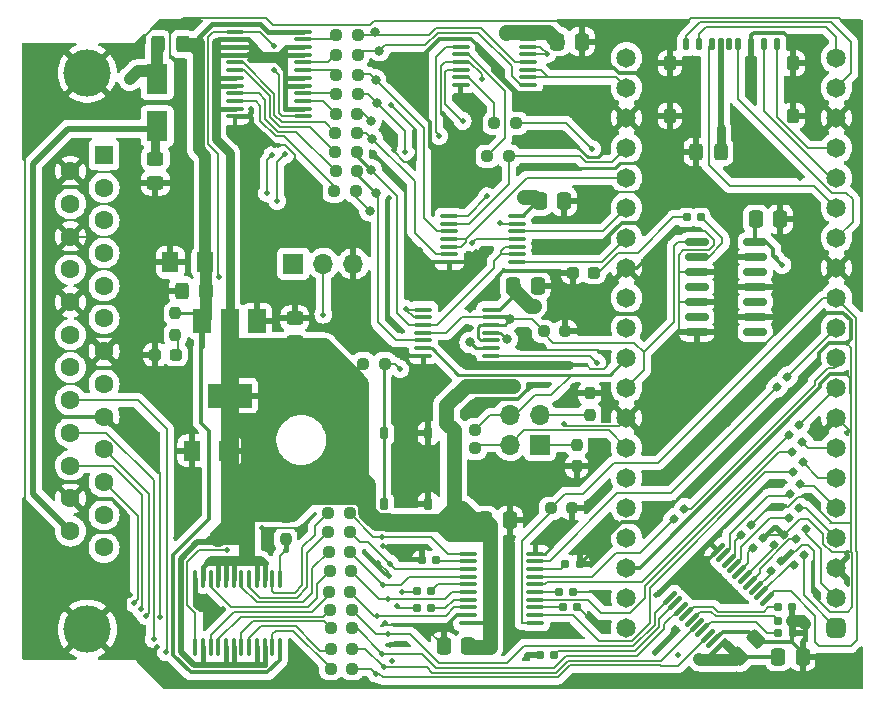
<source format=gbr>
%TF.GenerationSoftware,KiCad,Pcbnew,6.0.5-a6ca702e91~116~ubuntu21.10.1*%
%TF.CreationDate,2023-01-26T05:59:22-07:00*%
%TF.ProjectId,DB25_External,44423235-5f45-4787-9465-726e616c2e6b,rev?*%
%TF.SameCoordinates,Original*%
%TF.FileFunction,Copper,L1,Top*%
%TF.FilePolarity,Positive*%
%FSLAX46Y46*%
G04 Gerber Fmt 4.6, Leading zero omitted, Abs format (unit mm)*
G04 Created by KiCad (PCBNEW 6.0.5-a6ca702e91~116~ubuntu21.10.1) date 2023-01-26 05:59:22*
%MOMM*%
%LPD*%
G01*
G04 APERTURE LIST*
G04 Aperture macros list*
%AMRoundRect*
0 Rectangle with rounded corners*
0 $1 Rounding radius*
0 $2 $3 $4 $5 $6 $7 $8 $9 X,Y pos of 4 corners*
0 Add a 4 corners polygon primitive as box body*
4,1,4,$2,$3,$4,$5,$6,$7,$8,$9,$2,$3,0*
0 Add four circle primitives for the rounded corners*
1,1,$1+$1,$2,$3*
1,1,$1+$1,$4,$5*
1,1,$1+$1,$6,$7*
1,1,$1+$1,$8,$9*
0 Add four rect primitives between the rounded corners*
20,1,$1+$1,$2,$3,$4,$5,0*
20,1,$1+$1,$4,$5,$6,$7,0*
20,1,$1+$1,$6,$7,$8,$9,0*
20,1,$1+$1,$8,$9,$2,$3,0*%
G04 Aperture macros list end*
%TA.AperFunction,SMDPad,CuDef*%
%ADD10RoundRect,0.250001X0.462499X0.624999X-0.462499X0.624999X-0.462499X-0.624999X0.462499X-0.624999X0*%
%TD*%
%TA.AperFunction,SMDPad,CuDef*%
%ADD11R,1.500000X2.000000*%
%TD*%
%TA.AperFunction,SMDPad,CuDef*%
%ADD12R,3.800000X2.000000*%
%TD*%
%TA.AperFunction,ComponentPad*%
%ADD13RoundRect,0.412500X0.412500X0.412500X-0.412500X0.412500X-0.412500X-0.412500X0.412500X-0.412500X0*%
%TD*%
%TA.AperFunction,ComponentPad*%
%ADD14C,1.650000*%
%TD*%
%TA.AperFunction,SMDPad,CuDef*%
%ADD15RoundRect,0.250000X0.325000X0.450000X-0.325000X0.450000X-0.325000X-0.450000X0.325000X-0.450000X0*%
%TD*%
%TA.AperFunction,SMDPad,CuDef*%
%ADD16RoundRect,0.250000X0.450000X-0.325000X0.450000X0.325000X-0.450000X0.325000X-0.450000X-0.325000X0*%
%TD*%
%TA.AperFunction,SMDPad,CuDef*%
%ADD17RoundRect,0.250000X-0.450000X0.325000X-0.450000X-0.325000X0.450000X-0.325000X0.450000X0.325000X0*%
%TD*%
%TA.AperFunction,SMDPad,CuDef*%
%ADD18R,1.800000X2.500000*%
%TD*%
%TA.AperFunction,ComponentPad*%
%ADD19R,1.700000X1.700000*%
%TD*%
%TA.AperFunction,ComponentPad*%
%ADD20O,1.700000X1.700000*%
%TD*%
%TA.AperFunction,SMDPad,CuDef*%
%ADD21RoundRect,0.160000X0.026517X0.252791X-0.252791X-0.026517X-0.026517X-0.252791X0.252791X0.026517X0*%
%TD*%
%TA.AperFunction,SMDPad,CuDef*%
%ADD22RoundRect,0.100000X-0.100000X0.637500X-0.100000X-0.637500X0.100000X-0.637500X0.100000X0.637500X0*%
%TD*%
%TA.AperFunction,SMDPad,CuDef*%
%ADD23RoundRect,0.160000X0.197500X0.160000X-0.197500X0.160000X-0.197500X-0.160000X0.197500X-0.160000X0*%
%TD*%
%TA.AperFunction,SMDPad,CuDef*%
%ADD24RoundRect,0.237500X-0.250000X-0.237500X0.250000X-0.237500X0.250000X0.237500X-0.250000X0.237500X0*%
%TD*%
%TA.AperFunction,SMDPad,CuDef*%
%ADD25RoundRect,0.237500X-0.287500X-0.237500X0.287500X-0.237500X0.287500X0.237500X-0.287500X0.237500X0*%
%TD*%
%TA.AperFunction,SMDPad,CuDef*%
%ADD26RoundRect,0.250000X-0.337500X-0.475000X0.337500X-0.475000X0.337500X0.475000X-0.337500X0.475000X0*%
%TD*%
%TA.AperFunction,SMDPad,CuDef*%
%ADD27RoundRect,0.237500X-0.237500X0.250000X-0.237500X-0.250000X0.237500X-0.250000X0.237500X0.250000X0*%
%TD*%
%TA.AperFunction,SMDPad,CuDef*%
%ADD28RoundRect,0.100000X-0.637500X-0.100000X0.637500X-0.100000X0.637500X0.100000X-0.637500X0.100000X0*%
%TD*%
%TA.AperFunction,SMDPad,CuDef*%
%ADD29RoundRect,0.250000X0.097227X-0.574524X0.574524X-0.097227X-0.097227X0.574524X-0.574524X0.097227X0*%
%TD*%
%TA.AperFunction,SMDPad,CuDef*%
%ADD30RoundRect,0.100000X0.380070X0.521491X-0.521491X-0.380070X-0.380070X-0.521491X0.521491X0.380070X0*%
%TD*%
%TA.AperFunction,SMDPad,CuDef*%
%ADD31RoundRect,0.160000X-0.197500X-0.160000X0.197500X-0.160000X0.197500X0.160000X-0.197500X0.160000X0*%
%TD*%
%TA.AperFunction,SMDPad,CuDef*%
%ADD32RoundRect,0.250000X0.337500X0.475000X-0.337500X0.475000X-0.337500X-0.475000X0.337500X-0.475000X0*%
%TD*%
%TA.AperFunction,SMDPad,CuDef*%
%ADD33RoundRect,0.150000X-0.825000X-0.150000X0.825000X-0.150000X0.825000X0.150000X-0.825000X0.150000X0*%
%TD*%
%TA.AperFunction,SMDPad,CuDef*%
%ADD34RoundRect,0.237500X0.250000X0.237500X-0.250000X0.237500X-0.250000X-0.237500X0.250000X-0.237500X0*%
%TD*%
%TA.AperFunction,SMDPad,CuDef*%
%ADD35RoundRect,0.237500X0.237500X-0.250000X0.237500X0.250000X-0.237500X0.250000X-0.237500X-0.250000X0*%
%TD*%
%TA.AperFunction,SMDPad,CuDef*%
%ADD36RoundRect,0.125000X-0.125000X-0.415000X0.125000X-0.415000X0.125000X0.415000X-0.125000X0.415000X0*%
%TD*%
%TA.AperFunction,SMDPad,CuDef*%
%ADD37RoundRect,0.262500X-0.262500X-0.337500X0.262500X-0.337500X0.262500X0.337500X-0.262500X0.337500X0*%
%TD*%
%TA.AperFunction,SMDPad,CuDef*%
%ADD38RoundRect,0.187500X0.187500X-0.312500X0.187500X0.312500X-0.187500X0.312500X-0.187500X-0.312500X0*%
%TD*%
%TA.AperFunction,ComponentPad*%
%ADD39C,4.000000*%
%TD*%
%TA.AperFunction,ComponentPad*%
%ADD40R,1.600000X1.600000*%
%TD*%
%TA.AperFunction,ComponentPad*%
%ADD41C,1.600000*%
%TD*%
%TA.AperFunction,SMDPad,CuDef*%
%ADD42RoundRect,0.100000X0.637500X0.100000X-0.637500X0.100000X-0.637500X-0.100000X0.637500X-0.100000X0*%
%TD*%
%TA.AperFunction,ViaPad*%
%ADD43C,0.500000*%
%TD*%
%TA.AperFunction,ViaPad*%
%ADD44C,0.800000*%
%TD*%
%TA.AperFunction,ViaPad*%
%ADD45C,0.600000*%
%TD*%
%TA.AperFunction,Conductor*%
%ADD46C,0.200000*%
%TD*%
%TA.AperFunction,Conductor*%
%ADD47C,0.330000*%
%TD*%
%TA.AperFunction,Conductor*%
%ADD48C,0.450000*%
%TD*%
%TA.AperFunction,Conductor*%
%ADD49C,0.250000*%
%TD*%
%TA.AperFunction,Conductor*%
%ADD50C,0.150000*%
%TD*%
%TA.AperFunction,Conductor*%
%ADD51C,0.750000*%
%TD*%
%TA.AperFunction,Conductor*%
%ADD52C,0.400000*%
%TD*%
%TA.AperFunction,Conductor*%
%ADD53C,1.000000*%
%TD*%
%TA.AperFunction,Conductor*%
%ADD54C,0.500000*%
%TD*%
%TA.AperFunction,Conductor*%
%ADD55C,1.500000*%
%TD*%
%TA.AperFunction,Conductor*%
%ADD56C,1.250000*%
%TD*%
G04 APERTURE END LIST*
D10*
%TO.P,C3,1*%
%TO.N,+5F*%
X116041500Y-93167200D03*
%TO.P,C3,2*%
%TO.N,GND*%
X113066500Y-93167200D03*
%TD*%
%TO.P,C4,1*%
%TO.N,+2V8*%
X117870300Y-109118400D03*
%TO.P,C4,2*%
%TO.N,GND*%
X114895300Y-109118400D03*
%TD*%
D11*
%TO.P,U3,1,GND*%
%TO.N,GND*%
X120393220Y-98146920D03*
%TO.P,U3,2,VO*%
%TO.N,+2V8*%
X118093220Y-98146920D03*
D12*
X118093220Y-104446920D03*
D11*
%TO.P,U3,3,VI*%
%TO.N,+5F*%
X115793220Y-98146920D03*
%TD*%
D13*
%TO.P,RP1,1,G0*%
%TO.N,Net-(R42-Pad1)*%
X169468800Y-124104400D03*
D14*
%TO.P,RP1,2,G1*%
%TO.N,Net-(R19-Pad1)*%
X169468800Y-121564400D03*
%TO.P,RP1,3,GND*%
%TO.N,GND*%
X169468800Y-119024400D03*
%TO.P,RP1,4,G2*%
%TO.N,Net-(R18-Pad1)*%
X169468800Y-116484400D03*
%TO.P,RP1,5,G3*%
%TO.N,Net-(R17-Pad1)*%
X169468800Y-113944400D03*
%TO.P,RP1,6,G4*%
%TO.N,Net-(R16-Pad1)*%
X169468800Y-111404400D03*
%TO.P,RP1,7,G5*%
%TO.N,Net-(R15-Pad1)*%
X169468800Y-108864400D03*
%TO.P,RP1,8,GND*%
%TO.N,GND*%
X169468800Y-106324400D03*
%TO.P,RP1,9,G6*%
%TO.N,Net-(R14-Pad1)*%
X169468800Y-103784400D03*
%TO.P,RP1,10,G7*%
%TO.N,Net-(R13-Pad1)*%
X169468800Y-101244400D03*
%TO.P,RP1,11,G8*%
%TO.N,Net-(R12-Pad1)*%
X169468800Y-98704400D03*
%TO.P,RP1,12,G9*%
%TO.N,DBPTr*%
X169468800Y-96164400D03*
%TO.P,RP1,13,GND*%
%TO.N,GND*%
X169468800Y-93624400D03*
%TO.P,RP1,14,G10*%
%TO.N,SD_CLK*%
X169468800Y-91084400D03*
%TO.P,RP1,15,G11*%
%TO.N,SD_CMD_MOSI*%
X169468800Y-88544400D03*
%TO.P,RP1,16,G12*%
%TO.N,SD_D0_MISO*%
X169468800Y-86004400D03*
%TO.P,RP1,17,G13*%
%TO.N,SD_D1*%
X169468800Y-83464400D03*
%TO.P,RP1,18,GND*%
%TO.N,GND*%
X169468800Y-80924400D03*
%TO.P,RP1,19,G14*%
%TO.N,SD_D2*%
X169468800Y-78384400D03*
%TO.P,RP1,20,G15*%
%TO.N,SD_D3_CS*%
X169468800Y-75844400D03*
%TO.P,RP1,21,G16*%
%TO.N,SERIAL_OUT*%
X151688800Y-75844400D03*
%TO.P,RP1,22,G17*%
%TO.N,oREQ*%
X151688800Y-78384400D03*
%TO.P,RP1,23,GND*%
%TO.N,GND*%
X151688800Y-80924400D03*
%TO.P,RP1,24,G18*%
%TO.N,oCD_iSEL*%
X151688800Y-83464400D03*
%TO.P,RP1,25,G19*%
%TO.N,oSEL*%
X151688800Y-86004400D03*
%TO.P,RP1,26,G20*%
%TO.N,oMSG_iBSY*%
X151688800Y-88544400D03*
%TO.P,RP1,27,G21*%
%TO.N,iRST*%
X151688800Y-91084400D03*
%TO.P,RP1,28,GND*%
%TO.N,GND*%
X151688800Y-93624400D03*
%TO.P,RP1,29,G22*%
%TO.N,oIO*%
X151688800Y-96164400D03*
%TO.P,RP1,30,RUN*%
%TO.N,unconnected-(RP1-Pad30)*%
X151688800Y-98704400D03*
%TO.P,RP1,31,G26*%
%TO.N,iACK*%
X151688800Y-101244400D03*
%TO.P,RP1,32,G27*%
%TO.N,oBSY*%
X151688800Y-103784400D03*
%TO.P,RP1,33,A_GND*%
%TO.N,GND*%
X151688800Y-106324400D03*
%TO.P,RP1,34,G28*%
%TO.N,iATN*%
X151688800Y-108864400D03*
%TO.P,RP1,35,ADC_VREF*%
%TO.N,unconnected-(RP1-Pad35)*%
X151688800Y-111404400D03*
%TO.P,RP1,36,3v3*%
%TO.N,+3V3*%
X151688800Y-113944400D03*
%TO.P,RP1,37,3v3_EN*%
%TO.N,unconnected-(RP1-Pad37)*%
X151688800Y-116484400D03*
%TO.P,RP1,38,GND*%
%TO.N,GND*%
X151688800Y-119024400D03*
%TO.P,RP1,39,VSYS*%
%TO.N,unconnected-(RP1-Pad39)*%
X151688800Y-121564400D03*
%TO.P,RP1,40,VBUS_5V*%
%TO.N,+5VP*%
X151688800Y-124104400D03*
%TD*%
D15*
%TO.P,C2,1*%
%TO.N,+5F*%
X116078000Y-95554800D03*
%TO.P,C2,2*%
%TO.N,GND*%
X114028000Y-95554800D03*
%TD*%
D16*
%TO.P,C5,1*%
%TO.N,+2V8*%
X123596400Y-99941600D03*
%TO.P,C5,2*%
%TO.N,GND*%
X123596400Y-97891600D03*
%TD*%
D17*
%TO.P,C6,1*%
%TO.N,+5V*%
X111810800Y-84378800D03*
%TO.P,C6,2*%
%TO.N,GND*%
X111810800Y-86428800D03*
%TD*%
D15*
%TO.P,C12,1*%
%TO.N,+3V3*%
X159664400Y-83820000D03*
%TO.P,C12,2*%
%TO.N,GND*%
X157614400Y-83820000D03*
%TD*%
D18*
%TO.P,D1,1,K*%
%TO.N,+5VP*%
X111963200Y-77635600D03*
%TO.P,D1,2,A*%
%TO.N,+5V*%
X111963200Y-81635600D03*
%TD*%
D19*
%TO.P,J1,1,Pin_1*%
%TO.N,unconnected-(J1-Pad1)*%
X123494800Y-93268800D03*
D20*
%TO.P,J1,2,Pin_2*%
%TO.N,TRM_ON_J*%
X126034800Y-93268800D03*
%TO.P,J1,3,Pin_3*%
%TO.N,GND*%
X128574800Y-93268800D03*
%TD*%
D21*
%TO.P,R42,1*%
%TO.N,Net-(R42-Pad1)*%
X166725600Y-117906800D03*
%TO.P,R42,2*%
%TO.N,DB0T*%
X165880608Y-118751792D03*
%TD*%
D22*
%TO.P,U2,1,/1OE*%
%TO.N,TRM_ON_J*%
X122345400Y-119971900D03*
%TO.P,U2,2,1B1*%
%TO.N,Net-(R35-Pad1)*%
X121695400Y-119971900D03*
%TO.P,U2,3,1A1*%
%TO.N,+2V8*%
X121045400Y-119971900D03*
%TO.P,U2,4,1A2*%
X120395400Y-119971900D03*
%TO.P,U2,5,1B2*%
%TO.N,Net-(R34-Pad1)*%
X119745400Y-119971900D03*
%TO.P,U2,6,1B3*%
%TO.N,Net-(R33-Pad1)*%
X119095400Y-119971900D03*
%TO.P,U2,7,1A3*%
%TO.N,+2V8*%
X118445400Y-119971900D03*
%TO.P,U2,8,1A4*%
X117795400Y-119971900D03*
%TO.P,U2,9,1B4*%
X117145400Y-119971900D03*
%TO.P,U2,10,1B5*%
%TO.N,Net-(R1-Pad1)*%
X116495400Y-119971900D03*
%TO.P,U2,11,1A5*%
%TO.N,+2V8*%
X115845400Y-119971900D03*
%TO.P,U2,12,GND*%
%TO.N,GND*%
X115195400Y-119971900D03*
%TO.P,U2,13,/2OE*%
%TO.N,TRM_ON_J*%
X115195400Y-125696900D03*
%TO.P,U2,14,2A1*%
%TO.N,+2V8*%
X115845400Y-125696900D03*
%TO.P,U2,15,2B1*%
%TO.N,Net-(R40-Pad1)*%
X116495400Y-125696900D03*
%TO.P,U2,16,2B2*%
%TO.N,Net-(R39-Pad1)*%
X117145400Y-125696900D03*
%TO.P,U2,17,2A2*%
%TO.N,+2V8*%
X117795400Y-125696900D03*
%TO.P,U2,18,2A3*%
X118445400Y-125696900D03*
%TO.P,U2,19,2B3*%
%TO.N,Net-(R38-Pad1)*%
X119095400Y-125696900D03*
%TO.P,U2,20,2B4*%
%TO.N,Net-(R37-Pad1)*%
X119745400Y-125696900D03*
%TO.P,U2,21,2A4*%
%TO.N,+2V8*%
X120395400Y-125696900D03*
%TO.P,U2,22,2A5*%
X121045400Y-125696900D03*
%TO.P,U2,23,2B5*%
%TO.N,Net-(R36-Pad1)*%
X121695400Y-125696900D03*
%TO.P,U2,24,Vcc*%
%TO.N,+5F*%
X122345400Y-125696900D03*
%TD*%
D23*
%TO.P,R54,1*%
%TO.N,Net-(R54-Pad1)*%
X135178800Y-120954800D03*
%TO.P,R54,2*%
%TO.N,GND*%
X133983800Y-120954800D03*
%TD*%
D24*
%TO.P,R39,1*%
%TO.N,Net-(R39-Pad1)*%
X126595500Y-122580400D03*
%TO.P,R39,2*%
%TO.N,DB3*%
X128420500Y-122580400D03*
%TD*%
D21*
%TO.P,R16,1*%
%TO.N,Net-(R16-Pad1)*%
X166624000Y-110083600D03*
%TO.P,R16,2*%
%TO.N,DB4T*%
X165779008Y-110928592D03*
%TD*%
D24*
%TO.P,R4,1*%
%TO.N,Net-(R4-Pad1)*%
X127052700Y-83820000D03*
%TO.P,R4,2*%
%TO.N,RST*%
X128877700Y-83820000D03*
%TD*%
D23*
%TO.P,R50,1*%
%TO.N,GND*%
X147511100Y-122377200D03*
%TO.P,R50,2*%
%TO.N,Net-(R50-Pad2)*%
X146316100Y-122377200D03*
%TD*%
D24*
%TO.P,R33,1*%
%TO.N,Net-(R33-Pad1)*%
X126495800Y-117652800D03*
%TO.P,R33,2*%
%TO.N,DB6*%
X128320800Y-117652800D03*
%TD*%
D25*
%TO.P,D2,1,K*%
%TO.N,GND*%
X147167600Y-94030800D03*
%TO.P,D2,2,A*%
%TO.N,Net-(D2-Pad2)*%
X148917600Y-94030800D03*
%TD*%
D24*
%TO.P,R36,1*%
%TO.N,Net-(R36-Pad1)*%
X126646300Y-127558800D03*
%TO.P,R36,2*%
%TO.N,DB0*%
X128471300Y-127558800D03*
%TD*%
D26*
%TO.P,C7,1*%
%TO.N,+3V3*%
X162640100Y-89509600D03*
%TO.P,C7,2*%
%TO.N,GND*%
X164715100Y-89509600D03*
%TD*%
D27*
%TO.P,R56,1*%
%TO.N,+5F*%
X113487200Y-97487100D03*
%TO.P,R56,2*%
%TO.N,Net-(D3-Pad2)*%
X113487200Y-99312100D03*
%TD*%
D28*
%TO.P,U1,1,/1OE*%
%TO.N,TRM_ON_J*%
X118549500Y-73641000D03*
%TO.P,U1,2,1B1*%
%TO.N,+2V8*%
X118549500Y-74291000D03*
%TO.P,U1,3,1A1*%
X118549500Y-74941000D03*
%TO.P,U1,4,1A2*%
X118549500Y-75591000D03*
%TO.P,U1,5,1B2*%
%TO.N,Net-(R5-Pad1)*%
X118549500Y-76241000D03*
%TO.P,U1,6,1B3*%
%TO.N,Net-(R4-Pad1)*%
X118549500Y-76891000D03*
%TO.P,U1,7,1A3*%
%TO.N,+2V8*%
X118549500Y-77541000D03*
%TO.P,U1,8,1A4*%
X118549500Y-78191000D03*
%TO.P,U1,9,1B4*%
%TO.N,Net-(R3-Pad1)*%
X118549500Y-78841000D03*
%TO.P,U1,10,1B5*%
%TO.N,Net-(R2-Pad1)*%
X118549500Y-79491000D03*
%TO.P,U1,11,1A5*%
%TO.N,+2V8*%
X118549500Y-80141000D03*
%TO.P,U1,12,GND*%
%TO.N,GND*%
X118549500Y-80791000D03*
%TO.P,U1,13,/2OE*%
%TO.N,TRM_ON_J*%
X124274500Y-80791000D03*
%TO.P,U1,14,2A1*%
%TO.N,+2V8*%
X124274500Y-80141000D03*
%TO.P,U1,15,2B1*%
%TO.N,Net-(R10-Pad1)*%
X124274500Y-79491000D03*
%TO.P,U1,16,2B2*%
%TO.N,Net-(R9-Pad1)*%
X124274500Y-78841000D03*
%TO.P,U1,17,2A2*%
%TO.N,+2V8*%
X124274500Y-78191000D03*
%TO.P,U1,18,2A3*%
X124274500Y-77541000D03*
%TO.P,U1,19,2B3*%
%TO.N,Net-(R8-Pad1)*%
X124274500Y-76891000D03*
%TO.P,U1,20,2B4*%
%TO.N,Net-(R7-Pad1)*%
X124274500Y-76241000D03*
%TO.P,U1,21,2A4*%
%TO.N,+2V8*%
X124274500Y-75591000D03*
%TO.P,U1,22,2A5*%
X124274500Y-74941000D03*
%TO.P,U1,23,2B5*%
%TO.N,Net-(R6-Pad1)*%
X124274500Y-74291000D03*
%TO.P,U1,24,Vcc*%
%TO.N,+5F*%
X124274500Y-73641000D03*
%TD*%
D24*
%TO.P,R5,1*%
%TO.N,Net-(R5-Pad1)*%
X127052700Y-82194400D03*
%TO.P,R5,2*%
%TO.N,SEL*%
X128877700Y-82194400D03*
%TD*%
%TO.P,R35,1*%
%TO.N,Net-(R35-Pad1)*%
X126445000Y-114401600D03*
%TO.P,R35,2*%
%TO.N,DBP*%
X128270000Y-114401600D03*
%TD*%
%TO.P,R1,1*%
%TO.N,Net-(R1-Pad1)*%
X126546600Y-119329200D03*
%TO.P,R1,2*%
%TO.N,DB5*%
X128371600Y-119329200D03*
%TD*%
D29*
%TO.P,C8,1*%
%TO.N,+2V8*%
X161216777Y-126514423D03*
%TO.P,C8,2*%
%TO.N,GND*%
X162684023Y-125047177D03*
%TD*%
D24*
%TO.P,R38,1*%
%TO.N,Net-(R38-Pad1)*%
X126646300Y-124155200D03*
%TO.P,R38,2*%
%TO.N,DB2*%
X128471300Y-124155200D03*
%TD*%
D21*
%TO.P,R17,1*%
%TO.N,Net-(R17-Pad1)*%
X166351392Y-111931008D03*
%TO.P,R17,2*%
%TO.N,DB3T*%
X165506400Y-112776000D03*
%TD*%
D24*
%TO.P,R9,1*%
%TO.N,Net-(R9-Pad1)*%
X127105400Y-78892400D03*
%TO.P,R9,2*%
%TO.N,MSG*%
X128930400Y-78892400D03*
%TD*%
D21*
%TO.P,R13,1*%
%TO.N,Net-(R13-Pad1)*%
X156581696Y-114029904D03*
%TO.P,R13,2*%
%TO.N,DB7T*%
X155736704Y-114874896D03*
%TD*%
D25*
%TO.P,D3,1,K*%
%TO.N,GND*%
X111799400Y-100990400D03*
%TO.P,D3,2,A*%
%TO.N,Net-(D3-Pad2)*%
X113549400Y-100990400D03*
%TD*%
D24*
%TO.P,R40,1*%
%TO.N,Net-(R40-Pad1)*%
X126493900Y-121056400D03*
%TO.P,R40,2*%
%TO.N,DB4*%
X128318900Y-121056400D03*
%TD*%
D21*
%TO.P,R45,1*%
%TO.N,GND*%
X162204400Y-115417600D03*
%TO.P,R45,2*%
%TO.N,Net-(R45-Pad2)*%
X161359408Y-116262592D03*
%TD*%
D30*
%TO.P,U4,1,DIR*%
%TO.N,DBPTr*%
X163553580Y-121659394D03*
%TO.P,U4,2,A1*%
%TO.N,DB0T*%
X163093961Y-121199775D03*
%TO.P,U4,3,A2*%
%TO.N,Net-(R11-Pad2)*%
X162634342Y-120740155D03*
%TO.P,U4,4,A3*%
%TO.N,DB1T*%
X162174722Y-120280536D03*
%TO.P,U4,5,A4*%
%TO.N,Net-(R43-Pad2)*%
X161715103Y-119820917D03*
%TO.P,U4,6,A5*%
%TO.N,Net-(R44-Pad2)*%
X161255483Y-119361297D03*
%TO.P,U4,7,A6*%
%TO.N,DB2T*%
X160795864Y-118901678D03*
%TO.P,U4,8,A7*%
%TO.N,Net-(R45-Pad2)*%
X160336245Y-118442058D03*
%TO.P,U4,9,A8*%
%TO.N,DB3T*%
X159876625Y-117982439D03*
%TO.P,U4,10,GND*%
%TO.N,GND*%
X159417006Y-117522820D03*
%TO.P,U4,11,B8*%
%TO.N,DB3*%
X155368820Y-121571006D03*
%TO.P,U4,12,B7*%
%TO.N,Net-(R49-Pad1)*%
X155828439Y-122030625D03*
%TO.P,U4,13,B6*%
%TO.N,DB2*%
X156288058Y-122490245D03*
%TO.P,U4,14,B5*%
%TO.N,Net-(R48-Pad1)*%
X156747678Y-122949864D03*
%TO.P,U4,15,B4*%
%TO.N,Net-(R47-Pad1)*%
X157207297Y-123409483D03*
%TO.P,U4,16,B3*%
%TO.N,DB1*%
X157666917Y-123869103D03*
%TO.P,U4,17,B2*%
%TO.N,Net-(R46-Pad1)*%
X158126536Y-124328722D03*
%TO.P,U4,18,B1*%
%TO.N,DB0*%
X158586155Y-124788342D03*
%TO.P,U4,19,/OE*%
%TO.N,GND*%
X159045775Y-125247961D03*
%TO.P,U4,20,Vcc*%
%TO.N,+2V8*%
X159505394Y-125707580D03*
%TD*%
D21*
%TO.P,R18,1*%
%TO.N,Net-(R18-Pad1)*%
X166319200Y-113944400D03*
%TO.P,R18,2*%
%TO.N,DB2T*%
X165474208Y-114789392D03*
%TD*%
D31*
%TO.P,R47,1*%
%TO.N,Net-(R47-Pad1)*%
X164541200Y-123494800D03*
%TO.P,R47,2*%
%TO.N,GND*%
X165736200Y-123494800D03*
%TD*%
D26*
%TO.P,C15,1*%
%TO.N,+2V8*%
X139729300Y-115011200D03*
%TO.P,C15,2*%
%TO.N,GND*%
X141804300Y-115011200D03*
%TD*%
D32*
%TO.P,C14,1*%
%TO.N,GND*%
X147900300Y-74472800D03*
%TO.P,C14,2*%
%TO.N,+2V8*%
X145825300Y-74472800D03*
%TD*%
D33*
%TO.P,U8,1*%
%TO.N,oBSY*%
X157632400Y-91440000D03*
%TO.P,U8,2*%
%TO.N,Net-(R30-Pad1)*%
X157632400Y-92710000D03*
%TO.P,U8,3*%
%TO.N,GND*%
X157632400Y-93980000D03*
%TO.P,U8,4*%
%TO.N,unconnected-(U8-Pad4)*%
X157632400Y-95250000D03*
%TO.P,U8,5*%
%TO.N,GND*%
X157632400Y-96520000D03*
%TO.P,U8,6*%
%TO.N,unconnected-(U8-Pad6)*%
X157632400Y-97790000D03*
%TO.P,U8,7,GND*%
%TO.N,GND*%
X157632400Y-99060000D03*
%TO.P,U8,8*%
%TO.N,unconnected-(U8-Pad8)*%
X162582400Y-99060000D03*
%TO.P,U8,9*%
%TO.N,GND*%
X162582400Y-97790000D03*
%TO.P,U8,10*%
%TO.N,unconnected-(U8-Pad10)*%
X162582400Y-96520000D03*
%TO.P,U8,11*%
%TO.N,GND*%
X162582400Y-95250000D03*
%TO.P,U8,12*%
%TO.N,unconnected-(U8-Pad12)*%
X162582400Y-93980000D03*
%TO.P,U8,13*%
%TO.N,GND*%
X162582400Y-92710000D03*
%TO.P,U8,14,VCC*%
%TO.N,+3V3*%
X162582400Y-91440000D03*
%TD*%
D23*
%TO.P,R53,1*%
%TO.N,Net-(R53-Pad1)*%
X135178800Y-122428000D03*
%TO.P,R53,2*%
%TO.N,GND*%
X133983800Y-122428000D03*
%TD*%
D34*
%TO.P,R31,1*%
%TO.N,iATN*%
X138887200Y-108915200D03*
%TO.P,R31,2*%
%TO.N,+2V8*%
X137062200Y-108915200D03*
%TD*%
D24*
%TO.P,R3,1*%
%TO.N,Net-(R3-Pad1)*%
X127054600Y-85445600D03*
%TO.P,R3,2*%
%TO.N,ACK*%
X128879600Y-85445600D03*
%TD*%
D21*
%TO.P,R15,1*%
%TO.N,Net-(R15-Pad1)*%
X166573200Y-108356400D03*
%TO.P,R15,2*%
%TO.N,DB5T*%
X165728208Y-109201392D03*
%TD*%
D34*
%TO.P,R32,1*%
%TO.N,iACK*%
X138887200Y-107340400D03*
%TO.P,R32,2*%
%TO.N,+2V8*%
X137062200Y-107340400D03*
%TD*%
D35*
%TO.P,R41,1*%
%TO.N,TRM_ON_J*%
X122834400Y-116584100D03*
%TO.P,R41,2*%
%TO.N,+2V8*%
X122834400Y-114759100D03*
%TD*%
D24*
%TO.P,R7,1*%
%TO.N,Net-(R7-Pad1)*%
X127103500Y-75590400D03*
%TO.P,R7,2*%
%TO.N,REQ*%
X128928500Y-75590400D03*
%TD*%
D21*
%TO.P,R43,1*%
%TO.N,GND*%
X164998400Y-116230400D03*
%TO.P,R43,2*%
%TO.N,Net-(R43-Pad2)*%
X164153408Y-117075392D03*
%TD*%
D23*
%TO.P,R49,1*%
%TO.N,Net-(R49-Pad1)*%
X145580700Y-126390400D03*
%TO.P,R49,2*%
%TO.N,GND*%
X144385700Y-126390400D03*
%TD*%
D24*
%TO.P,R8,1*%
%TO.N,Net-(R8-Pad1)*%
X127105400Y-77266800D03*
%TO.P,R8,2*%
%TO.N,CD*%
X128930400Y-77266800D03*
%TD*%
D23*
%TO.P,R30,1*%
%TO.N,Net-(R30-Pad1)*%
X157988000Y-89357200D03*
%TO.P,R30,2*%
%TO.N,Net-(D2-Pad2)*%
X156793000Y-89357200D03*
%TD*%
D24*
%TO.P,R2,1*%
%TO.N,Net-(R2-Pad1)*%
X126953000Y-87122000D03*
%TO.P,R2,2*%
%TO.N,ATN*%
X128778000Y-87122000D03*
%TD*%
D35*
%TO.P,R27,1*%
%TO.N,Net-(J4-Pad3)*%
X148590000Y-106066600D03*
%TO.P,R27,2*%
%TO.N,GND*%
X148590000Y-104241600D03*
%TD*%
D36*
%TO.P,SD2,1,DAT2*%
%TO.N,SD_D2*%
X156728800Y-74673200D03*
%TO.P,SD2,2,CD/CS/DAT3*%
%TO.N,SD_D3_CS*%
X157828800Y-74673200D03*
%TO.P,SD2,3,CMD/MOSI*%
%TO.N,SD_CMD_MOSI*%
X158928800Y-74673200D03*
%TO.P,SD2,4,VDD*%
%TO.N,+3V3*%
X159678800Y-74673200D03*
%TO.P,SD2,5,SD_DET*%
%TO.N,unconnected-(SD2-Pad5)*%
X160378800Y-74673200D03*
%TO.P,SD2,6,CLK*%
%TO.N,SD_CLK*%
X161128800Y-74673200D03*
%TO.P,SD2,7,VSS*%
%TO.N,GND*%
X162228800Y-74673200D03*
%TO.P,SD2,8,DAT0/MISO*%
%TO.N,SD_D0_MISO*%
X163328800Y-74673200D03*
%TO.P,SD2,9,DAT1*%
%TO.N,SD_D1*%
X164428800Y-74673200D03*
D37*
%TO.P,SD2,10,CASE_GND*%
%TO.N,GND*%
X165803800Y-76313200D03*
X155353800Y-76313200D03*
X165803800Y-80763200D03*
X155353800Y-80763200D03*
%TD*%
D23*
%TO.P,R55,1*%
%TO.N,Net-(R55-Pad1)*%
X135585200Y-118364000D03*
%TO.P,R55,2*%
%TO.N,GND*%
X134390200Y-118364000D03*
%TD*%
D21*
%TO.P,R12,1*%
%TO.N,Net-(R12-Pad1)*%
X165303200Y-102870000D03*
%TO.P,R12,2*%
%TO.N,DBPT*%
X164458208Y-103714992D03*
%TD*%
D23*
%TO.P,R51,1*%
%TO.N,GND*%
X147155500Y-121056400D03*
%TO.P,R51,2*%
%TO.N,Net-(R51-Pad2)*%
X145960500Y-121056400D03*
%TD*%
D21*
%TO.P,R19,1*%
%TO.N,Net-(R19-Pad1)*%
X166928800Y-115773200D03*
%TO.P,R19,2*%
%TO.N,DB1T*%
X166083808Y-116618192D03*
%TD*%
D26*
%TO.P,C10,1*%
%TO.N,+2V8*%
X164519700Y-126542800D03*
%TO.P,C10,2*%
%TO.N,GND*%
X166594700Y-126542800D03*
%TD*%
D34*
%TO.P,R24,1*%
%TO.N,oRST*%
X131214500Y-101752400D03*
%TO.P,R24,2*%
%TO.N,+2V8*%
X129389500Y-101752400D03*
%TD*%
D32*
%TO.P,C9,1*%
%TO.N,GND*%
X144162600Y-95148400D03*
%TO.P,C9,2*%
%TO.N,+2V8*%
X142087600Y-95148400D03*
%TD*%
D24*
%TO.P,R10,1*%
%TO.N,Net-(R10-Pad1)*%
X127054600Y-80568800D03*
%TO.P,R10,2*%
%TO.N,BSY*%
X128879600Y-80568800D03*
%TD*%
%TO.P,R34,1*%
%TO.N,Net-(R34-Pad1)*%
X126443100Y-115976400D03*
%TO.P,R34,2*%
%TO.N,DB7*%
X128268100Y-115976400D03*
%TD*%
D27*
%TO.P,R26,1*%
%TO.N,Net-(J4-Pad1)*%
X147472400Y-108610400D03*
%TO.P,R26,2*%
%TO.N,GND*%
X147472400Y-110435400D03*
%TD*%
D28*
%TO.P,U7,1,1/OE*%
%TO.N,oBSY*%
X136685100Y-89236000D03*
%TO.P,U7,2,1A*%
%TO.N,oCD_iSEL*%
X136685100Y-89886000D03*
%TO.P,U7,3,1Y*%
%TO.N,CD*%
X136685100Y-90536000D03*
%TO.P,U7,4,2/OE*%
%TO.N,oSEL*%
X136685100Y-91186000D03*
%TO.P,U7,5,2A*%
X136685100Y-91836000D03*
%TO.P,U7,6,2Y*%
%TO.N,SEL*%
X136685100Y-92486000D03*
%TO.P,U7,7,GND*%
%TO.N,GND*%
X136685100Y-93136000D03*
%TO.P,U7,8,3Y*%
%TO.N,iRST*%
X142410100Y-93136000D03*
%TO.P,U7,9,3A*%
%TO.N,RST*%
X142410100Y-92486000D03*
%TO.P,U7,10,3/OE*%
X142410100Y-91836000D03*
%TO.P,U7,11,4Y*%
%TO.N,MSG*%
X142410100Y-91186000D03*
%TO.P,U7,12,4A*%
%TO.N,oMSG_iBSY*%
X142410100Y-90536000D03*
%TO.P,U7,13,4/OE*%
%TO.N,oBSY*%
X142410100Y-89886000D03*
%TO.P,U7,14,Vcc*%
%TO.N,+2V8*%
X142410100Y-89236000D03*
%TD*%
D24*
%TO.P,R37,1*%
%TO.N,Net-(R37-Pad1)*%
X126646300Y-125882400D03*
%TO.P,R37,2*%
%TO.N,DB1*%
X128471300Y-125882400D03*
%TD*%
D38*
%TO.P,SW1,1,1*%
%TO.N,oRST*%
X131153300Y-107642400D03*
X131153300Y-113642400D03*
%TO.P,SW1,2,A*%
%TO.N,GND*%
X134903300Y-107642400D03*
X134903300Y-113642400D03*
%TD*%
D15*
%TO.P,F2,1*%
%TO.N,+5F*%
X114105800Y-74676000D03*
%TO.P,F2,2*%
%TO.N,+5VP*%
X112055800Y-74676000D03*
%TD*%
D19*
%TO.P,J4,1,Pin_1*%
%TO.N,Net-(J4-Pad1)*%
X144373600Y-108610400D03*
D20*
%TO.P,J4,2,Pin_2*%
%TO.N,iATN*%
X141833600Y-108610400D03*
%TO.P,J4,3,Pin_3*%
%TO.N,Net-(J4-Pad3)*%
X144373600Y-106070400D03*
%TO.P,J4,4,Pin_4*%
%TO.N,iACK*%
X141833600Y-106070400D03*
%TD*%
D24*
%TO.P,R23,1*%
%TO.N,oBSY*%
X144678400Y-99009200D03*
%TO.P,R23,2*%
%TO.N,GND*%
X146503400Y-99009200D03*
%TD*%
D39*
%TO.P,J2,0,PAD*%
%TO.N,GND*%
X106037131Y-77130600D03*
X106037131Y-124230600D03*
D40*
%TO.P,J2,1,1*%
%TO.N,REQ*%
X107457131Y-84060600D03*
D41*
%TO.P,J2,2,2*%
%TO.N,MSG*%
X107457131Y-86830600D03*
%TO.P,J2,3,3*%
%TO.N,IO*%
X107457131Y-89600600D03*
%TO.P,J2,4,4*%
%TO.N,RST*%
X107457131Y-92370600D03*
%TO.P,J2,5,5*%
%TO.N,ACK*%
X107457131Y-95140600D03*
%TO.P,J2,6,6*%
%TO.N,BSY*%
X107457131Y-97910600D03*
%TO.P,J2,7,7*%
%TO.N,GND*%
X107457131Y-100680600D03*
%TO.P,J2,8,8*%
%TO.N,DB0*%
X107457131Y-103450600D03*
%TO.P,J2,9,9*%
%TO.N,GND*%
X107457131Y-106220600D03*
%TO.P,J2,10,10*%
%TO.N,DB3*%
X107457131Y-108990600D03*
%TO.P,J2,11,11*%
%TO.N,DB5*%
X107457131Y-111760600D03*
%TO.P,J2,12,12*%
%TO.N,DB6*%
X107457131Y-114530600D03*
%TO.P,J2,13,13*%
%TO.N,DB7*%
X107457131Y-117300600D03*
%TO.P,J2,14,P14*%
%TO.N,GND*%
X104617131Y-85445600D03*
%TO.P,J2,15,P15*%
%TO.N,CD*%
X104617131Y-88215600D03*
%TO.P,J2,16,P16*%
%TO.N,GND*%
X104617131Y-90985600D03*
%TO.P,J2,17,P17*%
%TO.N,ATN*%
X104617131Y-93755600D03*
%TO.P,J2,18,P18*%
%TO.N,GND*%
X104617131Y-96525600D03*
%TO.P,J2,19,P19*%
%TO.N,SEL*%
X104617131Y-99295600D03*
%TO.P,J2,20,P20*%
%TO.N,DBP*%
X104617131Y-102065600D03*
%TO.P,J2,21,P21*%
%TO.N,DB1*%
X104617131Y-104835600D03*
%TO.P,J2,22,P22*%
%TO.N,DB2*%
X104617131Y-107605600D03*
%TO.P,J2,23,P23*%
%TO.N,DB4*%
X104617131Y-110375600D03*
%TO.P,J2,24,P24*%
%TO.N,GND*%
X104617131Y-113145600D03*
%TO.P,J2,25,P25*%
%TO.N,+5V*%
X104617131Y-115915600D03*
%TD*%
D24*
%TO.P,R25,1*%
%TO.N,DBPTr*%
X145291800Y-113995200D03*
%TO.P,R25,2*%
%TO.N,GND*%
X147116800Y-113995200D03*
%TD*%
D28*
%TO.P,U5,1,1/OE*%
%TO.N,oRST*%
X134500700Y-97160800D03*
%TO.P,U5,2,1A*%
X134500700Y-97810800D03*
%TO.P,U5,3,1Y*%
%TO.N,RST*%
X134500700Y-98460800D03*
%TO.P,U5,4,2/OE*%
%TO.N,oBSY*%
X134500700Y-99110800D03*
%TO.P,U5,5,2A*%
%TO.N,ACK*%
X134500700Y-99760800D03*
%TO.P,U5,6,2Y*%
%TO.N,iACK*%
X134500700Y-100410800D03*
%TO.P,U5,7,GND*%
%TO.N,GND*%
X134500700Y-101060800D03*
%TO.P,U5,8,3Y*%
%TO.N,iATN*%
X140225700Y-101060800D03*
%TO.P,U5,9,3A*%
%TO.N,ATN*%
X140225700Y-100410800D03*
%TO.P,U5,10,3/OE*%
%TO.N,oBSY*%
X140225700Y-99760800D03*
%TO.P,U5,11,4Y*%
%TO.N,BSY*%
X140225700Y-99110800D03*
%TO.P,U5,12,4A*%
%TO.N,oBSY*%
X140225700Y-98460800D03*
%TO.P,U5,13,4/OE*%
X140225700Y-97810800D03*
%TO.P,U5,14,Vcc*%
%TO.N,+2V8*%
X140225700Y-97160800D03*
%TD*%
D21*
%TO.P,R14,1*%
%TO.N,Net-(R14-Pad1)*%
X166319200Y-106934000D03*
%TO.P,R14,2*%
%TO.N,DB6T*%
X165474208Y-107778992D03*
%TD*%
D42*
%TO.P,U9,1,DIR*%
%TO.N,DBPTr*%
X143984900Y-123676600D03*
%TO.P,U9,2,A1*%
%TO.N,DB4T*%
X143984900Y-123026600D03*
%TO.P,U9,3,A2*%
%TO.N,Net-(R50-Pad2)*%
X143984900Y-122376600D03*
%TO.P,U9,4,A3*%
%TO.N,DB5T*%
X143984900Y-121726600D03*
%TO.P,U9,5,A4*%
%TO.N,Net-(R51-Pad2)*%
X143984900Y-121076600D03*
%TO.P,U9,6,A5*%
%TO.N,DB6T*%
X143984900Y-120426600D03*
%TO.P,U9,7,A6*%
%TO.N,DB7T*%
X143984900Y-119776600D03*
%TO.P,U9,8,A7*%
%TO.N,Net-(R52-Pad2)*%
X143984900Y-119126600D03*
%TO.P,U9,9,A8*%
%TO.N,DBPT*%
X143984900Y-118476600D03*
%TO.P,U9,10,GND*%
%TO.N,GND*%
X143984900Y-117826600D03*
%TO.P,U9,11,B8*%
%TO.N,DBP*%
X138259900Y-117826600D03*
%TO.P,U9,12,B7*%
%TO.N,Net-(R55-Pad1)*%
X138259900Y-118476600D03*
%TO.P,U9,13,B6*%
%TO.N,DB7*%
X138259900Y-119126600D03*
%TO.P,U9,14,B5*%
%TO.N,DB6*%
X138259900Y-119776600D03*
%TO.P,U9,15,B4*%
%TO.N,Net-(R54-Pad1)*%
X138259900Y-120426600D03*
%TO.P,U9,16,B3*%
%TO.N,DB5*%
X138259900Y-121076600D03*
%TO.P,U9,17,B2*%
%TO.N,Net-(R53-Pad1)*%
X138259900Y-121726600D03*
%TO.P,U9,18,B1*%
%TO.N,DB4*%
X138259900Y-122376600D03*
%TO.P,U9,19,/OE*%
%TO.N,GND*%
X138259900Y-123026600D03*
%TO.P,U9,20,Vcc*%
%TO.N,+2V8*%
X138259900Y-123676600D03*
%TD*%
D23*
%TO.P,R52,1*%
%TO.N,GND*%
X147714300Y-118719600D03*
%TO.P,R52,2*%
%TO.N,Net-(R52-Pad2)*%
X146519300Y-118719600D03*
%TD*%
D28*
%TO.P,U6,1,1/OE*%
%TO.N,GND*%
X137650300Y-74250000D03*
%TO.P,U6,2,1A*%
%TO.N,SEL*%
X137650300Y-74900000D03*
%TO.P,U6,3,1Y*%
%TO.N,SEL_BUFF*%
X137650300Y-75550000D03*
%TO.P,U6,4,2/OE*%
%TO.N,GND*%
X137650300Y-76200000D03*
%TO.P,U6,5,2A*%
%TO.N,BSY*%
X137650300Y-76850000D03*
%TO.P,U6,6,2Y*%
%TO.N,BSY_BUFF*%
X137650300Y-77500000D03*
%TO.P,U6,7,GND*%
%TO.N,GND*%
X137650300Y-78150000D03*
%TO.P,U6,8,3Y*%
%TO.N,REQ*%
X143375300Y-78150000D03*
%TO.P,U6,9,3A*%
%TO.N,oREQ*%
X143375300Y-77500000D03*
%TO.P,U6,10,3/OE*%
X143375300Y-76850000D03*
%TO.P,U6,11,4Y*%
%TO.N,IO*%
X143375300Y-76200000D03*
%TO.P,U6,12,4A*%
%TO.N,oIO*%
X143375300Y-75550000D03*
%TO.P,U6,13,4/OE*%
X143375300Y-74900000D03*
%TO.P,U6,14,Vcc*%
%TO.N,+2V8*%
X143375300Y-74250000D03*
%TD*%
D24*
%TO.P,R6,1*%
%TO.N,Net-(R6-Pad1)*%
X127103500Y-73914000D03*
%TO.P,R6,2*%
%TO.N,IO*%
X128928500Y-73914000D03*
%TD*%
D32*
%TO.P,C11,1*%
%TO.N,+2V8*%
X138277600Y-125679200D03*
%TO.P,C11,2*%
%TO.N,GND*%
X136202600Y-125679200D03*
%TD*%
D21*
%TO.P,R11,1*%
%TO.N,GND*%
X164744400Y-118465600D03*
%TO.P,R11,2*%
%TO.N,Net-(R11-Pad2)*%
X163899408Y-119310592D03*
%TD*%
D32*
%TO.P,C13,1*%
%TO.N,GND*%
X146405600Y-87985600D03*
%TO.P,C13,2*%
%TO.N,+2V8*%
X144330600Y-87985600D03*
%TD*%
D24*
%TO.P,R29,1*%
%TO.N,BSY_BUFF*%
X140514700Y-81381600D03*
%TO.P,R29,2*%
%TO.N,oMSG_iBSY*%
X142339700Y-81381600D03*
%TD*%
D21*
%TO.P,R44,1*%
%TO.N,GND*%
X163220400Y-116484400D03*
%TO.P,R44,2*%
%TO.N,Net-(R44-Pad2)*%
X162375408Y-117329392D03*
%TD*%
D31*
%TO.P,R46,1*%
%TO.N,Net-(R46-Pad1)*%
X164553300Y-124561600D03*
%TO.P,R46,2*%
%TO.N,GND*%
X165748300Y-124561600D03*
%TD*%
D34*
%TO.P,R28,1*%
%TO.N,oCD_iSEL*%
X141730100Y-84175600D03*
%TO.P,R28,2*%
%TO.N,SEL_BUFF*%
X139905100Y-84175600D03*
%TD*%
D31*
%TO.P,R48,1*%
%TO.N,Net-(R48-Pad1)*%
X164514600Y-122377200D03*
%TO.P,R48,2*%
%TO.N,GND*%
X165709600Y-122377200D03*
%TD*%
D43*
%TO.N,GND*%
X146405600Y-106832400D03*
X156006800Y-90474800D03*
X111912400Y-125730000D03*
X136499600Y-84836000D03*
X146558000Y-124409200D03*
X113588800Y-116535200D03*
X143306800Y-126441200D03*
X153771600Y-97536000D03*
X124510800Y-96266000D03*
X120548400Y-92456000D03*
X131876800Y-126880220D03*
X136220200Y-124129800D03*
X132689600Y-121056400D03*
X132029200Y-83616800D03*
X131622800Y-77825600D03*
X138734800Y-94234000D03*
X147167600Y-103632000D03*
X166268400Y-93675200D03*
X134213600Y-92100400D03*
X128016000Y-90017600D03*
X138938000Y-92303600D03*
X142494000Y-98907600D03*
X119938800Y-80162400D03*
X110134400Y-86461600D03*
X120853200Y-115620800D03*
X112217200Y-123190000D03*
X149656800Y-109016800D03*
X154076400Y-126238000D03*
X109169200Y-83464400D03*
X139293600Y-101803200D03*
X144119600Y-116789200D03*
X153517600Y-111455200D03*
X123291600Y-125425200D03*
X131546600Y-119761000D03*
X145643600Y-95199200D03*
X145643600Y-91846400D03*
X102717600Y-97993200D03*
X134264400Y-95605600D03*
X117551200Y-122529600D03*
X149606000Y-82956400D03*
X130302000Y-83870800D03*
X120599200Y-83718400D03*
X153568400Y-115163600D03*
X130657600Y-118618000D03*
X131216400Y-123698000D03*
X150368000Y-105003600D03*
X112115600Y-94843600D03*
X149656800Y-91592400D03*
X138023600Y-105714800D03*
X131622800Y-87731600D03*
X138734800Y-81737200D03*
X148183600Y-113995200D03*
X158242000Y-118719600D03*
X148463000Y-123215400D03*
X138480800Y-97180400D03*
X143052800Y-82600800D03*
X131064000Y-117144800D03*
X142468600Y-100304600D03*
X144932400Y-116789200D03*
X161594800Y-108356400D03*
X143205200Y-79806800D03*
X114503200Y-105054400D03*
X146558000Y-75996800D03*
X131648200Y-81965800D03*
X160832800Y-87680800D03*
X162255200Y-78943200D03*
X141528800Y-125831600D03*
X139446000Y-86664800D03*
X127406400Y-96977200D03*
X124409200Y-115824000D03*
X119888000Y-87426800D03*
X138531600Y-98755200D03*
X132689600Y-99009200D03*
X114858800Y-111150400D03*
X149961600Y-121920000D03*
X143103600Y-115062000D03*
X121564400Y-88849200D03*
X131826000Y-76149200D03*
X136448800Y-100177600D03*
X148996400Y-87934800D03*
X144373600Y-85140800D03*
X131724400Y-79857600D03*
X136144000Y-80619600D03*
X139446000Y-77673200D03*
X120345200Y-96113600D03*
X160274000Y-106832400D03*
X146812000Y-101854000D03*
X116179600Y-122529600D03*
X134518400Y-102209600D03*
X145542000Y-101854000D03*
D44*
X166801800Y-123774200D03*
D43*
X109662250Y-121358188D03*
X166420800Y-86055200D03*
X139801600Y-111556800D03*
X154228800Y-121310400D03*
X135382000Y-104190800D03*
X160731200Y-80568800D03*
X132283200Y-122275600D03*
X156057600Y-126441200D03*
X146253200Y-89560400D03*
X165303200Y-94996000D03*
X135432800Y-88290400D03*
X159004000Y-89103200D03*
X131673600Y-125577600D03*
X144322800Y-103581200D03*
D45*
%TO.N,+2V8*%
X142087600Y-103632000D03*
X140563600Y-103632000D03*
X143027400Y-87604600D03*
D44*
X158750000Y-126898400D03*
D45*
X141478000Y-73710800D03*
X143865600Y-96824800D03*
X141325600Y-103632000D03*
D44*
X157835600Y-126746000D03*
X140106400Y-122580400D03*
X140106400Y-121259600D03*
D43*
%TO.N,iATN*%
X149199600Y-101650800D03*
%TO.N,oIO*%
X144983200Y-75539600D03*
%TO.N,oBSY*%
X140970000Y-89865200D03*
D44*
X141833600Y-97993200D03*
D43*
X139895644Y-87571644D03*
%TO.N,oRST*%
X132537200Y-102209600D03*
X132994400Y-97129600D03*
D44*
%TO.N,ATN*%
X129942028Y-88784381D03*
X138455400Y-99949000D03*
%TO.N,BSY*%
X141579600Y-99669600D03*
D43*
X121259600Y-87325200D03*
X121716800Y-84074000D03*
D44*
X130048000Y-81178400D03*
D43*
X137820400Y-81178400D03*
%TO.N,DBP*%
X131008120Y-116387880D03*
D44*
%TO.N,ACK*%
X130505200Y-87325200D03*
%TO.N,RST*%
X130098800Y-85344000D03*
%TO.N,MSG*%
X130556000Y-79654400D03*
D43*
X138621174Y-91494677D03*
X132943600Y-83820000D03*
%TO.N,SEL*%
X135839200Y-82448400D03*
X122783600Y-84023200D03*
D44*
X130149600Y-82702400D03*
D43*
X122123200Y-87985600D03*
D44*
%TO.N,CD*%
X130454400Y-77724000D03*
%TO.N,REQ*%
X130759200Y-75234800D03*
%TO.N,IO*%
X130403600Y-73660000D03*
D43*
%TO.N,DB7*%
X131673600Y-118668800D03*
%TO.N,DB6*%
X131114800Y-120446800D03*
%TO.N,DB5*%
X131470400Y-121666000D03*
X109961871Y-121990272D03*
%TO.N,DB4*%
X130606800Y-123079100D03*
X110566804Y-122539772D03*
%TO.N,DB3*%
X131541520Y-124642880D03*
X110991508Y-123095586D03*
%TO.N,DB2*%
X111691198Y-125066393D03*
X131022080Y-126330720D03*
%TO.N,DB1*%
X131142269Y-127429731D03*
X112674400Y-126136400D03*
%TO.N,DB0*%
X130505200Y-127979231D03*
%TO.N,+3V3*%
X164338000Y-92811600D03*
X159664400Y-81788000D03*
X164896800Y-93370400D03*
X159664400Y-82346800D03*
%TO.N,+5VP*%
X109626400Y-77622400D03*
X110324400Y-76962000D03*
%TO.N,oMSG_iBSY*%
X148793200Y-83566000D03*
%TO.N,TRM_ON_J*%
X121818400Y-76860400D03*
X126034800Y-97586800D03*
X121818400Y-74828400D03*
X122834400Y-117500400D03*
X117195600Y-94437200D03*
X117906800Y-117558591D03*
%TD*%
D46*
%TO.N,GND*%
X106405666Y-101732066D02*
X106070400Y-102067331D01*
X106578400Y-85547200D02*
X107950000Y-85547200D01*
D47*
X106273600Y-99364800D02*
X108000800Y-99364800D01*
D46*
X167589200Y-121388174D02*
X168933826Y-122732800D01*
X148640800Y-102209600D02*
X149809200Y-102209600D01*
D48*
X149606000Y-104241600D02*
X150368000Y-105003600D01*
D49*
X150723600Y-85140800D02*
X150977600Y-84886800D01*
D46*
X156006800Y-90474800D02*
X158343600Y-90474800D01*
X133858000Y-81991200D02*
X133858000Y-84480400D01*
D47*
X153568400Y-115163600D02*
X153538711Y-115133911D01*
X169468800Y-93624400D02*
X171094400Y-95250000D01*
D50*
X157187240Y-72479560D02*
X169710760Y-72479560D01*
D46*
X105410000Y-100634800D02*
X104089200Y-100634800D01*
X104617131Y-96525600D02*
X105714800Y-97623269D01*
X167048523Y-117061323D02*
X167589200Y-117602000D01*
X164185600Y-97790000D02*
X164642800Y-98247200D01*
X134061200Y-76149200D02*
X134340600Y-75869800D01*
D49*
X151130000Y-84734400D02*
X152501600Y-84734400D01*
D47*
X151688800Y-119024400D02*
X152806400Y-119024400D01*
X105308400Y-86817200D02*
X103733600Y-86817200D01*
D49*
X134903300Y-104669500D02*
X135382000Y-104190800D01*
D46*
X148463000Y-123215400D02*
X148539200Y-123291600D01*
D47*
X108051600Y-113182400D02*
X108102400Y-113233200D01*
X162228800Y-73940400D02*
X162451080Y-73718120D01*
D46*
X105968800Y-86563200D02*
X105968800Y-86106000D01*
D51*
X138125200Y-101854000D02*
X146812000Y-101854000D01*
D46*
X113080800Y-73558400D02*
X113080800Y-75692000D01*
X130338861Y-72735480D02*
X129973141Y-73101200D01*
X170738800Y-115366800D02*
X170738800Y-107594400D01*
X106527600Y-85547200D02*
X106578400Y-85547200D01*
D47*
X137323400Y-123026600D02*
X136220200Y-124129800D01*
D46*
X105918000Y-92354400D02*
X105918000Y-92608400D01*
X151021520Y-106991680D02*
X151688800Y-106324400D01*
D50*
X169710760Y-72479560D02*
X170129200Y-72898000D01*
D52*
X119938800Y-81229200D02*
X119938800Y-81330800D01*
D47*
X170209689Y-102594889D02*
X170230800Y-102616000D01*
X151276576Y-89814400D02*
X152857200Y-89814400D01*
D46*
X168933826Y-122732800D02*
X170434000Y-122732800D01*
X156504720Y-92110480D02*
X156108400Y-92506800D01*
X106273600Y-96672400D02*
X106375200Y-96570800D01*
D52*
X119938800Y-80975200D02*
X119938800Y-81229200D01*
D46*
X132435600Y-122428000D02*
X132283200Y-122275600D01*
X135947680Y-76548720D02*
X135947680Y-80423280D01*
D49*
X144373600Y-85140800D02*
X150723600Y-85140800D01*
D47*
X170658311Y-99648489D02*
X170332400Y-99974400D01*
D46*
X132029200Y-83769200D02*
X132029200Y-83616800D01*
D47*
X162451080Y-73718120D02*
X165005720Y-73718120D01*
D46*
X169316400Y-115214400D02*
X169265600Y-115265200D01*
X157632400Y-93980000D02*
X156108400Y-93980000D01*
D47*
X107457131Y-106220600D02*
X103837400Y-106220600D01*
D46*
X129973141Y-73101200D02*
X121767600Y-73101200D01*
X133882200Y-121056400D02*
X133983800Y-120954800D01*
D47*
X106730800Y-113182400D02*
X108051600Y-113182400D01*
D46*
X166370000Y-114858800D02*
X167030400Y-114858800D01*
X149860000Y-87934800D02*
X150368000Y-87426800D01*
D47*
X134340600Y-75764730D02*
X134340600Y-75869800D01*
D46*
X108455200Y-90985600D02*
X108458000Y-90982800D01*
D47*
X151079200Y-77114400D02*
X150672800Y-76708000D01*
X165005720Y-73718120D02*
X165455600Y-74168000D01*
D46*
X149301200Y-100584000D02*
X145999200Y-100584000D01*
D47*
X170332400Y-99974400D02*
X168855730Y-99974400D01*
D49*
X143984900Y-117826600D02*
X144758600Y-117826600D01*
D46*
X105968800Y-86106000D02*
X106527600Y-85547200D01*
X164642800Y-98247200D02*
X164642800Y-98856800D01*
X105836331Y-86664800D02*
X105867200Y-86664800D01*
D47*
X162228800Y-74673200D02*
X162228800Y-73940400D01*
D52*
X115195400Y-122155000D02*
X115570000Y-122529600D01*
D46*
X135960400Y-74250000D02*
X137650300Y-74250000D01*
D47*
X151688800Y-93624400D02*
X152552400Y-93624400D01*
D46*
X112166400Y-110929869D02*
X107457131Y-106220600D01*
D47*
X170484800Y-99974400D02*
X170332400Y-99974400D01*
D46*
X169265600Y-115265200D02*
X170637200Y-115265200D01*
X120904000Y-115671600D02*
X120853200Y-115620800D01*
D47*
X107457131Y-100680600D02*
X106273600Y-99497069D01*
D46*
X170738800Y-104444800D02*
X170738800Y-100380800D01*
X100736400Y-118929869D02*
X100736400Y-117500400D01*
X143205200Y-79762206D02*
X143205200Y-79806800D01*
X108204000Y-74879200D02*
X110032800Y-74879200D01*
X146564880Y-106991680D02*
X151021520Y-106991680D01*
X170789600Y-122377200D02*
X170789600Y-117805200D01*
X159105600Y-91236800D02*
X159105600Y-91687794D01*
X140721668Y-77374068D02*
X142240000Y-78892400D01*
D49*
X144758600Y-117826600D02*
X145389600Y-117195600D01*
D46*
X146405600Y-106832400D02*
X146564880Y-106991680D01*
X162582400Y-97790000D02*
X164185600Y-97790000D01*
X100736400Y-83566000D02*
X101142800Y-83159600D01*
X132994400Y-90881200D02*
X132994400Y-87528400D01*
X142468600Y-100304600D02*
X142595600Y-100431600D01*
X104617131Y-85445600D02*
X105836331Y-86664800D01*
X147900300Y-73021100D02*
X147614680Y-72735480D01*
D53*
X166522400Y-123494800D02*
X166801800Y-123774200D01*
D46*
X105816400Y-89611200D02*
X105816400Y-88747600D01*
X158343600Y-90474800D02*
X159105600Y-91236800D01*
D47*
X150672800Y-76708000D02*
X150571200Y-76708000D01*
D46*
X169113200Y-115265200D02*
X169265600Y-115265200D01*
X148488400Y-102057200D02*
X148640800Y-102209600D01*
X105867200Y-86664800D02*
X105968800Y-86563200D01*
X170230800Y-102616000D02*
X170595680Y-102980880D01*
X166217600Y-113030000D02*
X166878000Y-113030000D01*
D47*
X138512000Y-74250000D02*
X137650300Y-74250000D01*
D46*
X121869200Y-83261200D02*
X122798727Y-83261200D01*
X164998400Y-116230400D02*
X166370000Y-114858800D01*
D47*
X150266400Y-76708000D02*
X150571200Y-76708000D01*
D46*
X134213600Y-92100400D02*
X132994400Y-90881200D01*
D54*
X143357600Y-126390400D02*
X143306800Y-126441200D01*
D47*
X170658311Y-98065111D02*
X170658311Y-99648489D01*
D46*
X105714800Y-97623269D02*
X105714800Y-97637600D01*
D47*
X142494000Y-78841600D02*
X142595600Y-78841600D01*
X135260800Y-93136000D02*
X135229600Y-93167200D01*
X152806400Y-77114400D02*
X151079200Y-77114400D01*
X150600889Y-97514889D02*
X150571200Y-97485200D01*
D46*
X133705600Y-84632800D02*
X132892800Y-84632800D01*
D47*
X134500700Y-101060800D02*
X132912400Y-101060800D01*
D46*
X106405666Y-101630466D02*
X105460800Y-100685600D01*
X133858000Y-84480400D02*
X133705600Y-84632800D01*
X131410311Y-123891911D02*
X134415311Y-123891911D01*
X163779200Y-113842800D02*
X165404800Y-113842800D01*
D47*
X109524800Y-114655600D02*
X109524800Y-115011200D01*
D46*
X149098000Y-121056400D02*
X149961600Y-121920000D01*
X156108400Y-92506800D02*
X156108400Y-93980000D01*
D53*
X166801800Y-123774200D02*
X166827200Y-123799600D01*
D46*
X147155500Y-121056400D02*
X149098000Y-121056400D01*
D47*
X140665200Y-76860400D02*
X140665200Y-77012800D01*
D52*
X115570000Y-122529600D02*
X117551200Y-122529600D01*
D47*
X168855730Y-99974400D02*
X167995600Y-100834530D01*
X105867200Y-115163600D02*
X106476800Y-115773200D01*
D46*
X170595680Y-102980880D02*
X170595680Y-104250880D01*
D47*
X168097200Y-103428800D02*
X168931111Y-102594889D01*
D46*
X103987600Y-103428800D02*
X103936800Y-103479600D01*
X148996400Y-87934800D02*
X149860000Y-87934800D01*
D47*
X144322800Y-103581200D02*
X143665870Y-103581200D01*
D46*
X110032800Y-74879200D02*
X111506000Y-73406000D01*
X166878000Y-113030000D02*
X169113200Y-115265200D01*
X136202600Y-124147400D02*
X136202600Y-125679200D01*
X168344289Y-116985489D02*
X169062400Y-117703600D01*
X105613200Y-103428800D02*
X105410000Y-103428800D01*
X131064000Y-117144800D02*
X131318000Y-117144800D01*
D50*
X155353800Y-74313000D02*
X157187240Y-72479560D01*
D46*
X106070400Y-102971600D02*
X105613200Y-103428800D01*
D47*
X139293600Y-75488800D02*
X140411200Y-76606400D01*
D46*
X109321600Y-121698838D02*
X109662250Y-121358188D01*
D47*
X105918000Y-92354400D02*
X103784400Y-92354400D01*
X105613200Y-112149531D02*
X105613200Y-111861600D01*
X158728226Y-118211600D02*
X159417006Y-117522820D01*
X159045775Y-125247961D02*
X159833736Y-124460000D01*
X138259900Y-123026600D02*
X137323400Y-123026600D01*
D46*
X108102400Y-74980800D02*
X108204000Y-74879200D01*
D47*
X142595600Y-78841600D02*
X144729200Y-78841600D01*
D46*
X170738800Y-107594400D02*
X170535600Y-107391200D01*
D52*
X119754600Y-80791000D02*
X119837200Y-80873600D01*
D46*
X159105600Y-91687794D02*
X158682914Y-92110480D01*
X105714800Y-97637600D02*
X106070400Y-97282000D01*
X108407200Y-88188800D02*
X108508800Y-88290400D01*
X136296400Y-76200000D02*
X135947680Y-76548720D01*
D50*
X155353800Y-76313200D02*
X155353800Y-74313000D01*
D46*
X131826000Y-76149200D02*
X134061200Y-76149200D01*
D47*
X105867200Y-114395669D02*
X105867200Y-114046000D01*
D52*
X119615000Y-80791000D02*
X119938800Y-80467200D01*
D46*
X145999200Y-100584000D02*
X144272000Y-100584000D01*
X148285200Y-101854000D02*
X148488400Y-102057200D01*
X157632400Y-96520000D02*
X156210000Y-96520000D01*
X106037131Y-77130600D02*
X108102400Y-75065331D01*
D49*
X149606000Y-83921600D02*
X149250400Y-84277200D01*
X150977600Y-84886800D02*
X151130000Y-84734400D01*
X134903300Y-105458000D02*
X134903300Y-104669500D01*
D51*
X136448800Y-100177600D02*
X138125200Y-101854000D01*
D47*
X153771600Y-97536000D02*
X153162000Y-97536000D01*
X145643600Y-94335600D02*
X145338800Y-94030800D01*
D46*
X166516811Y-117061323D02*
X167048523Y-117061323D01*
D47*
X168097200Y-103733600D02*
X168097200Y-103428800D01*
X154228800Y-121310400D02*
X157327600Y-118211600D01*
X106070400Y-102067331D02*
X108092269Y-102067331D01*
D46*
X131318000Y-117144800D02*
X132588000Y-118414800D01*
X150063200Y-101346000D02*
X149301200Y-100584000D01*
X106375200Y-88188800D02*
X108407200Y-88188800D01*
X105460800Y-100685600D02*
X105410000Y-100634800D01*
D47*
X153140889Y-97514889D02*
X150600889Y-97514889D01*
X165709600Y-122377200D02*
X165709600Y-125323600D01*
D46*
X165112534Y-118465600D02*
X166516811Y-117061323D01*
X142468600Y-100304600D02*
X142443200Y-100279200D01*
X140721668Y-77311932D02*
X140721668Y-77374068D01*
X134340600Y-75869800D02*
X135960400Y-74250000D01*
X170738800Y-100380800D02*
X170332400Y-99974400D01*
X106070400Y-102067331D02*
X106070400Y-102971600D01*
X105410000Y-103428800D02*
X103987600Y-103428800D01*
D47*
X165709600Y-125323600D02*
X166594700Y-126208700D01*
D52*
X119938800Y-81330800D02*
X121869200Y-83261200D01*
D46*
X149809200Y-102209600D02*
X150063200Y-101955600D01*
D47*
X145643600Y-91846400D02*
X149402800Y-91846400D01*
X139852400Y-104749600D02*
X138988800Y-104749600D01*
D46*
X112217200Y-123190000D02*
X112166400Y-123139200D01*
D49*
X149606000Y-82956400D02*
X149606000Y-83921600D01*
D47*
X104617131Y-113145600D02*
X105613200Y-112149531D01*
D46*
X132994400Y-87528400D02*
X132994400Y-87122000D01*
X106070400Y-96875600D02*
X106273600Y-96672400D01*
X142595600Y-98907600D02*
X144272000Y-100584000D01*
X135947680Y-80423280D02*
X136144000Y-80619600D01*
D47*
X108102400Y-113233200D02*
X109524800Y-114655600D01*
D46*
X105816400Y-88747600D02*
X106375200Y-88188800D01*
D48*
X150368000Y-105003600D02*
X151688800Y-106324400D01*
D46*
X132029200Y-82346800D02*
X131648200Y-81965800D01*
D47*
X153538711Y-115133911D02*
X151299989Y-115133911D01*
D46*
X136220200Y-124129800D02*
X136202600Y-124147400D01*
D47*
X140411200Y-76606400D02*
X140665200Y-76860400D01*
D46*
X106629200Y-93726000D02*
X108000800Y-93726000D01*
D47*
X165709600Y-125323600D02*
X162960446Y-125323600D01*
X159833736Y-124460000D02*
X162096846Y-124460000D01*
X138512000Y-74250000D02*
X135855330Y-74250000D01*
D46*
X131546600Y-119761000D02*
X131546600Y-119507000D01*
D47*
X149402800Y-91846400D02*
X149656800Y-91592400D01*
X144729200Y-78841600D02*
X144780000Y-78790800D01*
D46*
X146812000Y-101854000D02*
X148285200Y-101854000D01*
X132029200Y-83616800D02*
X132029200Y-82346800D01*
D47*
X152552400Y-93624400D02*
X153060400Y-93116400D01*
X152806400Y-119024400D02*
X168097200Y-103733600D01*
X145186400Y-93878400D02*
X141782800Y-93878400D01*
X106375200Y-96570800D02*
X108305600Y-96570800D01*
D46*
X150571200Y-87223600D02*
X152704800Y-87223600D01*
X106375200Y-93472000D02*
X106629200Y-93726000D01*
D47*
X105867200Y-114395669D02*
X105867200Y-114858800D01*
D46*
X170434000Y-122732800D02*
X170789600Y-122377200D01*
X137650300Y-76200000D02*
X138387800Y-76200000D01*
D47*
X162960446Y-125323600D02*
X162684023Y-125047177D01*
D46*
X144272000Y-100584000D02*
X142748000Y-100584000D01*
D52*
X118549500Y-80791000D02*
X119754600Y-80791000D01*
D53*
X165736200Y-123494800D02*
X166522400Y-123494800D01*
D46*
X150063200Y-101955600D02*
X150063200Y-101346000D01*
D47*
X141274800Y-93878400D02*
X140766800Y-94386400D01*
D49*
X148437600Y-84277200D02*
X147523200Y-83362800D01*
D52*
X118549500Y-80791000D02*
X119615000Y-80791000D01*
D47*
X136685100Y-93136000D02*
X135260800Y-93136000D01*
X145338800Y-94030800D02*
X145186400Y-93878400D01*
X141782800Y-93878400D02*
X141274800Y-93878400D01*
X170027600Y-97434400D02*
X168452800Y-97434400D01*
X149656800Y-91592400D02*
X149656800Y-91434176D01*
D46*
X112166400Y-123139200D02*
X112166400Y-110929869D01*
D47*
X162096846Y-124460000D02*
X162684023Y-125047177D01*
D46*
X132689600Y-121056400D02*
X133882200Y-121056400D01*
D47*
X106476800Y-115773200D02*
X106680000Y-115976400D01*
D46*
X170738800Y-117703600D02*
X170738800Y-115366800D01*
X107457131Y-100680600D02*
X106405666Y-101732066D01*
X109321600Y-123220239D02*
X109321600Y-121698838D01*
D47*
X153162000Y-97536000D02*
X153140889Y-97514889D01*
D46*
X106037131Y-124230600D02*
X100736400Y-118929869D01*
X156210000Y-96520000D02*
X156108400Y-96621600D01*
X158682914Y-92110480D02*
X156504720Y-92110480D01*
X105816400Y-89611200D02*
X104038400Y-89611200D01*
D47*
X106680000Y-115976400D02*
X108153200Y-115976400D01*
D46*
X132994400Y-87122000D02*
X132943600Y-87071200D01*
D47*
X139293600Y-75488800D02*
X139293600Y-75031600D01*
X143665870Y-103581200D02*
X142495735Y-104751335D01*
D46*
X134415311Y-123891911D02*
X136202600Y-125679200D01*
X164642800Y-98856800D02*
X163372800Y-100126800D01*
X167589200Y-117602000D02*
X167589200Y-121388174D01*
X132892800Y-84632800D02*
X132029200Y-83769200D01*
X132588000Y-118414800D02*
X134339400Y-118414800D01*
D47*
X105867200Y-114858800D02*
X105867200Y-115163600D01*
X105867200Y-86664800D02*
X105714800Y-86817200D01*
D46*
X124256800Y-115671600D02*
X120904000Y-115671600D01*
D47*
X105511600Y-111760000D02*
X103936800Y-111760000D01*
D46*
X163220400Y-116484400D02*
X163474400Y-116230400D01*
X133983800Y-122428000D02*
X132435600Y-122428000D01*
D47*
X135083640Y-83369240D02*
X135331200Y-83616800D01*
D46*
X163474400Y-116230400D02*
X164998400Y-116230400D01*
X164744400Y-118465600D02*
X165112534Y-118465600D01*
X170637200Y-115265200D02*
X170738800Y-115366800D01*
D47*
X149656800Y-91434176D02*
X151276576Y-89814400D01*
D46*
X139446000Y-77258200D02*
X139446000Y-77673200D01*
X123596400Y-84058873D02*
X123596400Y-84378800D01*
X170738800Y-104444800D02*
X170738800Y-107492800D01*
X156108400Y-96621600D02*
X156108400Y-98907600D01*
X147624800Y-122377200D02*
X148463000Y-123215400D01*
X131216400Y-123698000D02*
X131410311Y-123891911D01*
D52*
X119938800Y-80467200D02*
X119938800Y-80162400D01*
D47*
X106273600Y-99497069D02*
X106273600Y-99364800D01*
D46*
X142595600Y-100431600D02*
X144881600Y-100431600D01*
X106375200Y-96570800D02*
X107950000Y-96570800D01*
X134339400Y-118414800D02*
X134390200Y-118364000D01*
X105918000Y-93014800D02*
X106375200Y-93472000D01*
X111506000Y-73406000D02*
X111506000Y-73355200D01*
D47*
X105867200Y-114046000D02*
X106730800Y-113182400D01*
D46*
X124409200Y-115824000D02*
X124256800Y-115671600D01*
D47*
X168931111Y-102594889D02*
X170209689Y-102594889D01*
D46*
X138387800Y-76200000D02*
X139446000Y-77258200D01*
D54*
X144385700Y-126390400D02*
X143357600Y-126390400D01*
D46*
X114139119Y-72500081D02*
X113080800Y-73558400D01*
X168344289Y-116172689D02*
X168344289Y-116985489D01*
D47*
X139854135Y-104751335D02*
X139852400Y-104749600D01*
X139293600Y-75031600D02*
X138512000Y-74250000D01*
D46*
X111912400Y-125730000D02*
X111831361Y-125730000D01*
D52*
X119837200Y-80873600D02*
X119938800Y-80975200D01*
D46*
X165404800Y-113842800D02*
X166217600Y-113030000D01*
X137650300Y-76200000D02*
X136296400Y-76200000D01*
X121166481Y-72500081D02*
X114139119Y-72500081D01*
D47*
X108305600Y-96570800D02*
X108407200Y-96469200D01*
D46*
X142748000Y-100584000D02*
X142468600Y-100304600D01*
X162204400Y-115417600D02*
X163779200Y-113842800D01*
X170535600Y-107391200D02*
X169468800Y-106324400D01*
X156108400Y-93980000D02*
X156108400Y-96621600D01*
D47*
X166594700Y-126208700D02*
X166594700Y-126542800D01*
X170027600Y-97434400D02*
X170658311Y-98065111D01*
X145643600Y-95199200D02*
X145643600Y-94335600D01*
X138094000Y-93136000D02*
X138125200Y-93167200D01*
D46*
X170789600Y-117805200D02*
X170688000Y-117703600D01*
D47*
X136685100Y-93136000D02*
X138094000Y-93136000D01*
D46*
X105816400Y-89786331D02*
X105816400Y-89611200D01*
X122798727Y-83261200D02*
X123596400Y-84058873D01*
X105918000Y-92286469D02*
X105918000Y-92354400D01*
X131546600Y-119507000D02*
X130657600Y-118618000D01*
X169062400Y-117703600D02*
X170738800Y-117703600D01*
D47*
X135083640Y-81286440D02*
X135083640Y-83369240D01*
D46*
X169265600Y-115265200D02*
X168960800Y-115265200D01*
D47*
X140411200Y-77001464D02*
X140721668Y-77311932D01*
D46*
X150368000Y-87426800D02*
X150571200Y-87223600D01*
X104617131Y-90985600D02*
X105918000Y-92286469D01*
X131673600Y-125577600D02*
X132232400Y-125577600D01*
X131724400Y-79857600D02*
X133858000Y-81991200D01*
D47*
X142495735Y-104751335D02*
X139854135Y-104751335D01*
X140665200Y-77012800D02*
X142494000Y-78841600D01*
D46*
X142494000Y-98907600D02*
X142595600Y-98907600D01*
X100736400Y-117500400D02*
X100736400Y-83566000D01*
X108102400Y-75065331D02*
X108102400Y-74980800D01*
D47*
X138988800Y-104749600D02*
X138023600Y-105714800D01*
D46*
X106070400Y-97231200D02*
X106070400Y-96875600D01*
X167030400Y-114858800D02*
X168344289Y-116172689D01*
X106405666Y-101732066D02*
X106405666Y-101630466D01*
D47*
X131622800Y-77825600D02*
X135083640Y-81286440D01*
D46*
X105918000Y-92608400D02*
X105918000Y-93014800D01*
X147511100Y-122377200D02*
X147624800Y-122377200D01*
X147900300Y-74472800D02*
X147900300Y-73021100D01*
D52*
X115195400Y-119971900D02*
X115195400Y-122155000D01*
D46*
X104617131Y-90985600D02*
X105816400Y-89786331D01*
X147614680Y-72735480D02*
X130338861Y-72735480D01*
D47*
X105714800Y-86817200D02*
X105308400Y-86817200D01*
X151299989Y-115133911D02*
X147714300Y-118719600D01*
X105613200Y-111861600D02*
X105511600Y-111760000D01*
X157327600Y-118211600D02*
X158728226Y-118211600D01*
X140411200Y-76606400D02*
X140411200Y-77001464D01*
D46*
X121767600Y-73101200D02*
X121166481Y-72500081D01*
D47*
X104617131Y-113145600D02*
X105867200Y-114395669D01*
D46*
X104617131Y-90985600D02*
X108455200Y-90985600D01*
D47*
X135855330Y-74250000D02*
X134340600Y-75764730D01*
D48*
X148590000Y-104241600D02*
X149606000Y-104241600D01*
D46*
X106070400Y-97282000D02*
X106070400Y-97231200D01*
D49*
X149250400Y-84277200D02*
X148437600Y-84277200D01*
D47*
X167995600Y-100834530D02*
X167995600Y-101600000D01*
D52*
%TO.N,+2V8*%
X115845400Y-118952200D02*
X116179600Y-118618000D01*
D47*
X164519700Y-126542800D02*
X161245154Y-126542800D01*
D52*
X119888000Y-74676000D02*
X119964200Y-74599800D01*
D54*
X119732840Y-115013960D02*
X119888000Y-114858800D01*
D52*
X118445400Y-118654120D02*
X118409280Y-118618000D01*
D51*
X118093220Y-98146920D02*
X118093220Y-83904820D01*
D55*
X129707020Y-113552620D02*
X129707020Y-112028620D01*
D52*
X119685400Y-75591000D02*
X118549500Y-75591000D01*
D51*
X116941600Y-80314800D02*
X116941600Y-78435200D01*
D54*
X119888000Y-114858800D02*
X120378720Y-114368080D01*
D53*
X157886400Y-126796800D02*
X160934400Y-126796800D01*
D52*
X124274500Y-75591000D02*
X122833800Y-75591000D01*
D51*
X116941600Y-75692000D02*
X116941600Y-75184000D01*
D52*
X118549500Y-74291000D02*
X117174200Y-74291000D01*
D54*
X122174000Y-76047600D02*
X122174000Y-76149200D01*
D56*
X136448800Y-105257600D02*
X136448800Y-106727000D01*
D52*
X115845400Y-119971900D02*
X115845400Y-118952200D01*
D47*
X140225700Y-97160800D02*
X140989600Y-97160800D01*
D52*
X122896200Y-74941000D02*
X122885200Y-74930000D01*
X119888000Y-75133200D02*
X119888000Y-75388400D01*
X118549500Y-74291000D02*
X119655400Y-74291000D01*
D56*
X140563600Y-103632000D02*
X138074400Y-103632000D01*
D54*
X118770400Y-114808000D02*
X118330480Y-114368080D01*
D47*
X161245154Y-126542800D02*
X161216777Y-126514423D01*
D52*
X118445400Y-125696900D02*
X118445400Y-127233800D01*
X124274500Y-74941000D02*
X122896200Y-74941000D01*
D54*
X119428040Y-118315960D02*
X119428040Y-118564440D01*
D55*
X118093220Y-114130820D02*
X118093220Y-115807220D01*
D52*
X115845400Y-125696900D02*
X115845400Y-127123000D01*
D56*
X138328400Y-125730000D02*
X138277600Y-125679200D01*
X137007600Y-115214400D02*
X139039600Y-115214400D01*
D52*
X122854600Y-77541000D02*
X122783600Y-77470000D01*
D54*
X119786400Y-76047600D02*
X122174000Y-76047600D01*
D55*
X129707020Y-112028620D02*
X129133600Y-111455200D01*
D56*
X140106400Y-124002800D02*
X140106400Y-125730000D01*
D52*
X117795400Y-118659000D02*
X117754400Y-118618000D01*
X119695800Y-74941000D02*
X119888000Y-75133200D01*
X117115400Y-80141000D02*
X116941600Y-80314800D01*
D56*
X136448800Y-106727000D02*
X137062200Y-107340400D01*
D52*
X117063400Y-77541000D02*
X116941600Y-77419200D01*
X117174200Y-74291000D02*
X116941600Y-74523600D01*
D47*
X140989600Y-97160800D02*
X142087600Y-96062800D01*
D54*
X119732840Y-118315960D02*
X119732840Y-115013960D01*
D55*
X118330480Y-114368080D02*
X119667520Y-114368080D01*
D52*
X124274500Y-80141000D02*
X122813000Y-80141000D01*
D46*
X116179600Y-118618000D02*
X118567200Y-118618000D01*
D47*
X138259900Y-123676600D02*
X139780200Y-123676600D01*
D52*
X120395400Y-118669400D02*
X120396000Y-118668800D01*
D54*
X117094000Y-116484400D02*
X116535200Y-116484400D01*
X119428040Y-116995160D02*
X119428040Y-115267960D01*
D52*
X117754400Y-118618000D02*
X118409280Y-118618000D01*
D51*
X116941600Y-75184000D02*
X116941600Y-74523600D01*
D54*
X119986840Y-118315960D02*
X120754360Y-118315960D01*
D56*
X143506900Y-96824800D02*
X142087600Y-95405500D01*
D52*
X122783600Y-76758800D02*
X122783600Y-75996800D01*
D54*
X113944400Y-118262400D02*
X115347709Y-116859091D01*
D47*
X159505394Y-125707580D02*
X159432820Y-125707580D01*
D52*
X122813000Y-80141000D02*
X122783600Y-80111600D01*
D55*
X118093220Y-115807220D02*
X117771180Y-115807220D01*
D52*
X117246400Y-118618000D02*
X117754400Y-118618000D01*
D47*
X161216777Y-126514423D02*
X160804423Y-126514423D01*
D56*
X143865600Y-96824800D02*
X143506900Y-96824800D01*
X135788400Y-115214400D02*
X135128000Y-115214400D01*
X139547600Y-116179600D02*
X139242800Y-115874800D01*
X137062200Y-107340400D02*
X137062200Y-113033800D01*
X145012500Y-73660000D02*
X145825300Y-74472800D01*
D55*
X129133600Y-112835840D02*
X129061920Y-112907520D01*
D47*
X159969200Y-125679200D02*
X159969200Y-125577600D01*
D52*
X122783600Y-78079600D02*
X122783600Y-77470000D01*
X117795400Y-127244200D02*
X117805200Y-127254000D01*
X119481600Y-118618000D02*
X121158000Y-118618000D01*
D55*
X130541015Y-115188369D02*
X131504975Y-115188369D01*
D51*
X118093220Y-83904820D02*
X116941600Y-82753200D01*
D46*
X137062200Y-108915200D02*
X137062200Y-107340400D01*
D55*
X131504975Y-115188369D02*
X131531006Y-115214400D01*
D52*
X115845400Y-127123000D02*
X115976400Y-127254000D01*
D55*
X124836480Y-112907520D02*
X129061920Y-112907520D01*
D54*
X119430800Y-115265200D02*
X119430800Y-114503200D01*
D52*
X117145400Y-118719000D02*
X117246400Y-118618000D01*
D54*
X122732800Y-76047600D02*
X122783600Y-75996800D01*
X120754360Y-118315960D02*
X121056400Y-118618000D01*
D52*
X119888000Y-75133200D02*
X119888000Y-74676000D01*
D54*
X119667520Y-114368080D02*
X119176800Y-114858800D01*
D52*
X121045400Y-118629000D02*
X121056400Y-118618000D01*
X117185800Y-78191000D02*
X116941600Y-78435200D01*
D56*
X137062200Y-113940600D02*
X135788400Y-115214400D01*
D47*
X159505394Y-125685806D02*
X160070800Y-125120400D01*
D54*
X119986840Y-118315960D02*
X119986840Y-114957640D01*
D55*
X139600720Y-115072160D02*
X139303760Y-115072160D01*
D47*
X129387600Y-101752400D02*
X128422400Y-102717600D01*
D56*
X138074400Y-103632000D02*
X136448800Y-105257600D01*
D52*
X118445400Y-127233800D02*
X118465600Y-127254000D01*
D54*
X119685400Y-75591000D02*
X119735600Y-75641200D01*
X118920040Y-118315960D02*
X116481640Y-118315960D01*
D56*
X137062200Y-113033800D02*
X137062200Y-113940600D01*
D54*
X119428040Y-118315960D02*
X118920040Y-118315960D01*
X122174000Y-76047600D02*
X122732800Y-76047600D01*
X122174000Y-76149200D02*
X122783600Y-76758800D01*
D52*
X118549500Y-78191000D02*
X117185800Y-78191000D01*
X120395400Y-127202600D02*
X120446800Y-127254000D01*
X119964200Y-74599800D02*
X120142000Y-74777600D01*
X122783600Y-75031600D02*
X122885200Y-74930000D01*
D55*
X118093220Y-100803980D02*
X118093220Y-104446920D01*
D52*
X122783600Y-75031600D02*
X122174000Y-75641200D01*
D55*
X123375920Y-114368080D02*
X124836480Y-112907520D01*
D52*
X120142000Y-74777600D02*
X120142000Y-75336400D01*
D55*
X118093220Y-116162820D02*
X118110000Y-116179600D01*
D52*
X122783600Y-80111600D02*
X122783600Y-78079600D01*
D54*
X116160509Y-116859091D02*
X115995491Y-116859091D01*
D52*
X120395400Y-119971900D02*
X120395400Y-118669400D01*
D54*
X115995491Y-116859091D02*
X119157709Y-116859091D01*
D47*
X159432820Y-125707580D02*
X158750000Y-126390400D01*
D52*
X122783600Y-75996800D02*
X122783600Y-75641200D01*
D56*
X137062200Y-113940600D02*
X137765800Y-113940600D01*
D46*
X137062200Y-108915200D02*
X137007600Y-108915200D01*
D54*
X119157709Y-118078291D02*
X118920040Y-118315960D01*
D52*
X124274500Y-78191000D02*
X122895000Y-78191000D01*
D56*
X140106400Y-116179600D02*
X139547600Y-116179600D01*
D55*
X119667520Y-114368080D02*
X120378720Y-114368080D01*
D47*
X159505394Y-125707580D02*
X159505394Y-125685806D01*
D55*
X118544120Y-100353080D02*
X126057880Y-100353080D01*
D47*
X160070800Y-125120400D02*
X161216777Y-126266377D01*
D52*
X116179600Y-118618000D02*
X117246400Y-118618000D01*
D56*
X140106400Y-122580400D02*
X140106400Y-124002800D01*
D54*
X118465600Y-127254000D02*
X120446800Y-127254000D01*
D55*
X120378720Y-114368080D02*
X123375920Y-114368080D01*
D47*
X158750000Y-126390400D02*
X158750000Y-126898400D01*
D52*
X117795400Y-125696900D02*
X117795400Y-127244200D01*
X118549500Y-75591000D02*
X117042600Y-75591000D01*
X120142000Y-75336400D02*
X120497600Y-75336400D01*
D47*
X161216777Y-126266377D02*
X161216777Y-126514423D01*
D54*
X119157709Y-116859091D02*
X119157709Y-118078291D01*
X119291971Y-116859091D02*
X119428040Y-116995160D01*
D56*
X137062200Y-113033800D02*
X137062200Y-115159800D01*
D55*
X126057880Y-100353080D02*
X128422400Y-102717600D01*
X117771180Y-115807220D02*
X117094000Y-116484400D01*
D52*
X120497600Y-75336400D02*
X120599200Y-75234800D01*
D55*
X131531006Y-115214400D02*
X135128000Y-115214400D01*
D47*
X129389500Y-101752400D02*
X129387600Y-101752400D01*
D52*
X117795400Y-119971900D02*
X117795400Y-118659000D01*
D56*
X137062200Y-115159800D02*
X137007600Y-115214400D01*
D51*
X116941600Y-78435200D02*
X116941600Y-77419200D01*
D52*
X119888000Y-75388400D02*
X119685400Y-75591000D01*
X120142000Y-75336400D02*
X120142000Y-75387200D01*
D56*
X136753600Y-116179600D02*
X135788400Y-115214400D01*
D52*
X118409280Y-118618000D02*
X119481600Y-118618000D01*
D54*
X115976400Y-127254000D02*
X115062000Y-127254000D01*
D52*
X122833800Y-75591000D02*
X122783600Y-75641200D01*
D54*
X119735600Y-75641200D02*
X121005600Y-75641200D01*
X122072400Y-75641200D02*
X122783600Y-75641200D01*
D56*
X139458480Y-115214400D02*
X139600720Y-115072160D01*
D51*
X116941600Y-82753200D02*
X116941600Y-80314800D01*
D56*
X139547600Y-116179600D02*
X136753600Y-116179600D01*
X143027400Y-87604600D02*
X143891000Y-87604600D01*
D54*
X116535200Y-116484400D02*
X116160509Y-116859091D01*
X119428040Y-116995160D02*
X119428040Y-118315960D01*
D56*
X140106400Y-116179600D02*
X140106400Y-115388300D01*
D54*
X121005600Y-75641200D02*
X122072400Y-75641200D01*
D55*
X129133600Y-103428800D02*
X129133600Y-111455200D01*
D52*
X122895000Y-78191000D02*
X122783600Y-78079600D01*
X124274500Y-77541000D02*
X122854600Y-77541000D01*
X122783600Y-77470000D02*
X122783600Y-76758800D01*
D51*
X117440140Y-105100000D02*
X118093220Y-104446920D01*
D47*
X142410100Y-89236000D02*
X142920000Y-89236000D01*
D53*
X160934400Y-126796800D02*
X161216777Y-126514423D01*
D54*
X119732840Y-118315960D02*
X119986840Y-118315960D01*
D47*
X142087600Y-96062800D02*
X142087600Y-95148400D01*
D56*
X137765800Y-113940600D02*
X139039600Y-115214400D01*
D52*
X117184600Y-74941000D02*
X116941600Y-75184000D01*
D54*
X115062000Y-127254000D02*
X113944400Y-126136400D01*
X119428040Y-115267960D02*
X119430800Y-115265200D01*
X116481640Y-118315960D02*
X116179600Y-118618000D01*
D47*
X161216777Y-126514423D02*
X161160023Y-126514423D01*
D56*
X140106400Y-125730000D02*
X138328400Y-125730000D01*
D52*
X118549500Y-74941000D02*
X119695800Y-74941000D01*
D54*
X119428040Y-118315960D02*
X119732840Y-118315960D01*
X119176800Y-114858800D02*
X119176800Y-116484400D01*
D52*
X122783600Y-75641200D02*
X122783600Y-75031600D01*
D54*
X115976400Y-127254000D02*
X117805200Y-127254000D01*
D52*
X120395400Y-125696900D02*
X120395400Y-127202600D01*
D56*
X140106400Y-115388300D02*
X139729300Y-115011200D01*
D55*
X118093220Y-115807220D02*
X118093220Y-116162820D01*
D52*
X117042600Y-75591000D02*
X116941600Y-75692000D01*
D54*
X115347709Y-116859091D02*
X115995491Y-116859091D01*
D52*
X120599200Y-75234800D02*
X121005600Y-75641200D01*
X117145400Y-119971900D02*
X117145400Y-118719000D01*
D56*
X143891000Y-87604600D02*
X144221200Y-87934800D01*
D47*
X142920000Y-89236000D02*
X144221200Y-87934800D01*
D52*
X119786400Y-75692000D02*
X119685400Y-75591000D01*
X121045400Y-125696900D02*
X121045400Y-127214200D01*
X118549500Y-74941000D02*
X117184600Y-74941000D01*
X119964200Y-74599800D02*
X120599200Y-75234800D01*
X122174000Y-75641200D02*
X122072400Y-75641200D01*
D56*
X140563600Y-103632000D02*
X141325600Y-103632000D01*
D55*
X129133600Y-111455200D02*
X129133600Y-112835840D01*
D56*
X140106400Y-121259600D02*
X140106400Y-122580400D01*
D52*
X119655400Y-74291000D02*
X119964200Y-74599800D01*
X118549500Y-80141000D02*
X117115400Y-80141000D01*
D55*
X129061920Y-112907520D02*
X129707020Y-113552620D01*
D52*
X118549500Y-77541000D02*
X117063400Y-77541000D01*
D54*
X117805200Y-127254000D02*
X118465600Y-127254000D01*
D47*
X161160023Y-126514423D02*
X160121600Y-125476000D01*
D56*
X141478000Y-73710800D02*
X141528800Y-73660000D01*
D55*
X118093220Y-114130820D02*
X118330480Y-114368080D01*
D56*
X142087600Y-95405500D02*
X142087600Y-95148400D01*
D54*
X113944400Y-126136400D02*
X113944400Y-118262400D01*
D55*
X129707020Y-114354374D02*
X130541015Y-115188369D01*
D54*
X118770400Y-116484400D02*
X118770400Y-114808000D01*
D52*
X118445400Y-119971900D02*
X118445400Y-118654120D01*
D55*
X118093220Y-100803980D02*
X118544120Y-100353080D01*
D47*
X139780200Y-123676600D02*
X140106400Y-124002800D01*
D53*
X157835600Y-126746000D02*
X157886400Y-126796800D01*
D55*
X129707020Y-113552620D02*
X129707020Y-114354374D01*
X118093220Y-104446920D02*
X118093220Y-114130820D01*
D56*
X141325600Y-103632000D02*
X142087600Y-103632000D01*
D55*
X118093220Y-98146920D02*
X118093220Y-100803980D01*
D56*
X139801600Y-115273040D02*
X139600720Y-115072160D01*
D54*
X119157709Y-116859091D02*
X119291971Y-116859091D01*
D56*
X139039600Y-115214400D02*
X139458480Y-115214400D01*
X140106400Y-121259600D02*
X140106400Y-116179600D01*
D54*
X118770400Y-116484400D02*
X117094000Y-116484400D01*
X119986840Y-114957640D02*
X119888000Y-114858800D01*
D47*
X160804423Y-126514423D02*
X159969200Y-125679200D01*
D56*
X141528800Y-73660000D02*
X145012500Y-73660000D01*
D55*
X128422400Y-102717600D02*
X129133600Y-103428800D01*
D52*
X119786400Y-76047600D02*
X119786400Y-75692000D01*
X121045400Y-127214200D02*
X121005600Y-127254000D01*
D54*
X120446800Y-127254000D02*
X121005600Y-127254000D01*
D51*
X116941600Y-77419200D02*
X116941600Y-75692000D01*
D55*
X135128000Y-115214400D02*
X137007600Y-115214400D01*
D54*
X119430800Y-114503200D02*
X118922800Y-113995200D01*
D52*
X121045400Y-119971900D02*
X121045400Y-118629000D01*
D54*
X119176800Y-116484400D02*
X118770400Y-116484400D01*
%TO.N,+5V*%
X111760000Y-81838800D02*
X111963200Y-81635600D01*
D51*
X111810800Y-84378800D02*
X111810800Y-81788000D01*
D54*
X104617131Y-115915600D02*
X101447600Y-112746069D01*
X101447600Y-112746069D02*
X101447600Y-84836000D01*
D51*
X111810800Y-81788000D02*
X111963200Y-81635600D01*
D54*
X104444800Y-81838800D02*
X111760000Y-81838800D01*
X101447600Y-84836000D02*
X104444800Y-81838800D01*
D46*
%TO.N,Net-(J4-Pad1)*%
X144373600Y-108610400D02*
X147472400Y-108610400D01*
%TO.N,iATN*%
X143052800Y-107391200D02*
X141833600Y-108610400D01*
X151688800Y-108864400D02*
X150215600Y-107391200D01*
X140225700Y-101060800D02*
X148609600Y-101060800D01*
X139192000Y-108610400D02*
X141833600Y-108610400D01*
X150215600Y-107391200D02*
X143052800Y-107391200D01*
X148609600Y-101060800D02*
X149199600Y-101650800D01*
X138887200Y-108915200D02*
X139192000Y-108610400D01*
%TO.N,oIO*%
X143375300Y-75550000D02*
X145023600Y-75550000D01*
X144373600Y-74900000D02*
X145023600Y-75550000D01*
X143375300Y-74900000D02*
X144373600Y-74900000D01*
%TO.N,oREQ*%
X143375300Y-76850000D02*
X144414000Y-76850000D01*
X143375300Y-77500000D02*
X145064000Y-77500000D01*
X150804400Y-77500000D02*
X151688800Y-78384400D01*
X144414000Y-76850000D02*
X145064000Y-77500000D01*
X145064000Y-77500000D02*
X150804400Y-77500000D01*
%TO.N,oSEL*%
X136685100Y-91186000D02*
X138074400Y-91186000D01*
X137678400Y-91836000D02*
X138074400Y-91440000D01*
X143256000Y-86004400D02*
X138074400Y-91186000D01*
X136685100Y-91836000D02*
X137678400Y-91836000D01*
X151688800Y-86004400D02*
X143256000Y-86004400D01*
X138074400Y-91440000D02*
X138074400Y-91186000D01*
D49*
%TO.N,oBSY*%
X141366000Y-98460800D02*
X141833600Y-97993200D01*
X141833600Y-97993200D02*
X142016000Y-97810800D01*
D46*
X137748800Y-97810800D02*
X140225700Y-97810800D01*
X143662400Y-97993200D02*
X144678400Y-99009200D01*
X156057600Y-91440000D02*
X157632400Y-91440000D01*
X151688800Y-103784400D02*
X153162000Y-102311200D01*
X138231288Y-89236000D02*
X136685100Y-89236000D01*
X153162000Y-102311200D02*
X153162000Y-100990400D01*
D47*
X140225700Y-97810800D02*
X141651200Y-97810800D01*
D46*
X139895644Y-87571644D02*
X138231288Y-89236000D01*
X153162000Y-100990400D02*
X153162000Y-100787200D01*
D49*
X139334000Y-99760800D02*
X140225700Y-99760800D01*
D46*
X155702000Y-91795600D02*
X156057600Y-91440000D01*
X152349200Y-99974400D02*
X145491200Y-99974400D01*
X153162000Y-100787200D02*
X152349200Y-99974400D01*
D49*
X140225700Y-98460800D02*
X139283200Y-98460800D01*
D46*
X140970000Y-89865200D02*
X140990800Y-89886000D01*
X144678400Y-99009200D02*
X144678400Y-99161600D01*
D47*
X141651200Y-97810800D02*
X141833600Y-97993200D01*
D49*
X140225700Y-98460800D02*
X141366000Y-98460800D01*
D46*
X136448800Y-99110800D02*
X137748800Y-97810800D01*
D49*
X139141200Y-99568000D02*
X139334000Y-99760800D01*
D46*
X140990800Y-89886000D02*
X142410100Y-89886000D01*
X141833600Y-97993200D02*
X143662400Y-97993200D01*
X144678400Y-99161600D02*
X145491200Y-99974400D01*
D49*
X139141200Y-98602800D02*
X139141200Y-99568000D01*
X139283200Y-98460800D02*
X139141200Y-98602800D01*
D46*
X153162000Y-100787200D02*
X155702000Y-98247200D01*
X134500700Y-99110800D02*
X136448800Y-99110800D01*
X155702000Y-98247200D02*
X155702000Y-91795600D01*
%TO.N,SD_CLK*%
X170281600Y-87274400D02*
X169062400Y-87274400D01*
X170840400Y-87833200D02*
X170281600Y-87274400D01*
X169468800Y-91084400D02*
X170840400Y-89712800D01*
X169062400Y-87274400D02*
X161128800Y-79340800D01*
X161128800Y-79340800D02*
X161128800Y-74673200D01*
X170840400Y-89712800D02*
X170840400Y-87833200D01*
%TO.N,oRST*%
X134500700Y-97160800D02*
X133025600Y-97160800D01*
X131214500Y-101752400D02*
X132080000Y-101752400D01*
X133025600Y-97160800D02*
X132994400Y-97129600D01*
D49*
X131214500Y-101752400D02*
X131153300Y-101813600D01*
X131153300Y-101813600D02*
X131153300Y-113134400D01*
D46*
X131240400Y-101778300D02*
X131214500Y-101752400D01*
X134500700Y-97810800D02*
X133675600Y-97810800D01*
X132080000Y-101752400D02*
X132537200Y-102209600D01*
X133675600Y-97810800D02*
X133025600Y-97160800D01*
%TO.N,oCD_iSEL*%
X148261757Y-84701719D02*
X150451481Y-84701719D01*
X150451481Y-84701719D02*
X151688800Y-83464400D01*
X141730100Y-86514300D02*
X141730100Y-84175600D01*
X147735638Y-84175600D02*
X148261757Y-84701719D01*
X136685100Y-89886000D02*
X138358400Y-89886000D01*
X138358400Y-89886000D02*
X141730100Y-86514300D01*
X141730100Y-84175600D02*
X147735638Y-84175600D01*
%TO.N,ATN*%
X128554420Y-87124540D02*
X128554420Y-87396773D01*
X128554420Y-87124540D02*
X128628140Y-87124540D01*
D49*
X138389600Y-99760800D02*
X138328400Y-99822000D01*
D46*
X128554420Y-87396773D02*
X129942028Y-88784381D01*
D49*
X138917200Y-100410800D02*
X138455400Y-99949000D01*
X138455400Y-99949000D02*
X138328400Y-99822000D01*
X140225700Y-100410800D02*
X138917200Y-100410800D01*
D46*
%TO.N,BSY*%
X136347200Y-79756000D02*
X137769600Y-81178400D01*
D49*
X141579600Y-99669600D02*
X141020800Y-99110800D01*
D46*
X121259600Y-84531200D02*
X121259600Y-87325200D01*
X121716800Y-84074000D02*
X121259600Y-84531200D01*
D49*
X141020800Y-99110800D02*
X140225700Y-99110800D01*
D46*
X129390140Y-80520540D02*
X130048000Y-81178400D01*
X137650300Y-76850000D02*
X136510000Y-76850000D01*
X128554420Y-80520540D02*
X129390140Y-80520540D01*
X136510000Y-76850000D02*
X136347200Y-77012800D01*
X136347200Y-77012800D02*
X136347200Y-79756000D01*
%TO.N,DBP*%
X138259900Y-117826600D02*
X136571800Y-117826600D01*
X131008120Y-116387880D02*
X130256280Y-116387880D01*
X136571800Y-117826600D02*
X135133080Y-116387880D01*
X138255780Y-117830720D02*
X138259900Y-117826600D01*
X135133080Y-116387880D02*
X131008120Y-116387880D01*
X130256280Y-116387880D02*
X128270000Y-114401600D01*
D49*
%TO.N,ACK*%
X128653540Y-85473540D02*
X130505200Y-87325200D01*
D46*
X132171200Y-99760800D02*
X134500700Y-99760800D01*
D49*
X128554420Y-85473540D02*
X128653540Y-85473540D01*
D46*
X130505200Y-87325200D02*
X130641539Y-87461539D01*
X130641539Y-87461539D02*
X130641539Y-98231139D01*
X130641539Y-98231139D02*
X132171200Y-99760800D01*
%TO.N,RST*%
X134500700Y-98460800D02*
X133309600Y-98460800D01*
X135676400Y-98460800D02*
X134500700Y-98460800D01*
X132283200Y-87528400D02*
X130098800Y-85344000D01*
X133309600Y-98460800D02*
X132283200Y-97434400D01*
X140512800Y-93014800D02*
X140512800Y-93624400D01*
X141041600Y-92486000D02*
X140512800Y-93014800D01*
X141041600Y-92181200D02*
X141041600Y-92486000D01*
X142410100Y-91836000D02*
X141386800Y-91836000D01*
X141386800Y-91836000D02*
X141041600Y-92181200D01*
D49*
X128577340Y-83822540D02*
X130098800Y-85344000D01*
D46*
X140512800Y-93624400D02*
X135676400Y-98460800D01*
X132283200Y-97434400D02*
X132283200Y-87528400D01*
D49*
X128554420Y-83822540D02*
X128577340Y-83822540D01*
X134500700Y-98460800D02*
X133812839Y-98460800D01*
D46*
X142410100Y-92486000D02*
X141041600Y-92486000D01*
%TO.N,MSG*%
X138621174Y-91494677D02*
X138929851Y-91186000D01*
X128554420Y-78869540D02*
X129771140Y-78869540D01*
X132943600Y-82042000D02*
X132943600Y-83870800D01*
X129771140Y-78869540D02*
X132943600Y-82042000D01*
X138929851Y-91186000D02*
X142410100Y-91186000D01*
%TO.N,SEL*%
X135564400Y-92486000D02*
X136685100Y-92486000D01*
X135548160Y-82157360D02*
X135839200Y-82448400D01*
X133756400Y-86309200D02*
X133756400Y-90678000D01*
X122783600Y-84023200D02*
X122123200Y-84683600D01*
X135548160Y-75779840D02*
X135548160Y-82157360D01*
X136428000Y-74900000D02*
X135548160Y-75779840D01*
X130149600Y-82702400D02*
X133756400Y-86309200D01*
X136428000Y-74900000D02*
X137650300Y-74900000D01*
X122123200Y-84683600D02*
X122123200Y-87985600D01*
X130149600Y-82702400D02*
X129618740Y-82171540D01*
X133756400Y-90678000D02*
X135564400Y-92486000D01*
X129618740Y-82171540D02*
X128554420Y-82171540D01*
%TO.N,CD*%
X134518400Y-81788000D02*
X134518400Y-89408000D01*
X135646400Y-90536000D02*
X136685100Y-90536000D01*
X128568420Y-77218540D02*
X129948940Y-77218540D01*
X134518400Y-89408000D02*
X135646400Y-90536000D01*
X129948940Y-77218540D02*
X134518400Y-81788000D01*
%TO.N,REQ*%
X135737600Y-73710800D02*
X139141200Y-73710800D01*
X129284100Y-75234800D02*
X128928500Y-75590400D01*
X141986000Y-76555600D02*
X141986000Y-77413206D01*
X141986000Y-77413206D02*
X142722794Y-78150000D01*
X142722794Y-78150000D02*
X143375300Y-78150000D01*
X130759200Y-75234800D02*
X131216400Y-74777600D01*
X139141200Y-73710800D02*
X141986000Y-76555600D01*
X131216400Y-74777600D02*
X134670800Y-74777600D01*
X134670800Y-74777600D02*
X135737600Y-73710800D01*
X130759200Y-75234800D02*
X129284100Y-75234800D01*
%TO.N,IO*%
X139351280Y-73311280D02*
X135572114Y-73311280D01*
X134966854Y-73916540D02*
X128554420Y-73916540D01*
X142240000Y-76200000D02*
X139351280Y-73311280D01*
X135572114Y-73311280D02*
X134966854Y-73916540D01*
X143375300Y-76200000D02*
X142240000Y-76200000D01*
%TO.N,DB7*%
X131673600Y-118668800D02*
X132131400Y-119126600D01*
X131673600Y-118668800D02*
X129844800Y-116840000D01*
X129844800Y-116840000D02*
X129131700Y-116840000D01*
X129131700Y-116840000D02*
X128268100Y-115976400D01*
X132131400Y-119126600D02*
X138259900Y-119126600D01*
%TO.N,DB6*%
X132638800Y-120446800D02*
X131114800Y-120446800D01*
X131114800Y-120446800D02*
X128320800Y-117652800D01*
X138259900Y-119776600D02*
X133309000Y-119776600D01*
X133309000Y-119776600D02*
X132638800Y-120446800D01*
X131114800Y-120446800D02*
X131165600Y-120396000D01*
%TO.N,DB5*%
X110302980Y-114606449D02*
X107457131Y-111760600D01*
X136885800Y-121076600D02*
X138259900Y-121076600D01*
X109961871Y-121990272D02*
X110302980Y-121649163D01*
X132892800Y-121666000D02*
X136296400Y-121666000D01*
X132892800Y-121666000D02*
X133167541Y-121666000D01*
X136296400Y-121666000D02*
X136885800Y-121076600D01*
X131470400Y-121666000D02*
X132892800Y-121666000D01*
X131470400Y-121666000D02*
X130708400Y-121666000D01*
X130708400Y-121666000D02*
X128371600Y-119329200D01*
X110302980Y-121649163D02*
X110302980Y-114606449D01*
%TO.N,DB4*%
X110702500Y-112836100D02*
X108242000Y-110375600D01*
X137109800Y-122376600D02*
X138259900Y-122376600D01*
X130341600Y-123079100D02*
X128318900Y-121056400D01*
X130606800Y-123079100D02*
X136407300Y-123079100D01*
X130606800Y-123079100D02*
X130341600Y-123079100D01*
X110566804Y-122539772D02*
X110702500Y-122404076D01*
X108242000Y-110375600D02*
X104617131Y-110375600D01*
X110702500Y-122404076D02*
X110702500Y-112836100D01*
X136407300Y-123079100D02*
X137109800Y-122376600D01*
%TO.N,DB3*%
X133380480Y-124642880D02*
X131541520Y-124642880D01*
X131541520Y-124642880D02*
X130482980Y-124642880D01*
X135839200Y-127101600D02*
X133380480Y-124642880D01*
X141579600Y-127101600D02*
X135839200Y-127101600D01*
X154071929Y-122867897D02*
X154071929Y-123876577D01*
X143002000Y-125679200D02*
X141579600Y-127101600D01*
X111252000Y-122835094D02*
X111252000Y-112785469D01*
X110991508Y-123095586D02*
X111252000Y-122835094D01*
X131541520Y-124642880D02*
X131541520Y-124668393D01*
X130482980Y-124642880D02*
X128420500Y-122580400D01*
X155368820Y-121571006D02*
X154071929Y-122867897D01*
X154071929Y-123876577D02*
X152269306Y-125679200D01*
X111252000Y-112785469D02*
X107457131Y-108990600D01*
X152269306Y-125679200D02*
X143002000Y-125679200D01*
%TO.N,DB2*%
X111691198Y-125066393D02*
X111651520Y-125026715D01*
X111651520Y-111630045D02*
X107627075Y-107605600D01*
X154882320Y-124196198D02*
X154882320Y-123806480D01*
X156198555Y-122490245D02*
X156288058Y-122490245D01*
X107627075Y-107605600D02*
X104617131Y-107605600D01*
X152600279Y-126478239D02*
X154882320Y-124196198D01*
X145548880Y-127501120D02*
X146571760Y-126478240D01*
X128471300Y-124155200D02*
X128846560Y-124155200D01*
X135578319Y-127501119D02*
X145548880Y-127501120D01*
X154882320Y-123806480D02*
X156198555Y-122490245D01*
X131022080Y-126330720D02*
X134407920Y-126330720D01*
X128846560Y-124155200D02*
X131022080Y-126330720D01*
X146571760Y-126478240D02*
X152600279Y-126478239D01*
X111651520Y-125026715D02*
X111651520Y-111630045D01*
X134407920Y-126330720D02*
X135578319Y-127501119D01*
%TO.N,DB1*%
X112776000Y-126034800D02*
X112776000Y-107289600D01*
X135266639Y-127900639D02*
X145714367Y-127900639D01*
X110322000Y-104835600D02*
X104617131Y-104835600D01*
X128471300Y-125882400D02*
X129590800Y-125882400D01*
X112674400Y-126136400D02*
X112776000Y-126034800D01*
X112776000Y-107289600D02*
X110322000Y-104835600D01*
X145714367Y-127900639D02*
X146737246Y-126877760D01*
X134795731Y-127429731D02*
X135266639Y-127900639D01*
X146737246Y-126877760D02*
X154643307Y-126877759D01*
X157651963Y-123869103D02*
X157666917Y-123869103D01*
X129590800Y-125882400D02*
X131138131Y-127429731D01*
X154643307Y-126877759D02*
X157651963Y-123869103D01*
X131142269Y-127429731D02*
X134795731Y-127429731D01*
X131138131Y-127429731D02*
X131142269Y-127429731D01*
%TO.N,DB0*%
X154635200Y-127304800D02*
X156069697Y-127304800D01*
X130505200Y-127979231D02*
X130722431Y-127979231D01*
X154616006Y-127285606D02*
X154635200Y-127304800D01*
X135432126Y-128300158D02*
X145879854Y-128300158D01*
X156069697Y-127304800D02*
X158586155Y-124788342D01*
X130084769Y-127558800D02*
X128471300Y-127558800D01*
X146894406Y-127285606D02*
X154616006Y-127285606D01*
X130505200Y-127979231D02*
X130084769Y-127558800D01*
X130722431Y-127979231D02*
X131043359Y-128300159D01*
X131043359Y-128300159D02*
X135432126Y-128300158D01*
X145879854Y-128300158D02*
X146894406Y-127285606D01*
D47*
%TO.N,+3V3*%
X164134800Y-92608400D02*
X164896800Y-93370400D01*
X162582400Y-89567300D02*
X162640100Y-89509600D01*
D51*
X159664400Y-82854800D02*
X159664400Y-81788000D01*
D54*
X159678800Y-74673200D02*
X159678800Y-75830000D01*
X159664400Y-75844400D02*
X159664400Y-79451200D01*
X159678800Y-75830000D02*
X159664400Y-75844400D01*
X159664400Y-82854800D02*
X159664400Y-83566000D01*
D47*
X163525200Y-91440000D02*
X164134800Y-92049600D01*
X162582400Y-91440000D02*
X163525200Y-91440000D01*
D54*
X159664400Y-79451200D02*
X159664400Y-82854800D01*
D47*
X162582400Y-91440000D02*
X162582400Y-89567300D01*
D51*
X159664400Y-82854800D02*
X159664400Y-83820000D01*
D47*
X164134800Y-92049600D02*
X164134800Y-92608400D01*
D46*
%TO.N,SEL_BUFF*%
X138302806Y-75550000D02*
X141427200Y-78674394D01*
X141427200Y-78674394D02*
X141427200Y-82653500D01*
X137650300Y-75550000D02*
X138302806Y-75550000D01*
X139905100Y-84175600D02*
X139905100Y-83818100D01*
X141427200Y-82653500D02*
X139905100Y-84175600D01*
%TO.N,BSY_BUFF*%
X138302806Y-77500000D02*
X140514700Y-79711894D01*
X140514700Y-79711894D02*
X140514700Y-81381600D01*
X137650300Y-77500000D02*
X138302806Y-77500000D01*
D53*
%TO.N,+5VP*%
X111963200Y-74768600D02*
X112055800Y-74676000D01*
X111289600Y-76962000D02*
X110324400Y-76962000D01*
X111963200Y-77635600D02*
X111963200Y-74768600D01*
X109650800Y-77635600D02*
X109639600Y-77635600D01*
X111963200Y-77635600D02*
X111289600Y-76962000D01*
X110324400Y-76962000D02*
X109650800Y-77635600D01*
X109639600Y-77635600D02*
X109626400Y-77622400D01*
D46*
%TO.N,oMSG_iBSY*%
X142339700Y-81381600D02*
X146608800Y-81381600D01*
X142410100Y-90536000D02*
X149697200Y-90536000D01*
X148793200Y-83566000D02*
X148844000Y-83616800D01*
X146608800Y-81381600D02*
X148793200Y-83566000D01*
X149697200Y-90536000D02*
X151688800Y-88544400D01*
D53*
%TO.N,+5F*%
X115467560Y-75386360D02*
X115467560Y-74624360D01*
D54*
X115793220Y-98146920D02*
X115793220Y-100309980D01*
D49*
X114858800Y-97485200D02*
X115131500Y-97485200D01*
D47*
X122345400Y-126815800D02*
X121292680Y-127868520D01*
X114807458Y-127868520D02*
X113329880Y-126390942D01*
X116382800Y-114909600D02*
X116382800Y-107442000D01*
X116382800Y-107442000D02*
X115671600Y-106730800D01*
X115671600Y-106730800D02*
X115671600Y-100431600D01*
X115671600Y-100431600D02*
X115793220Y-100309980D01*
D52*
X115468400Y-74117200D02*
X115468400Y-74623520D01*
D53*
X114757200Y-74676000D02*
X114105800Y-74676000D01*
D49*
X115131500Y-97485200D02*
X115793220Y-98146920D01*
X113487200Y-97487100D02*
X114856900Y-97487100D01*
D53*
X114757200Y-74676000D02*
X115415920Y-74676000D01*
D52*
X124274500Y-73641000D02*
X123425000Y-73641000D01*
X124274500Y-73641000D02*
X121342200Y-73641000D01*
D53*
X115415920Y-74676000D02*
X115467560Y-74624360D01*
X115467560Y-75386360D02*
X114757200Y-74676000D01*
X116060001Y-95455740D02*
X116060001Y-97880139D01*
D47*
X113329881Y-117962519D02*
X116382800Y-114909600D01*
D49*
X114856900Y-97487100D02*
X114858800Y-97485200D01*
D53*
X116041500Y-93167200D02*
X116041500Y-84139100D01*
D52*
X115468400Y-74623520D02*
X115467560Y-74624360D01*
D53*
X115467560Y-83565160D02*
X115467560Y-75386360D01*
D52*
X121342200Y-73641000D02*
X120700800Y-72999600D01*
D53*
X116041500Y-84139100D02*
X115467560Y-83565160D01*
X116060001Y-95455740D02*
X116060001Y-93110879D01*
D47*
X121292680Y-127868520D02*
X114807458Y-127868520D01*
X113329880Y-126390942D02*
X113329881Y-117962519D01*
D53*
X116060001Y-97880139D02*
X115793220Y-98146920D01*
D52*
X116586000Y-72999600D02*
X115468400Y-74117200D01*
D47*
X122345400Y-125696900D02*
X122345400Y-126815800D01*
D52*
X120700800Y-72999600D02*
X116586000Y-72999600D01*
D46*
%TO.N,SD_CMD_MOSI*%
X169468800Y-88544400D02*
X167589200Y-86664800D01*
X158648400Y-75336400D02*
X158648400Y-74953600D01*
X167589200Y-86664800D02*
X160426400Y-86664800D01*
X160426400Y-86664800D02*
X158648400Y-84886800D01*
X158648400Y-74953600D02*
X158928800Y-74673200D01*
X158648400Y-84886800D02*
X158648400Y-75336400D01*
%TO.N,DB4T*%
X153672408Y-120710804D02*
X163454620Y-110928592D01*
X152154589Y-125228911D02*
X153517600Y-123865900D01*
X153517600Y-123850400D02*
X153670000Y-123698000D01*
X163454620Y-110928592D02*
X165779008Y-110928592D01*
X149358911Y-125228911D02*
X152154589Y-125228911D01*
X143984900Y-123026600D02*
X147156600Y-123026600D01*
X153672409Y-123492391D02*
X153672408Y-120710804D01*
X147156600Y-123026600D02*
X149358911Y-125228911D01*
X153517600Y-123865900D02*
X153517600Y-123850400D01*
X153670000Y-123698000D02*
X153670000Y-123494800D01*
X153670000Y-123494800D02*
X153672409Y-123492391D01*
%TO.N,DB5T*%
X148447400Y-121726600D02*
X149555200Y-122834400D01*
X149555200Y-122834400D02*
X152009100Y-122834400D01*
X143984900Y-121726600D02*
X148447400Y-121726600D01*
X164616814Y-109201392D02*
X165728208Y-109201392D01*
X153272889Y-121570611D02*
X153272889Y-120545317D01*
X152009100Y-122834400D02*
X153272889Y-121570611D01*
X153272889Y-120545317D02*
X164616814Y-109201392D01*
%TO.N,DB6T*%
X152984200Y-120269000D02*
X144957800Y-120269000D01*
X144800200Y-120426600D02*
X143984900Y-120426600D01*
X144957800Y-120269000D02*
X144800200Y-120426600D01*
X152984200Y-120269000D02*
X165474208Y-107778992D01*
%TO.N,DB7T*%
X152857200Y-117754400D02*
X155736704Y-114874896D01*
X143984900Y-119776600D02*
X148803000Y-119776600D01*
X148971000Y-119608600D02*
X150825200Y-117754400D01*
X148803000Y-119776600D02*
X148971000Y-119608600D01*
X150825200Y-117754400D02*
X152857200Y-117754400D01*
%TO.N,DBPT*%
X155458160Y-112715040D02*
X164458208Y-103714992D01*
X155458160Y-112725200D02*
X155458160Y-112715040D01*
X150926800Y-112725200D02*
X145175400Y-118476600D01*
X150926800Y-112725200D02*
X155458160Y-112725200D01*
X145175400Y-118476600D02*
X143984900Y-118476600D01*
%TO.N,DB0T*%
X165541944Y-118751792D02*
X165880608Y-118751792D01*
X163093961Y-121199775D02*
X165541944Y-118751792D01*
%TO.N,DB1T*%
X163017200Y-119087734D02*
X165486742Y-116618192D01*
X162174722Y-120273278D02*
X163017200Y-119430800D01*
X162174722Y-120280536D02*
X162174722Y-120273278D01*
X163017200Y-119430800D02*
X163017200Y-119087734D01*
X165486742Y-116618192D02*
X166083808Y-116618192D01*
%TO.N,DB3T*%
X160426400Y-117432664D02*
X159876625Y-117982439D01*
X160426400Y-116179600D02*
X160426400Y-117432664D01*
X165626608Y-112909792D02*
X163696208Y-112909792D01*
X163696208Y-112909792D02*
X160426400Y-116179600D01*
%TO.N,DB2T*%
X161391600Y-118305942D02*
X160795864Y-118901678D01*
X163848608Y-114789392D02*
X161391600Y-117246400D01*
X165474208Y-114789392D02*
X163848608Y-114789392D01*
X161391600Y-117246400D02*
X161391600Y-118305942D01*
%TO.N,SD_D0_MISO*%
X163328800Y-74673200D02*
X163328800Y-80327806D01*
X169005394Y-86004400D02*
X169468800Y-86004400D01*
X163328800Y-80327806D02*
X169005394Y-86004400D01*
%TO.N,DBPTr*%
X171138320Y-117588914D02*
X171138320Y-97833920D01*
X167690800Y-123088400D02*
X167690800Y-125323600D01*
X168351200Y-96164400D02*
X154381200Y-110134400D01*
X171138320Y-97833920D02*
X169468800Y-96164400D01*
X167690800Y-125323600D02*
X167995600Y-125628400D01*
X163553580Y-121659394D02*
X163553580Y-121637620D01*
X145291800Y-114296200D02*
X142820200Y-116767800D01*
X164185600Y-121005600D02*
X165608000Y-121005600D01*
X154381200Y-110134400D02*
X150622000Y-110134400D01*
X145291800Y-113995200D02*
X145291800Y-114296200D01*
X170688000Y-125628400D02*
X171189120Y-125127280D01*
X163553580Y-121637620D02*
X164185600Y-121005600D01*
X171189120Y-125127280D02*
X171189120Y-117639714D01*
X171189120Y-117639714D02*
X171138320Y-117588914D01*
X147980400Y-112776000D02*
X146511000Y-112776000D01*
X142820200Y-123676600D02*
X143984900Y-123676600D01*
X167995600Y-125628400D02*
X170688000Y-125628400D01*
X165608000Y-121005600D02*
X167690800Y-123088400D01*
X146511000Y-112776000D02*
X145291800Y-113995200D01*
X142820200Y-116767800D02*
X142820200Y-123676600D01*
X169468800Y-96164400D02*
X168351200Y-96164400D01*
X150622000Y-110134400D02*
X147980400Y-112776000D01*
%TO.N,Net-(R11-Pad2)*%
X162634342Y-120740155D02*
X162673045Y-120740155D01*
X163899408Y-119513792D02*
X163899408Y-119310592D01*
X162673045Y-120740155D02*
X163899408Y-119513792D01*
%TO.N,Net-(R43-Pad2)*%
X164153408Y-117075392D02*
X164153408Y-117382612D01*
X164153408Y-117382612D02*
X161715103Y-119820917D01*
%TO.N,SD_D1*%
X164428800Y-80862800D02*
X167030400Y-83464400D01*
X164428800Y-74673200D02*
X164428800Y-80862800D01*
X167030400Y-83464400D02*
X169468800Y-83464400D01*
%TO.N,SD_D2*%
X157879520Y-72854080D02*
X156728800Y-74004800D01*
X169468800Y-78384400D02*
X170688000Y-77165200D01*
X169018480Y-72854080D02*
X157879520Y-72854080D01*
X170688000Y-74523600D02*
X169018480Y-72854080D01*
X156728800Y-74004800D02*
X156728800Y-74673200D01*
X170688000Y-77165200D02*
X170688000Y-74523600D01*
%TO.N,Net-(R44-Pad2)*%
X161257903Y-119361297D02*
X162001200Y-118618000D01*
X162001200Y-118618000D02*
X162001200Y-117703600D01*
X162001200Y-117703600D02*
X162375408Y-117329392D01*
X161255483Y-119361297D02*
X161257903Y-119361297D01*
%TO.N,Net-(R45-Pad2)*%
X160883600Y-117906800D02*
X160883600Y-116738400D01*
X160883600Y-116738400D02*
X161359408Y-116262592D01*
X160336245Y-118442058D02*
X160348342Y-118442058D01*
X160348342Y-118442058D02*
X160883600Y-117906800D01*
%TO.N,Net-(R46-Pad1)*%
X158126536Y-124328722D02*
X158170078Y-124328722D01*
X163576000Y-124561600D02*
X164553300Y-124561600D01*
X158170078Y-124328722D02*
X158851600Y-123647200D01*
X162661600Y-123647200D02*
X163576000Y-124561600D01*
X158851600Y-123647200D02*
X162661600Y-123647200D01*
%TO.N,Net-(R47-Pad1)*%
X164178719Y-123132319D02*
X164541200Y-123494800D01*
X157209717Y-123409483D02*
X157893280Y-122725920D01*
X158851600Y-122725920D02*
X159257999Y-123132319D01*
X157893280Y-122725920D02*
X158851600Y-122725920D01*
X157207297Y-123409483D02*
X157209717Y-123409483D01*
X159257999Y-123132319D02*
X164178719Y-123132319D01*
%TO.N,Net-(R48-Pad1)*%
X157371142Y-122326400D02*
X156747678Y-122949864D01*
X164514600Y-122377200D02*
X163677600Y-122377200D01*
X159054800Y-122326400D02*
X157371142Y-122326400D01*
X159461200Y-122732800D02*
X159054800Y-122326400D01*
X163677600Y-122377200D02*
X163322000Y-122732800D01*
X163322000Y-122732800D02*
X159461200Y-122732800D01*
%TO.N,SD_D3_CS*%
X169468800Y-75844400D02*
X169468800Y-74117200D01*
X168605200Y-73253600D02*
X158394400Y-73253600D01*
X158394400Y-73253600D02*
X157828800Y-73819200D01*
X169468800Y-74117200D02*
X168605200Y-73253600D01*
X157828800Y-73819200D02*
X157828800Y-74673200D01*
%TO.N,iRST*%
X142410100Y-93136000D02*
X149637200Y-93136000D01*
X149637200Y-93136000D02*
X151688800Y-91084400D01*
%TO.N,iACK*%
X142290800Y-106070400D02*
X143967200Y-104394000D01*
X145338800Y-104394000D02*
X147066000Y-102666800D01*
X143967200Y-104394000D02*
X145338800Y-104394000D01*
X138887200Y-107340400D02*
X140157200Y-106070400D01*
D49*
X150266400Y-102666800D02*
X151688800Y-101244400D01*
D46*
X140157200Y-106070400D02*
X141833600Y-106070400D01*
D49*
X135188561Y-100410800D02*
X137444561Y-102666800D01*
X134500700Y-100410800D02*
X135188561Y-100410800D01*
X137444561Y-102666800D02*
X147066000Y-102666800D01*
X147066000Y-102666800D02*
X150266400Y-102666800D01*
D46*
X141833600Y-106070400D02*
X142290800Y-106070400D01*
%TO.N,Net-(J4-Pad3)*%
X148586200Y-106070400D02*
X148590000Y-106066600D01*
X144373600Y-106070400D02*
X148586200Y-106070400D01*
%TO.N,TRM_ON_J*%
X120631000Y-73641000D02*
X121818400Y-74828400D01*
X118549500Y-73641000D02*
X120631000Y-73641000D01*
X114503200Y-118516400D02*
X114503200Y-122174000D01*
X122834400Y-117660420D02*
X122834400Y-117500400D01*
X121818400Y-76860400D02*
X122284080Y-77326080D01*
X115461009Y-117558591D02*
X114503200Y-118516400D01*
D52*
X122834400Y-117500400D02*
X122834400Y-116417600D01*
D46*
X114503200Y-122174000D02*
X115195400Y-122866200D01*
X122548600Y-80791000D02*
X124274500Y-80791000D01*
X117906800Y-117558591D02*
X115461009Y-117558591D01*
X116267080Y-74093320D02*
X116719400Y-73641000D01*
X115195400Y-122866200D02*
X115195400Y-125696900D01*
X117144800Y-84023200D02*
X116267080Y-83145480D01*
X116267080Y-83145480D02*
X116267080Y-74093320D01*
X117195600Y-94437200D02*
X117144800Y-94386400D01*
X117144800Y-94386400D02*
X117144800Y-84023200D01*
X126034800Y-93268800D02*
X126034800Y-97586800D01*
X122345400Y-117989400D02*
X122345400Y-119971900D01*
X116719400Y-73641000D02*
X118549500Y-73641000D01*
X122834400Y-117500400D02*
X122345400Y-117989400D01*
X122284080Y-80526480D02*
X122548600Y-80791000D01*
X122284080Y-77326080D02*
X122284080Y-80526480D01*
%TO.N,Net-(R40-Pad1)*%
X118493122Y-122756078D02*
X125046322Y-122756078D01*
X116495400Y-124753800D02*
X118493122Y-122756078D01*
X125046322Y-122756078D02*
X126493900Y-121308500D01*
X126493900Y-121308500D02*
X126493900Y-121056400D01*
X116495400Y-125696900D02*
X116495400Y-124753800D01*
%TO.N,Net-(R6-Pad1)*%
X124274500Y-74291000D02*
X126726500Y-74291000D01*
X126726500Y-74291000D02*
X127103500Y-73914000D01*
%TO.N,Net-(R7-Pad1)*%
X124274500Y-76241000D02*
X126452900Y-76241000D01*
X126452900Y-76241000D02*
X127103500Y-75590400D01*
%TO.N,Net-(R8-Pad1)*%
X126729600Y-76891000D02*
X127105400Y-77266800D01*
X124274500Y-76891000D02*
X126729600Y-76891000D01*
%TO.N,Net-(R9-Pad1)*%
X127054000Y-78841000D02*
X127105400Y-78892400D01*
X124274500Y-78841000D02*
X127054000Y-78841000D01*
%TO.N,Net-(R10-Pad1)*%
X124274500Y-79491000D02*
X125976800Y-79491000D01*
X125976800Y-79491000D02*
X127054600Y-80568800D01*
%TO.N,Net-(R39-Pad1)*%
X117145400Y-125696900D02*
X117145400Y-125044394D01*
X119034196Y-123155598D02*
X126020302Y-123155598D01*
X126020302Y-123155598D02*
X126595500Y-122580400D01*
X117145400Y-125044394D02*
X119034196Y-123155598D01*
%TO.N,Net-(R1-Pad1)*%
X125476000Y-120399800D02*
X126546600Y-119329200D01*
X116495400Y-120624406D02*
X118227552Y-122356558D01*
X125476000Y-121564400D02*
X125476000Y-120399800D01*
X116495400Y-119971900D02*
X116495400Y-120624406D01*
X124683842Y-122356558D02*
X125476000Y-121564400D01*
X118227552Y-122356558D02*
X124683842Y-122356558D01*
%TO.N,Net-(R2-Pad1)*%
X120686000Y-79893600D02*
X120686000Y-79908400D01*
X120686000Y-79908400D02*
X120686002Y-81188426D01*
X122722679Y-82489079D02*
X126953000Y-86719400D01*
X120686002Y-81188426D02*
X121986655Y-82489079D01*
X120283400Y-79491000D02*
X120686000Y-79893600D01*
X118549500Y-79491000D02*
X120283400Y-79491000D01*
X126953000Y-86719400D02*
X126953000Y-87122000D01*
X121986655Y-82489079D02*
X122722679Y-82489079D01*
%TO.N,Net-(R3-Pad1)*%
X118549500Y-78841000D02*
X120547800Y-78841000D01*
X121085520Y-79378720D02*
X121085521Y-81022939D01*
X123698559Y-82089559D02*
X127054600Y-85445600D01*
X122152141Y-82089559D02*
X123698559Y-82089559D01*
X120547800Y-78841000D02*
X121085520Y-79378720D01*
X121085521Y-81022939D02*
X122152141Y-82089559D01*
%TO.N,Net-(R4-Pad1)*%
X121485041Y-80857453D02*
X121485040Y-79088384D01*
X119267728Y-76871072D02*
X118569428Y-76871072D01*
X127052700Y-83820000D02*
X124922740Y-81690040D01*
X121485040Y-79088384D02*
X119267728Y-76871072D01*
X118569428Y-76871072D02*
X118549500Y-76891000D01*
X122317627Y-81690039D02*
X121485041Y-80857453D01*
X124922740Y-81690040D02*
X122317627Y-81690039D01*
%TO.N,Net-(R5-Pad1)*%
X121884560Y-78922898D02*
X121884561Y-80691967D01*
X118549500Y-76241000D02*
X119202662Y-76241000D01*
X119202662Y-76241000D02*
X121884560Y-78922898D01*
X122483114Y-81290520D02*
X126148820Y-81290520D01*
X121884561Y-80691967D02*
X122483114Y-81290520D01*
X126148820Y-81290520D02*
X127052700Y-82194400D01*
%TO.N,Net-(R12-Pad1)*%
X165303200Y-102870000D02*
X169468800Y-98704400D01*
%TO.N,Net-(R13-Pad1)*%
X167632681Y-103236389D02*
X168738701Y-102130369D01*
X168738701Y-102130369D02*
X169294031Y-102130369D01*
X169294031Y-102130369D02*
X169468800Y-101955600D01*
X156581696Y-114029904D02*
X157143966Y-114029904D01*
X169468800Y-101955600D02*
X169468800Y-101244400D01*
X167632680Y-103541190D02*
X167632681Y-103236389D01*
X157143966Y-114029904D02*
X167632680Y-103541190D01*
%TO.N,Net-(R14-Pad1)*%
X166319200Y-106934000D02*
X169468800Y-103784400D01*
%TO.N,Net-(R15-Pad1)*%
X167081200Y-108864400D02*
X169468800Y-108864400D01*
X166573200Y-108356400D02*
X167081200Y-108864400D01*
%TO.N,Net-(R16-Pad1)*%
X167944800Y-111404400D02*
X169468800Y-111404400D01*
X166624000Y-110083600D02*
X167944800Y-111404400D01*
%TO.N,Net-(R17-Pad1)*%
X166471600Y-112064800D02*
X167589200Y-112064800D01*
X167589200Y-112064800D02*
X169468800Y-113944400D01*
%TO.N,Net-(R18-Pad1)*%
X166928800Y-113944400D02*
X169468800Y-116484400D01*
X166319200Y-113944400D02*
X166928800Y-113944400D01*
%TO.N,Net-(R19-Pad1)*%
X166928800Y-115976400D02*
X166878000Y-116027200D01*
X166878000Y-116128800D02*
X168198800Y-117449600D01*
X169468800Y-121564400D02*
X169011600Y-121564400D01*
X166928800Y-115773200D02*
X166928800Y-115976400D01*
X168198800Y-120294400D02*
X169468800Y-121564400D01*
X166878000Y-116027200D02*
X166878000Y-116128800D01*
X168198800Y-117449600D02*
X168198800Y-120294400D01*
%TO.N,Net-(R33-Pad1)*%
X120394017Y-121957039D02*
X124270561Y-121957039D01*
X125076480Y-121151120D02*
X125076480Y-119072120D01*
X125076480Y-119072120D02*
X126495800Y-117652800D01*
X119095400Y-119971900D02*
X119095400Y-120658422D01*
X124270561Y-121957039D02*
X125076480Y-121151120D01*
X119095400Y-120658422D02*
X120394017Y-121957039D01*
%TO.N,Net-(R34-Pad1)*%
X120678514Y-121557520D02*
X123806480Y-121557520D01*
X124676960Y-120687040D02*
X124676960Y-117742540D01*
X123806480Y-121557520D02*
X124676960Y-120687040D01*
X124676960Y-117742540D02*
X126443100Y-115976400D01*
X119745400Y-120624406D02*
X120678514Y-121557520D01*
X119745400Y-119971900D02*
X119745400Y-120624406D01*
%TO.N,Net-(R35-Pad1)*%
X125323600Y-116230400D02*
X125323600Y-115523000D01*
X121869200Y-121158000D02*
X123596400Y-121158000D01*
X124256800Y-120497600D02*
X124256800Y-117297200D01*
X121695400Y-119971900D02*
X121695400Y-120984200D01*
X125323600Y-115523000D02*
X126445000Y-114401600D01*
X123596400Y-121158000D02*
X124256800Y-120497600D01*
X121695400Y-120984200D02*
X121869200Y-121158000D01*
X124256800Y-117297200D02*
X125323600Y-116230400D01*
%TO.N,Net-(R36-Pad1)*%
X121695400Y-125696900D02*
X121695400Y-124633800D01*
X121975042Y-124354158D02*
X123490558Y-124354158D01*
X123490558Y-124354158D02*
X126646300Y-127509900D01*
X121695400Y-124633800D02*
X121975042Y-124354158D01*
X126646300Y-127509900D02*
X126646300Y-127558800D01*
X121695400Y-126349406D02*
X121695400Y-125696900D01*
%TO.N,Net-(R37-Pad1)*%
X119745400Y-124988360D02*
X119745400Y-125696900D01*
X123696332Y-123954638D02*
X120779122Y-123954638D01*
X126493900Y-126034800D02*
X126646300Y-125882400D01*
X125351153Y-125605153D02*
X125780800Y-126034800D01*
X125780800Y-126034800D02*
X126493900Y-126034800D01*
X125346847Y-125605153D02*
X123696332Y-123954638D01*
X125346847Y-125605153D02*
X125351153Y-125605153D01*
X120779122Y-123954638D02*
X119745400Y-124988360D01*
%TO.N,Net-(R38-Pad1)*%
X119095400Y-125696900D02*
X119095400Y-124541400D01*
X119095400Y-124541400D02*
X120081682Y-123555118D01*
X120081682Y-123555118D02*
X126046218Y-123555118D01*
X126046218Y-123555118D02*
X126646300Y-124155200D01*
%TO.N,Net-(R42-Pad1)*%
X166725600Y-121361200D02*
X169468800Y-124104400D01*
X166725600Y-117906800D02*
X166725600Y-121361200D01*
%TO.N,Net-(R49-Pad1)*%
X152434793Y-126078719D02*
X154482800Y-124030712D01*
X154482800Y-123376264D02*
X155828439Y-122030625D01*
X145580700Y-126390400D02*
X145892380Y-126078720D01*
X145892380Y-126078720D02*
X152434793Y-126078719D01*
X154482800Y-124030712D02*
X154482800Y-123376264D01*
%TO.N,Net-(R50-Pad2)*%
X143984900Y-122376600D02*
X146315500Y-122376600D01*
X146315500Y-122376600D02*
X146316100Y-122377200D01*
%TO.N,Net-(R51-Pad2)*%
X143984900Y-121076600D02*
X145940300Y-121076600D01*
X145940300Y-121076600D02*
X145960500Y-121056400D01*
%TO.N,Net-(R52-Pad2)*%
X143984900Y-119126600D02*
X146112300Y-119126600D01*
X146112300Y-119126600D02*
X146519300Y-118719600D01*
%TO.N,Net-(R53-Pad1)*%
X136347200Y-122428000D02*
X137048600Y-121726600D01*
X135178800Y-122428000D02*
X136347200Y-122428000D01*
X137048600Y-121726600D02*
X138259900Y-121726600D01*
%TO.N,Net-(R54-Pad1)*%
X138259900Y-120426600D02*
X135707000Y-120426600D01*
X135707000Y-120426600D02*
X135178800Y-120954800D01*
%TO.N,Net-(R55-Pad1)*%
X135697800Y-118476600D02*
X135585200Y-118364000D01*
X138259900Y-118476600D02*
X135697800Y-118476600D01*
%TO.N,Net-(D2-Pad2)*%
X150983806Y-92354400D02*
X152654000Y-92354400D01*
X149307406Y-94030800D02*
X150983806Y-92354400D01*
X155651200Y-89357200D02*
X156793000Y-89357200D01*
X152654000Y-92354400D02*
X155651200Y-89357200D01*
X148917600Y-94030800D02*
X149307406Y-94030800D01*
%TO.N,Net-(R30-Pad1)*%
X158648400Y-92710000D02*
X159816800Y-91541600D01*
X157632400Y-92710000D02*
X158648400Y-92710000D01*
X159816800Y-91541600D02*
X159816800Y-91135200D01*
X159816800Y-91135200D02*
X158073600Y-89392000D01*
%TO.N,Net-(D3-Pad2)*%
X113741200Y-99301900D02*
X113741200Y-100798600D01*
X113741200Y-100798600D02*
X113549400Y-100990400D01*
%TD*%
%TA.AperFunction,Conductor*%
%TO.N,GND*%
G36*
X110932636Y-73837457D02*
G01*
X110989472Y-73880004D01*
X111014283Y-73946524D01*
X111008197Y-73995180D01*
X111002546Y-74012217D01*
X110983003Y-74071139D01*
X110982303Y-74077975D01*
X110982302Y-74077978D01*
X110981110Y-74089613D01*
X110972300Y-74175600D01*
X110972300Y-74546430D01*
X110970264Y-74566824D01*
X110969813Y-74568298D01*
X110960824Y-74656794D01*
X110960418Y-74660787D01*
X110960289Y-74661993D01*
X110957954Y-74682818D01*
X110955926Y-74700900D01*
X110954700Y-74711827D01*
X110954700Y-74715354D01*
X110954645Y-74716339D01*
X110954198Y-74722019D01*
X110949826Y-74765062D01*
X110950406Y-74771193D01*
X110954141Y-74810709D01*
X110954700Y-74822567D01*
X110954700Y-75795846D01*
X110934698Y-75863967D01*
X110881042Y-75910460D01*
X110872930Y-75913828D01*
X110863005Y-75917549D01*
X110816495Y-75934985D01*
X110811847Y-75938468D01*
X110753093Y-75953500D01*
X110386242Y-75953500D01*
X110372635Y-75952763D01*
X110341137Y-75949341D01*
X110341132Y-75949341D01*
X110335011Y-75948676D01*
X110317011Y-75950251D01*
X110285009Y-75953050D01*
X110280184Y-75953379D01*
X110277713Y-75953500D01*
X110274631Y-75953500D01*
X110252163Y-75955703D01*
X110231889Y-75957691D01*
X110230574Y-75957813D01*
X110198313Y-75960636D01*
X110137987Y-75965913D01*
X110132868Y-75967400D01*
X110127567Y-75967920D01*
X110038594Y-75994782D01*
X110037454Y-75995120D01*
X109948063Y-76021091D01*
X109943329Y-76023545D01*
X109938231Y-76025084D01*
X109932787Y-76027978D01*
X109932786Y-76027979D01*
X109856231Y-76068684D01*
X109855063Y-76069298D01*
X109830252Y-76082159D01*
X109772474Y-76112108D01*
X109768311Y-76115431D01*
X109763604Y-76117934D01*
X109691482Y-76176755D01*
X109690626Y-76177446D01*
X109651427Y-76208738D01*
X109648923Y-76211242D01*
X109648205Y-76211884D01*
X109643872Y-76215585D01*
X109610338Y-76242935D01*
X109581109Y-76278267D01*
X109573128Y-76287037D01*
X109341960Y-76518206D01*
X109114244Y-76745922D01*
X109083912Y-76768284D01*
X109068554Y-76776382D01*
X109063768Y-76780258D01*
X109063766Y-76780259D01*
X108919643Y-76896968D01*
X108914853Y-76900847D01*
X108788254Y-77052796D01*
X108779307Y-77069206D01*
X108729138Y-77119439D01*
X108659773Y-77134575D01*
X108593237Y-77109806D01*
X108550654Y-77052998D01*
X108542931Y-77016802D01*
X108530524Y-76819605D01*
X108529531Y-76811745D01*
X108471885Y-76509554D01*
X108469914Y-76501877D01*
X108374847Y-76209291D01*
X108371932Y-76201928D01*
X108240942Y-75923559D01*
X108237130Y-75916626D01*
X108072280Y-75656864D01*
X108067636Y-75650471D01*
X107992634Y-75559810D01*
X107980117Y-75551355D01*
X107969379Y-75557562D01*
X106409153Y-77117788D01*
X106401539Y-77131732D01*
X106401670Y-77133565D01*
X106405921Y-77140180D01*
X107968276Y-78702535D01*
X107981538Y-78709777D01*
X107991643Y-78702588D01*
X108067636Y-78610729D01*
X108072280Y-78604336D01*
X108237130Y-78344574D01*
X108240942Y-78337641D01*
X108371932Y-78059272D01*
X108374847Y-78051909D01*
X108420441Y-77911586D01*
X108460515Y-77852980D01*
X108525911Y-77825343D01*
X108595868Y-77837450D01*
X108648174Y-77885456D01*
X108661270Y-77915369D01*
X108685491Y-77998736D01*
X108776508Y-78174326D01*
X108787718Y-78188369D01*
X108870942Y-78292623D01*
X108870949Y-78292630D01*
X108873138Y-78295373D01*
X108882753Y-78304988D01*
X108891846Y-78315122D01*
X108915568Y-78344625D01*
X108920292Y-78348589D01*
X108954021Y-78376891D01*
X108957670Y-78380073D01*
X108959483Y-78381717D01*
X108961675Y-78383909D01*
X108994876Y-78411180D01*
X108995764Y-78411918D01*
X109031037Y-78441515D01*
X109062353Y-78467793D01*
X109062356Y-78467795D01*
X109067074Y-78471754D01*
X109071747Y-78474323D01*
X109075862Y-78477703D01*
X109081291Y-78480614D01*
X109081294Y-78480616D01*
X109157780Y-78521628D01*
X109158938Y-78522257D01*
X109208030Y-78549245D01*
X109240387Y-78567033D01*
X109245465Y-78568644D01*
X109250163Y-78571163D01*
X109339098Y-78598353D01*
X109340302Y-78598728D01*
X109428906Y-78626835D01*
X109434197Y-78627428D01*
X109439298Y-78628988D01*
X109531911Y-78638395D01*
X109533031Y-78638515D01*
X109582827Y-78644100D01*
X109586356Y-78644100D01*
X109587339Y-78644155D01*
X109593026Y-78644603D01*
X109636063Y-78648974D01*
X109638515Y-78648742D01*
X109640188Y-78648924D01*
X109658861Y-78647290D01*
X109690188Y-78644550D01*
X109695014Y-78644221D01*
X109697486Y-78644100D01*
X109700569Y-78644100D01*
X109712538Y-78642926D01*
X109743306Y-78639910D01*
X109744619Y-78639788D01*
X109788884Y-78635915D01*
X109837213Y-78631687D01*
X109842332Y-78630200D01*
X109847633Y-78629680D01*
X109936634Y-78602809D01*
X109937767Y-78602474D01*
X110021214Y-78578230D01*
X110021218Y-78578228D01*
X110027136Y-78576509D01*
X110031868Y-78574056D01*
X110036969Y-78572516D01*
X110049160Y-78566034D01*
X110119060Y-78528869D01*
X110120226Y-78528257D01*
X110197253Y-78488329D01*
X110202726Y-78485492D01*
X110206889Y-78482169D01*
X110211596Y-78479666D01*
X110217797Y-78474609D01*
X110226154Y-78467793D01*
X110283718Y-78420845D01*
X110284574Y-78420154D01*
X110323773Y-78388862D01*
X110326277Y-78386358D01*
X110326995Y-78385716D01*
X110331353Y-78381994D01*
X110349068Y-78367547D01*
X110414500Y-78339996D01*
X110484441Y-78352193D01*
X110536685Y-78400268D01*
X110554700Y-78465193D01*
X110554700Y-78933734D01*
X110561455Y-78995916D01*
X110612585Y-79132305D01*
X110699939Y-79248861D01*
X110816495Y-79336215D01*
X110952884Y-79387345D01*
X111015066Y-79394100D01*
X112911334Y-79394100D01*
X112973516Y-79387345D01*
X113109905Y-79336215D01*
X113226461Y-79248861D01*
X113313815Y-79132305D01*
X113364945Y-78995916D01*
X113371700Y-78933734D01*
X113371700Y-76337466D01*
X113364945Y-76275284D01*
X113313815Y-76138895D01*
X113226461Y-76022339D01*
X113109905Y-75934985D01*
X113081643Y-75924390D01*
X113053470Y-75913828D01*
X112996705Y-75871186D01*
X112972006Y-75804624D01*
X112971700Y-75795846D01*
X112971700Y-75693909D01*
X112991702Y-75625788D01*
X113045358Y-75579295D01*
X113115632Y-75569191D01*
X113180212Y-75598685D01*
X113186713Y-75604731D01*
X113307497Y-75725305D01*
X113313727Y-75729145D01*
X113313728Y-75729146D01*
X113442808Y-75808712D01*
X113458062Y-75818115D01*
X113520803Y-75838925D01*
X113619411Y-75871632D01*
X113619413Y-75871632D01*
X113625939Y-75873797D01*
X113632775Y-75874497D01*
X113632778Y-75874498D01*
X113675831Y-75878909D01*
X113730400Y-75884500D01*
X114333060Y-75884500D01*
X114401181Y-75904502D01*
X114447674Y-75958158D01*
X114459060Y-76010500D01*
X114459060Y-83503317D01*
X114458323Y-83516924D01*
X114454960Y-83547885D01*
X114454236Y-83554548D01*
X114455811Y-83572552D01*
X114458610Y-83604548D01*
X114458939Y-83609374D01*
X114459060Y-83611846D01*
X114459060Y-83614929D01*
X114459361Y-83617997D01*
X114463250Y-83657666D01*
X114463372Y-83658979D01*
X114466685Y-83696844D01*
X114471473Y-83751573D01*
X114472960Y-83756692D01*
X114473480Y-83761993D01*
X114500351Y-83850994D01*
X114500686Y-83852127D01*
X114522500Y-83927208D01*
X114526651Y-83941496D01*
X114529104Y-83946228D01*
X114530644Y-83951329D01*
X114533538Y-83956772D01*
X114574291Y-84033420D01*
X114574903Y-84034586D01*
X114610761Y-84103761D01*
X114617668Y-84117086D01*
X114620991Y-84121249D01*
X114623494Y-84125956D01*
X114682315Y-84198078D01*
X114683006Y-84198934D01*
X114714298Y-84238133D01*
X114716802Y-84240637D01*
X114717444Y-84241355D01*
X114721145Y-84245688D01*
X114748495Y-84279222D01*
X114764846Y-84292748D01*
X114783818Y-84308443D01*
X114792600Y-84316434D01*
X114996096Y-84519931D01*
X115030121Y-84582243D01*
X115033000Y-84609026D01*
X115033000Y-91963372D01*
X115012998Y-92031493D01*
X114996174Y-92052389D01*
X114979695Y-92068897D01*
X114975855Y-92075127D01*
X114975854Y-92075128D01*
X114899409Y-92199145D01*
X114886885Y-92219462D01*
X114868459Y-92275015D01*
X114833771Y-92379598D01*
X114831203Y-92387339D01*
X114830503Y-92394175D01*
X114830502Y-92394178D01*
X114828785Y-92410938D01*
X114820500Y-92491800D01*
X114820500Y-93842600D01*
X114820837Y-93845846D01*
X114820837Y-93845850D01*
X114830752Y-93941403D01*
X114831474Y-93948365D01*
X114833655Y-93954901D01*
X114833655Y-93954903D01*
X114863599Y-94044655D01*
X114887450Y-94116145D01*
X114980522Y-94266548D01*
X114985704Y-94271721D01*
X115014519Y-94300486D01*
X115048598Y-94362769D01*
X115051501Y-94389659D01*
X115051501Y-94427191D01*
X115031499Y-94495312D01*
X114977843Y-94541805D01*
X114907569Y-94551909D01*
X114842989Y-94522415D01*
X114836482Y-94516363D01*
X114831171Y-94511061D01*
X114819760Y-94502049D01*
X114681757Y-94416984D01*
X114668576Y-94410837D01*
X114514290Y-94359662D01*
X114500914Y-94356795D01*
X114406562Y-94347128D01*
X114400145Y-94346800D01*
X114303287Y-94346800D01*
X114235166Y-94326798D01*
X114188673Y-94273142D01*
X114178569Y-94202868D01*
X114196027Y-94154684D01*
X114216818Y-94120955D01*
X114222962Y-94107777D01*
X114274139Y-93953484D01*
X114277005Y-93940119D01*
X114286672Y-93845761D01*
X114287000Y-93839345D01*
X114287000Y-93439315D01*
X114282525Y-93424076D01*
X114281135Y-93422871D01*
X114273452Y-93421200D01*
X111864115Y-93421200D01*
X111848876Y-93425675D01*
X111847671Y-93427065D01*
X111846000Y-93434748D01*
X111846000Y-93839296D01*
X111846337Y-93845811D01*
X111856256Y-93941403D01*
X111859150Y-93954802D01*
X111910588Y-94108983D01*
X111916762Y-94122162D01*
X112002063Y-94260007D01*
X112011099Y-94271408D01*
X112125830Y-94385939D01*
X112137241Y-94394951D01*
X112275245Y-94480018D01*
X112288423Y-94486162D01*
X112442716Y-94537339D01*
X112456081Y-94540205D01*
X112550439Y-94549872D01*
X112556855Y-94550200D01*
X112928713Y-94550200D01*
X112996834Y-94570202D01*
X113043327Y-94623858D01*
X113053431Y-94694132D01*
X113035973Y-94742316D01*
X113015184Y-94776043D01*
X113009037Y-94789224D01*
X112957862Y-94943510D01*
X112954995Y-94956886D01*
X112945328Y-95051238D01*
X112945000Y-95057655D01*
X112945000Y-95282685D01*
X112949475Y-95297924D01*
X112950865Y-95299129D01*
X112958548Y-95300800D01*
X114156000Y-95300800D01*
X114224121Y-95320802D01*
X114270614Y-95374458D01*
X114282000Y-95426800D01*
X114282000Y-95682800D01*
X114261998Y-95750921D01*
X114208342Y-95797414D01*
X114156000Y-95808800D01*
X112963116Y-95808800D01*
X112947877Y-95813275D01*
X112946672Y-95814665D01*
X112945001Y-95822348D01*
X112945001Y-96051895D01*
X112945338Y-96058414D01*
X112955257Y-96154006D01*
X112958149Y-96167400D01*
X113009588Y-96321584D01*
X113015761Y-96334760D01*
X113031433Y-96360087D01*
X113050270Y-96428539D01*
X113029108Y-96496308D01*
X112974667Y-96541879D01*
X112964163Y-96545913D01*
X112938043Y-96554627D01*
X112938041Y-96554628D01*
X112931093Y-96556946D01*
X112783169Y-96648484D01*
X112777996Y-96653666D01*
X112665442Y-96766416D01*
X112665438Y-96766421D01*
X112660271Y-96771597D01*
X112656431Y-96777827D01*
X112656430Y-96777828D01*
X112578409Y-96904402D01*
X112568991Y-96919680D01*
X112514226Y-97084791D01*
X112513526Y-97091627D01*
X112513525Y-97091630D01*
X112513136Y-97095430D01*
X112503700Y-97187528D01*
X112503700Y-97786672D01*
X112504037Y-97789918D01*
X112504037Y-97789922D01*
X112512179Y-97868387D01*
X112514493Y-97890693D01*
X112516674Y-97897229D01*
X112516674Y-97897231D01*
X112544989Y-97982102D01*
X112569546Y-98055707D01*
X112661084Y-98203631D01*
X112666266Y-98208804D01*
X112767986Y-98310347D01*
X112802065Y-98372630D01*
X112797062Y-98443450D01*
X112768141Y-98488537D01*
X112665446Y-98591412D01*
X112665442Y-98591417D01*
X112660271Y-98596597D01*
X112656431Y-98602827D01*
X112656430Y-98602828D01*
X112573673Y-98737085D01*
X112568991Y-98744680D01*
X112514226Y-98909791D01*
X112513526Y-98916627D01*
X112513525Y-98916630D01*
X112512531Y-98926337D01*
X112503700Y-99012528D01*
X112503700Y-99611672D01*
X112504037Y-99614918D01*
X112504037Y-99614922D01*
X112510392Y-99676165D01*
X112514493Y-99715693D01*
X112516674Y-99722229D01*
X112516674Y-99722231D01*
X112535006Y-99777179D01*
X112569546Y-99880707D01*
X112583110Y-99902626D01*
X112601947Y-99971075D01*
X112580786Y-100038845D01*
X112526346Y-100084416D01*
X112455910Y-100093321D01*
X112417270Y-100078948D01*
X112416974Y-100079583D01*
X112397159Y-100070344D01*
X112245634Y-100020085D01*
X112232268Y-100017219D01*
X112139630Y-100007728D01*
X112133215Y-100007400D01*
X112071515Y-100007400D01*
X112056276Y-100011875D01*
X112055071Y-100013265D01*
X112053400Y-100020948D01*
X112053400Y-101955285D01*
X112057875Y-101970524D01*
X112059265Y-101971729D01*
X112066948Y-101973400D01*
X112133166Y-101973400D01*
X112139682Y-101973063D01*
X112233532Y-101963325D01*
X112246928Y-101960432D01*
X112398353Y-101909912D01*
X112411515Y-101903747D01*
X112546892Y-101819974D01*
X112558295Y-101810936D01*
X112584925Y-101784260D01*
X112647207Y-101750181D01*
X112718027Y-101755184D01*
X112763115Y-101784105D01*
X112796397Y-101817329D01*
X112802627Y-101821169D01*
X112802628Y-101821170D01*
X112888735Y-101874247D01*
X112944480Y-101908609D01*
X113109591Y-101963374D01*
X113116427Y-101964074D01*
X113116430Y-101964075D01*
X113163770Y-101968925D01*
X113212328Y-101973900D01*
X113886472Y-101973900D01*
X113889718Y-101973563D01*
X113889722Y-101973563D01*
X113983635Y-101963819D01*
X113983639Y-101963818D01*
X113990493Y-101963107D01*
X113997029Y-101960926D01*
X113997031Y-101960926D01*
X114144363Y-101911772D01*
X114155507Y-101908054D01*
X114303431Y-101816516D01*
X114335631Y-101784260D01*
X114421158Y-101698584D01*
X114421162Y-101698579D01*
X114426329Y-101693403D01*
X114435787Y-101678060D01*
X114513769Y-101551550D01*
X114513770Y-101551548D01*
X114517609Y-101545320D01*
X114572374Y-101380209D01*
X114574838Y-101356166D01*
X114582572Y-101280671D01*
X114582900Y-101277472D01*
X114582900Y-100703328D01*
X114581871Y-100693412D01*
X114572819Y-100606165D01*
X114572818Y-100606161D01*
X114572107Y-100599307D01*
X114566741Y-100583221D01*
X114523062Y-100452300D01*
X114517054Y-100434293D01*
X114425516Y-100286369D01*
X114420334Y-100281196D01*
X114420330Y-100281191D01*
X114386683Y-100247603D01*
X114352603Y-100185321D01*
X114349700Y-100158430D01*
X114349700Y-100005610D01*
X114368441Y-99939493D01*
X114401568Y-99885752D01*
X114401570Y-99885749D01*
X114405409Y-99879520D01*
X114460174Y-99714409D01*
X114461602Y-99700478D01*
X114467381Y-99644064D01*
X114470700Y-99611672D01*
X114470700Y-99603313D01*
X114490702Y-99535192D01*
X114544358Y-99488699D01*
X114614632Y-99478595D01*
X114677964Y-99507519D01*
X114679959Y-99510181D01*
X114796515Y-99597535D01*
X114804923Y-99600687D01*
X114925506Y-99645892D01*
X114925509Y-99645893D01*
X114932904Y-99648665D01*
X114938673Y-99649292D01*
X114999511Y-99684046D01*
X115032333Y-99747001D01*
X115034720Y-99771413D01*
X115034720Y-100178914D01*
X115028954Y-100216596D01*
X115027328Y-100221786D01*
X115024198Y-100228717D01*
X115022812Y-100236194D01*
X115021023Y-100241904D01*
X115018725Y-100249969D01*
X115017229Y-100255797D01*
X115014468Y-100262877D01*
X115013476Y-100270411D01*
X115006560Y-100322939D01*
X115005529Y-100329444D01*
X114994492Y-100389000D01*
X114994929Y-100396580D01*
X114994929Y-100396581D01*
X114997891Y-100447947D01*
X114998100Y-100455200D01*
X114998100Y-106703095D01*
X114997808Y-106711665D01*
X114994700Y-106757260D01*
X114994083Y-106766307D01*
X114995388Y-106773784D01*
X114995388Y-106773787D01*
X115004498Y-106825986D01*
X115005461Y-106832510D01*
X115008749Y-106859676D01*
X115012737Y-106892632D01*
X115015421Y-106899736D01*
X115016849Y-106905550D01*
X115019080Y-106913704D01*
X115020803Y-106919412D01*
X115022109Y-106926893D01*
X115025159Y-106933841D01*
X115025160Y-106933844D01*
X115029769Y-106944343D01*
X115046469Y-106982385D01*
X115048941Y-106988441D01*
X115070358Y-107045122D01*
X115074661Y-107051384D01*
X115077437Y-107056693D01*
X115081530Y-107064047D01*
X115084579Y-107069202D01*
X115087632Y-107076157D01*
X115124520Y-107124230D01*
X115128363Y-107129520D01*
X115162689Y-107179465D01*
X115206795Y-107218762D01*
X115212052Y-107223725D01*
X115448340Y-107460012D01*
X115509244Y-107520916D01*
X115543269Y-107583229D01*
X115538205Y-107654044D01*
X115495658Y-107710880D01*
X115429138Y-107735691D01*
X115413724Y-107735848D01*
X115404949Y-107735400D01*
X115167415Y-107735400D01*
X115152176Y-107739875D01*
X115150971Y-107741265D01*
X115149300Y-107748948D01*
X115149300Y-110483285D01*
X115153775Y-110498524D01*
X115155165Y-110499729D01*
X115162848Y-110501400D01*
X115404896Y-110501400D01*
X115411411Y-110501063D01*
X115507003Y-110491144D01*
X115520407Y-110488249D01*
X115543423Y-110480570D01*
X115614372Y-110477984D01*
X115675456Y-110514167D01*
X115707282Y-110577631D01*
X115709300Y-110600093D01*
X115709300Y-114578437D01*
X115689298Y-114646558D01*
X115672395Y-114667532D01*
X113599595Y-116740332D01*
X113537283Y-116774358D01*
X113466468Y-116769293D01*
X113409632Y-116726746D01*
X113384821Y-116660226D01*
X113384500Y-116651237D01*
X113384500Y-109790496D01*
X113674800Y-109790496D01*
X113675137Y-109797011D01*
X113685056Y-109892603D01*
X113687950Y-109906002D01*
X113739388Y-110060183D01*
X113745562Y-110073362D01*
X113830863Y-110211207D01*
X113839899Y-110222608D01*
X113954630Y-110337139D01*
X113966041Y-110346151D01*
X114104045Y-110431218D01*
X114117223Y-110437362D01*
X114271516Y-110488539D01*
X114284881Y-110491405D01*
X114379239Y-110501072D01*
X114385655Y-110501400D01*
X114623185Y-110501400D01*
X114638424Y-110496925D01*
X114639629Y-110495535D01*
X114641300Y-110487852D01*
X114641300Y-109390515D01*
X114636825Y-109375276D01*
X114635435Y-109374071D01*
X114627752Y-109372400D01*
X113692915Y-109372400D01*
X113677676Y-109376875D01*
X113676471Y-109378265D01*
X113674800Y-109385948D01*
X113674800Y-109790496D01*
X113384500Y-109790496D01*
X113384500Y-108846285D01*
X113674800Y-108846285D01*
X113679275Y-108861524D01*
X113680665Y-108862729D01*
X113688348Y-108864400D01*
X114623185Y-108864400D01*
X114638424Y-108859925D01*
X114639629Y-108858535D01*
X114641300Y-108850852D01*
X114641300Y-107753515D01*
X114636825Y-107738276D01*
X114635435Y-107737071D01*
X114627752Y-107735400D01*
X114385704Y-107735400D01*
X114379189Y-107735737D01*
X114283597Y-107745656D01*
X114270198Y-107748550D01*
X114116017Y-107799988D01*
X114102838Y-107806162D01*
X113964993Y-107891463D01*
X113953592Y-107900499D01*
X113839061Y-108015230D01*
X113830049Y-108026641D01*
X113744982Y-108164645D01*
X113738838Y-108177823D01*
X113687661Y-108332116D01*
X113684795Y-108345481D01*
X113675128Y-108439839D01*
X113674800Y-108446256D01*
X113674800Y-108846285D01*
X113384500Y-108846285D01*
X113384500Y-107337736D01*
X113385578Y-107321290D01*
X113388672Y-107297788D01*
X113389750Y-107289600D01*
X113384500Y-107249720D01*
X113384500Y-107249715D01*
X113379112Y-107208786D01*
X113369916Y-107138936D01*
X113369915Y-107138934D01*
X113368838Y-107130750D01*
X113367566Y-107127678D01*
X113307524Y-106982724D01*
X113298702Y-106971226D01*
X113247194Y-106904101D01*
X113234477Y-106887528D01*
X113234474Y-106887525D01*
X113209987Y-106855613D01*
X113203432Y-106850583D01*
X113184621Y-106836148D01*
X113172230Y-106825281D01*
X110786315Y-104439366D01*
X110775448Y-104426975D01*
X110761013Y-104408163D01*
X110755987Y-104401613D01*
X110724075Y-104377126D01*
X110724072Y-104377123D01*
X110628876Y-104304076D01*
X110480851Y-104242762D01*
X110472664Y-104241684D01*
X110472663Y-104241684D01*
X110461458Y-104240209D01*
X110430262Y-104236102D01*
X110361885Y-104227100D01*
X110361882Y-104227100D01*
X110361874Y-104227099D01*
X110330189Y-104222928D01*
X110322000Y-104221850D01*
X110290307Y-104226022D01*
X110273864Y-104227100D01*
X108736594Y-104227100D01*
X108668473Y-104207098D01*
X108621980Y-104153442D01*
X108611876Y-104083168D01*
X108622399Y-104047851D01*
X108689090Y-103904830D01*
X108689092Y-103904825D01*
X108691415Y-103899843D01*
X108721653Y-103786996D01*
X108749250Y-103684002D01*
X108749250Y-103684000D01*
X108750674Y-103678687D01*
X108770629Y-103450600D01*
X108750674Y-103222513D01*
X108745992Y-103205038D01*
X108692838Y-103006667D01*
X108692837Y-103006665D01*
X108691415Y-103001357D01*
X108689059Y-102996305D01*
X108596980Y-102798838D01*
X108596977Y-102798833D01*
X108594654Y-102793851D01*
X108499326Y-102657709D01*
X108466488Y-102610811D01*
X108466486Y-102610808D01*
X108463329Y-102606300D01*
X108301431Y-102444402D01*
X108296923Y-102441245D01*
X108296920Y-102441243D01*
X108147971Y-102336948D01*
X108113880Y-102313077D01*
X108108898Y-102310754D01*
X108108893Y-102310751D01*
X107911356Y-102218639D01*
X107911355Y-102218639D01*
X107906374Y-102216316D01*
X107797145Y-102187048D01*
X107736523Y-102150096D01*
X107705501Y-102086235D01*
X107713930Y-102015741D01*
X107759133Y-101960994D01*
X107797146Y-101943634D01*
X107900892Y-101915836D01*
X107911184Y-101912090D01*
X108108642Y-101820014D01*
X108118137Y-101814531D01*
X108170179Y-101778091D01*
X108178555Y-101767612D01*
X108171487Y-101754166D01*
X107469943Y-101052622D01*
X107455999Y-101045008D01*
X107454166Y-101045139D01*
X107447551Y-101049390D01*
X106742054Y-101754887D01*
X106735624Y-101766662D01*
X106744920Y-101778677D01*
X106796125Y-101814531D01*
X106805620Y-101820014D01*
X107003078Y-101912090D01*
X107013370Y-101915836D01*
X107117116Y-101943634D01*
X107177739Y-101980585D01*
X107208760Y-102044446D01*
X107200332Y-102114940D01*
X107155129Y-102169688D01*
X107117117Y-102187048D01*
X107007888Y-102216316D01*
X107002907Y-102218639D01*
X107002906Y-102218639D01*
X106805369Y-102310751D01*
X106805364Y-102310754D01*
X106800382Y-102313077D01*
X106766291Y-102336948D01*
X106617342Y-102441243D01*
X106617339Y-102441245D01*
X106612831Y-102444402D01*
X106450933Y-102606300D01*
X106447776Y-102610808D01*
X106447774Y-102610811D01*
X106414936Y-102657709D01*
X106319608Y-102793851D01*
X106317285Y-102798833D01*
X106317282Y-102798838D01*
X106225203Y-102996305D01*
X106222847Y-103001357D01*
X106221425Y-103006665D01*
X106221424Y-103006667D01*
X106168270Y-103205038D01*
X106163588Y-103222513D01*
X106143633Y-103450600D01*
X106163588Y-103678687D01*
X106165012Y-103684000D01*
X106165012Y-103684002D01*
X106192610Y-103786996D01*
X106222847Y-103899843D01*
X106225170Y-103904825D01*
X106225172Y-103904830D01*
X106291863Y-104047851D01*
X106302524Y-104118042D01*
X106273544Y-104182855D01*
X106214124Y-104221711D01*
X106177668Y-104227100D01*
X105854030Y-104227100D01*
X105785909Y-104207098D01*
X105750817Y-104173371D01*
X105626488Y-103995811D01*
X105626486Y-103995808D01*
X105623329Y-103991300D01*
X105461431Y-103829402D01*
X105456923Y-103826245D01*
X105456920Y-103826243D01*
X105346027Y-103748595D01*
X105273880Y-103698077D01*
X105268898Y-103695754D01*
X105268893Y-103695751D01*
X105071356Y-103603639D01*
X105071355Y-103603639D01*
X105066374Y-103601316D01*
X105061066Y-103599894D01*
X105061064Y-103599893D01*
X104958112Y-103572307D01*
X104897489Y-103535355D01*
X104866468Y-103471494D01*
X104874896Y-103401000D01*
X104920099Y-103346253D01*
X104958112Y-103328893D01*
X105061064Y-103301307D01*
X105061066Y-103301306D01*
X105066374Y-103299884D01*
X105071356Y-103297561D01*
X105268893Y-103205449D01*
X105268898Y-103205446D01*
X105273880Y-103203123D01*
X105452177Y-103078278D01*
X105456920Y-103074957D01*
X105456923Y-103074955D01*
X105461431Y-103071798D01*
X105623329Y-102909900D01*
X105626954Y-102904724D01*
X105687965Y-102817590D01*
X105754654Y-102722349D01*
X105756977Y-102717367D01*
X105756980Y-102717362D01*
X105849092Y-102519825D01*
X105849092Y-102519824D01*
X105851415Y-102514843D01*
X105863418Y-102470050D01*
X105909250Y-102299002D01*
X105909250Y-102299000D01*
X105910674Y-102293687D01*
X105930629Y-102065600D01*
X105910674Y-101837513D01*
X105905985Y-101820014D01*
X105852838Y-101621667D01*
X105852837Y-101621665D01*
X105851415Y-101616357D01*
X105815508Y-101539353D01*
X105756980Y-101413838D01*
X105756977Y-101413833D01*
X105754654Y-101408851D01*
X105650987Y-101260800D01*
X105626488Y-101225811D01*
X105626486Y-101225808D01*
X105623329Y-101221300D01*
X105461431Y-101059402D01*
X105456923Y-101056245D01*
X105456920Y-101056243D01*
X105345140Y-100977974D01*
X105273880Y-100928077D01*
X105268898Y-100925754D01*
X105268893Y-100925751D01*
X105071356Y-100833639D01*
X105071355Y-100833639D01*
X105066374Y-100831316D01*
X105061066Y-100829894D01*
X105061064Y-100829893D01*
X104958112Y-100802307D01*
X104897489Y-100765355D01*
X104866468Y-100701494D01*
X104868311Y-100686075D01*
X106144614Y-100686075D01*
X106163603Y-100903119D01*
X106165506Y-100913912D01*
X106221895Y-101124361D01*
X106225641Y-101134653D01*
X106317717Y-101332111D01*
X106323200Y-101341606D01*
X106359640Y-101393648D01*
X106370119Y-101402024D01*
X106383565Y-101394956D01*
X107085109Y-100693412D01*
X107091487Y-100681732D01*
X107821539Y-100681732D01*
X107821670Y-100683565D01*
X107825921Y-100690180D01*
X108531418Y-101395677D01*
X108543193Y-101402107D01*
X108555208Y-101392811D01*
X108591062Y-101341606D01*
X108596545Y-101332111D01*
X108623565Y-101274166D01*
X110766400Y-101274166D01*
X110766737Y-101280682D01*
X110776475Y-101374532D01*
X110779368Y-101387928D01*
X110829888Y-101539353D01*
X110836053Y-101552515D01*
X110919826Y-101687892D01*
X110928860Y-101699290D01*
X111041529Y-101811763D01*
X111052940Y-101820775D01*
X111188463Y-101904312D01*
X111201641Y-101910456D01*
X111353166Y-101960715D01*
X111366532Y-101963581D01*
X111459170Y-101973072D01*
X111465585Y-101973400D01*
X111527285Y-101973400D01*
X111542524Y-101968925D01*
X111543729Y-101967535D01*
X111545400Y-101959852D01*
X111545400Y-101262515D01*
X111540925Y-101247276D01*
X111539535Y-101246071D01*
X111531852Y-101244400D01*
X110784515Y-101244400D01*
X110769276Y-101248875D01*
X110768071Y-101250265D01*
X110766400Y-101257948D01*
X110766400Y-101274166D01*
X108623565Y-101274166D01*
X108688621Y-101134653D01*
X108692367Y-101124361D01*
X108748756Y-100913912D01*
X108750659Y-100903119D01*
X108766830Y-100718285D01*
X110766400Y-100718285D01*
X110770875Y-100733524D01*
X110772265Y-100734729D01*
X110779948Y-100736400D01*
X111527285Y-100736400D01*
X111542524Y-100731925D01*
X111543729Y-100730535D01*
X111545400Y-100722852D01*
X111545400Y-100025515D01*
X111540925Y-100010276D01*
X111539535Y-100009071D01*
X111531852Y-100007400D01*
X111465634Y-100007400D01*
X111459118Y-100007737D01*
X111365268Y-100017475D01*
X111351872Y-100020368D01*
X111200447Y-100070888D01*
X111187285Y-100077053D01*
X111051908Y-100160826D01*
X111040510Y-100169860D01*
X110928037Y-100282529D01*
X110919025Y-100293940D01*
X110835488Y-100429463D01*
X110829344Y-100442641D01*
X110779085Y-100594166D01*
X110776219Y-100607532D01*
X110766728Y-100700170D01*
X110766400Y-100706585D01*
X110766400Y-100718285D01*
X108766830Y-100718285D01*
X108769648Y-100686075D01*
X108769648Y-100675125D01*
X108750659Y-100458081D01*
X108748756Y-100447288D01*
X108692367Y-100236839D01*
X108688621Y-100226547D01*
X108596545Y-100029089D01*
X108591062Y-100019594D01*
X108554622Y-99967552D01*
X108544143Y-99959176D01*
X108530697Y-99966244D01*
X107829153Y-100667788D01*
X107821539Y-100681732D01*
X107091487Y-100681732D01*
X107092723Y-100679468D01*
X107092592Y-100677635D01*
X107088341Y-100671020D01*
X106382844Y-99965523D01*
X106371069Y-99959093D01*
X106359054Y-99968389D01*
X106323200Y-100019594D01*
X106317717Y-100029089D01*
X106225641Y-100226547D01*
X106221895Y-100236839D01*
X106165506Y-100447288D01*
X106163603Y-100458081D01*
X106144614Y-100675125D01*
X106144614Y-100686075D01*
X104868311Y-100686075D01*
X104874896Y-100631000D01*
X104920099Y-100576253D01*
X104958112Y-100558893D01*
X105061064Y-100531307D01*
X105061066Y-100531306D01*
X105066374Y-100529884D01*
X105071356Y-100527561D01*
X105268893Y-100435449D01*
X105268898Y-100435446D01*
X105273880Y-100433123D01*
X105378742Y-100359698D01*
X105456920Y-100304957D01*
X105456923Y-100304955D01*
X105461431Y-100301798D01*
X105623329Y-100139900D01*
X105638868Y-100117709D01*
X105698786Y-100032136D01*
X105754654Y-99952349D01*
X105756977Y-99947367D01*
X105756980Y-99947362D01*
X105849092Y-99749825D01*
X105849092Y-99749824D01*
X105851415Y-99744843D01*
X105855209Y-99730686D01*
X105909250Y-99529002D01*
X105909250Y-99529000D01*
X105910674Y-99523687D01*
X105930629Y-99295600D01*
X105910674Y-99067513D01*
X105906102Y-99050449D01*
X105852838Y-98851667D01*
X105852837Y-98851665D01*
X105851415Y-98846357D01*
X105837977Y-98817538D01*
X105756980Y-98643838D01*
X105756977Y-98643833D01*
X105754654Y-98638851D01*
X105667549Y-98514453D01*
X105626488Y-98455811D01*
X105626486Y-98455808D01*
X105623329Y-98451300D01*
X105461431Y-98289402D01*
X105456923Y-98286245D01*
X105456920Y-98286243D01*
X105342461Y-98206098D01*
X105273880Y-98158077D01*
X105268898Y-98155754D01*
X105268893Y-98155751D01*
X105071356Y-98063639D01*
X105071355Y-98063639D01*
X105066374Y-98061316D01*
X104957145Y-98032048D01*
X104896523Y-97995096D01*
X104865501Y-97931235D01*
X104873930Y-97860741D01*
X104919133Y-97805994D01*
X104957146Y-97788634D01*
X105060892Y-97760836D01*
X105071184Y-97757090D01*
X105268642Y-97665014D01*
X105278137Y-97659531D01*
X105330179Y-97623091D01*
X105338555Y-97612612D01*
X105331487Y-97599166D01*
X104629943Y-96897622D01*
X104615999Y-96890008D01*
X104614166Y-96890139D01*
X104607551Y-96894390D01*
X103902054Y-97599887D01*
X103895624Y-97611662D01*
X103904920Y-97623677D01*
X103956125Y-97659531D01*
X103965620Y-97665014D01*
X104163078Y-97757090D01*
X104173370Y-97760836D01*
X104277116Y-97788634D01*
X104337739Y-97825585D01*
X104368760Y-97889446D01*
X104360332Y-97959940D01*
X104315129Y-98014688D01*
X104277117Y-98032048D01*
X104167888Y-98061316D01*
X104162907Y-98063639D01*
X104162906Y-98063639D01*
X103965369Y-98155751D01*
X103965364Y-98155754D01*
X103960382Y-98158077D01*
X103891801Y-98206098D01*
X103777342Y-98286243D01*
X103777339Y-98286245D01*
X103772831Y-98289402D01*
X103610933Y-98451300D01*
X103607776Y-98455808D01*
X103607774Y-98455811D01*
X103566713Y-98514453D01*
X103479608Y-98638851D01*
X103477285Y-98643833D01*
X103477282Y-98643838D01*
X103396285Y-98817538D01*
X103382847Y-98846357D01*
X103381425Y-98851665D01*
X103381424Y-98851667D01*
X103328160Y-99050449D01*
X103323588Y-99067513D01*
X103303633Y-99295600D01*
X103323588Y-99523687D01*
X103325012Y-99529000D01*
X103325012Y-99529002D01*
X103379054Y-99730686D01*
X103382847Y-99744843D01*
X103385170Y-99749824D01*
X103385170Y-99749825D01*
X103477282Y-99947362D01*
X103477285Y-99947367D01*
X103479608Y-99952349D01*
X103535476Y-100032136D01*
X103595395Y-100117709D01*
X103610933Y-100139900D01*
X103772831Y-100301798D01*
X103777339Y-100304955D01*
X103777342Y-100304957D01*
X103855520Y-100359698D01*
X103960382Y-100433123D01*
X103965364Y-100435446D01*
X103965369Y-100435449D01*
X104162906Y-100527561D01*
X104167888Y-100529884D01*
X104173196Y-100531306D01*
X104173198Y-100531307D01*
X104276150Y-100558893D01*
X104336773Y-100595845D01*
X104367794Y-100659706D01*
X104359366Y-100730200D01*
X104314163Y-100784947D01*
X104276150Y-100802307D01*
X104173198Y-100829893D01*
X104173196Y-100829894D01*
X104167888Y-100831316D01*
X104162907Y-100833639D01*
X104162906Y-100833639D01*
X103965369Y-100925751D01*
X103965364Y-100925754D01*
X103960382Y-100928077D01*
X103889122Y-100977974D01*
X103777342Y-101056243D01*
X103777339Y-101056245D01*
X103772831Y-101059402D01*
X103610933Y-101221300D01*
X103607776Y-101225808D01*
X103607774Y-101225811D01*
X103583275Y-101260800D01*
X103479608Y-101408851D01*
X103477285Y-101413833D01*
X103477282Y-101413838D01*
X103418754Y-101539353D01*
X103382847Y-101616357D01*
X103381425Y-101621665D01*
X103381424Y-101621667D01*
X103328277Y-101820014D01*
X103323588Y-101837513D01*
X103303633Y-102065600D01*
X103323588Y-102293687D01*
X103325012Y-102299000D01*
X103325012Y-102299002D01*
X103370845Y-102470050D01*
X103382847Y-102514843D01*
X103385170Y-102519824D01*
X103385170Y-102519825D01*
X103477282Y-102717362D01*
X103477285Y-102717367D01*
X103479608Y-102722349D01*
X103546297Y-102817590D01*
X103607309Y-102904724D01*
X103610933Y-102909900D01*
X103772831Y-103071798D01*
X103777339Y-103074955D01*
X103777342Y-103074957D01*
X103782085Y-103078278D01*
X103960382Y-103203123D01*
X103965364Y-103205446D01*
X103965369Y-103205449D01*
X104162906Y-103297561D01*
X104167888Y-103299884D01*
X104173196Y-103301306D01*
X104173198Y-103301307D01*
X104276150Y-103328893D01*
X104336773Y-103365845D01*
X104367794Y-103429706D01*
X104359366Y-103500200D01*
X104314163Y-103554947D01*
X104276150Y-103572307D01*
X104173198Y-103599893D01*
X104173196Y-103599894D01*
X104167888Y-103601316D01*
X104162907Y-103603639D01*
X104162906Y-103603639D01*
X103965369Y-103695751D01*
X103965364Y-103695754D01*
X103960382Y-103698077D01*
X103888235Y-103748595D01*
X103777342Y-103826243D01*
X103777339Y-103826245D01*
X103772831Y-103829402D01*
X103610933Y-103991300D01*
X103607776Y-103995808D01*
X103607774Y-103995811D01*
X103596884Y-104011364D01*
X103479608Y-104178851D01*
X103477285Y-104183833D01*
X103477282Y-104183838D01*
X103421215Y-104304076D01*
X103382847Y-104386357D01*
X103381425Y-104391665D01*
X103381424Y-104391667D01*
X103330746Y-104580800D01*
X103323588Y-104607513D01*
X103303633Y-104835600D01*
X103323588Y-105063687D01*
X103325012Y-105069000D01*
X103325012Y-105069002D01*
X103371640Y-105243017D01*
X103382847Y-105284843D01*
X103385170Y-105289824D01*
X103385170Y-105289825D01*
X103477282Y-105487362D01*
X103477285Y-105487367D01*
X103479608Y-105492349D01*
X103530223Y-105564635D01*
X103606921Y-105674170D01*
X103610933Y-105679900D01*
X103772831Y-105841798D01*
X103777339Y-105844955D01*
X103777342Y-105844957D01*
X103801345Y-105861764D01*
X103960382Y-105973123D01*
X103965364Y-105975446D01*
X103965369Y-105975449D01*
X104162906Y-106067561D01*
X104167888Y-106069884D01*
X104173196Y-106071306D01*
X104173198Y-106071307D01*
X104276150Y-106098893D01*
X104336773Y-106135845D01*
X104367794Y-106199706D01*
X104359366Y-106270200D01*
X104314163Y-106324947D01*
X104276150Y-106342307D01*
X104173198Y-106369893D01*
X104173196Y-106369894D01*
X104167888Y-106371316D01*
X104162907Y-106373639D01*
X104162906Y-106373639D01*
X103965369Y-106465751D01*
X103965364Y-106465754D01*
X103960382Y-106468077D01*
X103855520Y-106541502D01*
X103777342Y-106596243D01*
X103777339Y-106596245D01*
X103772831Y-106599402D01*
X103610933Y-106761300D01*
X103607776Y-106765808D01*
X103607774Y-106765811D01*
X103586769Y-106795809D01*
X103479608Y-106948851D01*
X103477285Y-106953833D01*
X103477282Y-106953838D01*
X103385170Y-107151375D01*
X103382847Y-107156357D01*
X103381425Y-107161665D01*
X103381424Y-107161667D01*
X103329953Y-107353757D01*
X103323588Y-107377513D01*
X103303633Y-107605600D01*
X103323588Y-107833687D01*
X103325012Y-107839000D01*
X103325012Y-107839002D01*
X103377140Y-108033543D01*
X103382847Y-108054843D01*
X103385170Y-108059824D01*
X103385170Y-108059825D01*
X103477282Y-108257362D01*
X103477285Y-108257367D01*
X103479608Y-108262349D01*
X103534646Y-108340951D01*
X103577992Y-108402855D01*
X103610933Y-108449900D01*
X103772831Y-108611798D01*
X103777339Y-108614955D01*
X103777342Y-108614957D01*
X103811906Y-108639159D01*
X103960382Y-108743123D01*
X103965364Y-108745446D01*
X103965369Y-108745449D01*
X104162906Y-108837561D01*
X104167888Y-108839884D01*
X104173196Y-108841306D01*
X104173198Y-108841307D01*
X104276150Y-108868893D01*
X104336773Y-108905845D01*
X104367794Y-108969706D01*
X104359366Y-109040200D01*
X104314163Y-109094947D01*
X104276150Y-109112307D01*
X104173198Y-109139893D01*
X104173196Y-109139894D01*
X104167888Y-109141316D01*
X104162907Y-109143639D01*
X104162906Y-109143639D01*
X103965369Y-109235751D01*
X103965364Y-109235754D01*
X103960382Y-109238077D01*
X103864475Y-109305232D01*
X103777342Y-109366243D01*
X103777339Y-109366245D01*
X103772831Y-109369402D01*
X103610933Y-109531300D01*
X103607776Y-109535808D01*
X103607774Y-109535811D01*
X103578153Y-109578115D01*
X103479608Y-109718851D01*
X103477285Y-109723833D01*
X103477282Y-109723838D01*
X103390001Y-109911015D01*
X103382847Y-109926357D01*
X103381425Y-109931665D01*
X103381424Y-109931667D01*
X103327018Y-110134712D01*
X103323588Y-110147513D01*
X103303633Y-110375600D01*
X103323588Y-110603687D01*
X103325012Y-110609000D01*
X103325012Y-110609002D01*
X103360891Y-110742901D01*
X103382847Y-110824843D01*
X103385170Y-110829824D01*
X103385170Y-110829825D01*
X103477282Y-111027362D01*
X103477285Y-111027367D01*
X103479608Y-111032349D01*
X103531182Y-111106004D01*
X103594239Y-111196058D01*
X103610933Y-111219900D01*
X103772831Y-111381798D01*
X103777339Y-111384955D01*
X103777342Y-111384957D01*
X103824840Y-111418215D01*
X103960382Y-111513123D01*
X103965364Y-111515446D01*
X103965369Y-111515449D01*
X104127693Y-111591141D01*
X104167888Y-111609884D01*
X104173195Y-111611306D01*
X104277117Y-111639152D01*
X104337739Y-111676104D01*
X104368761Y-111739965D01*
X104360332Y-111810459D01*
X104315129Y-111865206D01*
X104277116Y-111882566D01*
X104173370Y-111910364D01*
X104163078Y-111914110D01*
X103965620Y-112006186D01*
X103956125Y-112011669D01*
X103904083Y-112048109D01*
X103895707Y-112058588D01*
X103902775Y-112072034D01*
X104604319Y-112773578D01*
X104618263Y-112781192D01*
X104620096Y-112781061D01*
X104626711Y-112776810D01*
X105332208Y-112071313D01*
X105338638Y-112059538D01*
X105329342Y-112047523D01*
X105278137Y-112011669D01*
X105268642Y-112006186D01*
X105071184Y-111914110D01*
X105060892Y-111910364D01*
X104957146Y-111882566D01*
X104896523Y-111845615D01*
X104865502Y-111781754D01*
X104873930Y-111711260D01*
X104919133Y-111656512D01*
X104957145Y-111639152D01*
X105061067Y-111611306D01*
X105066374Y-111609884D01*
X105106569Y-111591141D01*
X105268893Y-111515449D01*
X105268898Y-111515446D01*
X105273880Y-111513123D01*
X105409422Y-111418215D01*
X105456920Y-111384957D01*
X105456923Y-111384955D01*
X105461431Y-111381798D01*
X105623329Y-111219900D01*
X105640024Y-111196058D01*
X105750817Y-111037829D01*
X105806274Y-110993501D01*
X105854030Y-110984100D01*
X106177668Y-110984100D01*
X106245789Y-111004102D01*
X106292282Y-111057758D01*
X106302386Y-111128032D01*
X106291863Y-111163349D01*
X106225172Y-111306370D01*
X106222847Y-111311357D01*
X106221425Y-111316665D01*
X106221424Y-111316667D01*
X106165012Y-111527198D01*
X106163588Y-111532513D01*
X106143633Y-111760600D01*
X106163588Y-111988687D01*
X106165012Y-111994000D01*
X106165012Y-111994002D01*
X106220674Y-112201732D01*
X106222847Y-112209843D01*
X106225170Y-112214824D01*
X106225170Y-112214825D01*
X106317282Y-112412362D01*
X106317285Y-112412367D01*
X106319608Y-112417349D01*
X106366694Y-112484594D01*
X106445060Y-112596512D01*
X106450933Y-112604900D01*
X106612831Y-112766798D01*
X106617339Y-112769955D01*
X106617342Y-112769957D01*
X106648193Y-112791559D01*
X106800382Y-112898123D01*
X106805364Y-112900446D01*
X106805369Y-112900449D01*
X106983646Y-112983580D01*
X107007888Y-112994884D01*
X107013196Y-112996306D01*
X107013198Y-112996307D01*
X107116150Y-113023893D01*
X107176773Y-113060845D01*
X107207794Y-113124706D01*
X107199366Y-113195200D01*
X107154163Y-113249947D01*
X107116150Y-113267307D01*
X107013198Y-113294893D01*
X107013196Y-113294894D01*
X107007888Y-113296316D01*
X107002907Y-113298639D01*
X107002906Y-113298639D01*
X106805369Y-113390751D01*
X106805364Y-113390754D01*
X106800382Y-113393077D01*
X106723047Y-113447228D01*
X106617342Y-113521243D01*
X106617339Y-113521245D01*
X106612831Y-113524402D01*
X106450933Y-113686300D01*
X106447776Y-113690808D01*
X106447774Y-113690811D01*
X106433334Y-113711434D01*
X106319608Y-113873851D01*
X106317285Y-113878833D01*
X106317282Y-113878838D01*
X106233725Y-114058028D01*
X106222847Y-114081357D01*
X106221425Y-114086665D01*
X106221424Y-114086667D01*
X106168140Y-114285524D01*
X106163588Y-114302513D01*
X106143633Y-114530600D01*
X106163588Y-114758687D01*
X106165012Y-114764000D01*
X106165012Y-114764002D01*
X106221208Y-114973725D01*
X106222847Y-114979843D01*
X106225170Y-114984824D01*
X106225170Y-114984825D01*
X106317282Y-115182362D01*
X106317285Y-115182367D01*
X106319608Y-115187349D01*
X106385229Y-115281065D01*
X106443862Y-115364801D01*
X106450933Y-115374900D01*
X106612831Y-115536798D01*
X106617339Y-115539955D01*
X106617342Y-115539957D01*
X106695520Y-115594698D01*
X106800382Y-115668123D01*
X106805364Y-115670446D01*
X106805369Y-115670449D01*
X107002906Y-115762561D01*
X107007888Y-115764884D01*
X107013196Y-115766306D01*
X107013198Y-115766307D01*
X107116150Y-115793893D01*
X107176773Y-115830845D01*
X107207794Y-115894706D01*
X107199366Y-115965200D01*
X107154163Y-116019947D01*
X107116150Y-116037307D01*
X107013198Y-116064893D01*
X107013196Y-116064894D01*
X107007888Y-116066316D01*
X107002907Y-116068639D01*
X107002906Y-116068639D01*
X106805369Y-116160751D01*
X106805364Y-116160754D01*
X106800382Y-116163077D01*
X106710399Y-116226084D01*
X106617342Y-116291243D01*
X106617339Y-116291245D01*
X106612831Y-116294402D01*
X106450933Y-116456300D01*
X106447776Y-116460808D01*
X106447774Y-116460811D01*
X106431257Y-116484400D01*
X106319608Y-116643851D01*
X106317285Y-116648833D01*
X106317282Y-116648838D01*
X106243214Y-116807680D01*
X106222847Y-116851357D01*
X106221425Y-116856665D01*
X106221424Y-116856667D01*
X106168160Y-117055449D01*
X106163588Y-117072513D01*
X106143633Y-117300600D01*
X106163588Y-117528687D01*
X106165012Y-117534000D01*
X106165012Y-117534002D01*
X106208228Y-117695283D01*
X106222847Y-117749843D01*
X106225170Y-117754824D01*
X106225170Y-117754825D01*
X106317282Y-117952362D01*
X106317285Y-117952367D01*
X106319608Y-117957349D01*
X106349308Y-117999765D01*
X106446816Y-118139020D01*
X106450933Y-118144900D01*
X106612831Y-118306798D01*
X106617339Y-118309955D01*
X106617342Y-118309957D01*
X106673504Y-118349282D01*
X106800382Y-118438123D01*
X106805364Y-118440446D01*
X106805369Y-118440449D01*
X107002906Y-118532561D01*
X107007888Y-118534884D01*
X107013196Y-118536306D01*
X107013198Y-118536307D01*
X107223729Y-118592719D01*
X107223731Y-118592719D01*
X107229044Y-118594143D01*
X107457131Y-118614098D01*
X107685218Y-118594143D01*
X107690531Y-118592719D01*
X107690533Y-118592719D01*
X107901064Y-118536307D01*
X107901066Y-118536306D01*
X107906374Y-118534884D01*
X107911356Y-118532561D01*
X108108893Y-118440449D01*
X108108898Y-118440446D01*
X108113880Y-118438123D01*
X108240758Y-118349282D01*
X108296920Y-118309957D01*
X108296923Y-118309955D01*
X108301431Y-118306798D01*
X108463329Y-118144900D01*
X108467447Y-118139020D01*
X108564954Y-117999765D01*
X108594654Y-117957349D01*
X108596977Y-117952367D01*
X108596980Y-117952362D01*
X108689092Y-117754825D01*
X108689092Y-117754824D01*
X108691415Y-117749843D01*
X108706035Y-117695283D01*
X108749250Y-117534002D01*
X108749250Y-117534000D01*
X108750674Y-117528687D01*
X108770629Y-117300600D01*
X108750674Y-117072513D01*
X108746102Y-117055449D01*
X108692838Y-116856667D01*
X108692837Y-116856665D01*
X108691415Y-116851357D01*
X108671048Y-116807680D01*
X108596980Y-116648838D01*
X108596977Y-116648833D01*
X108594654Y-116643851D01*
X108483005Y-116484400D01*
X108466488Y-116460811D01*
X108466486Y-116460808D01*
X108463329Y-116456300D01*
X108301431Y-116294402D01*
X108296923Y-116291245D01*
X108296920Y-116291243D01*
X108203863Y-116226084D01*
X108113880Y-116163077D01*
X108108898Y-116160754D01*
X108108893Y-116160751D01*
X107911356Y-116068639D01*
X107911355Y-116068639D01*
X107906374Y-116066316D01*
X107901066Y-116064894D01*
X107901064Y-116064893D01*
X107798112Y-116037307D01*
X107737489Y-116000355D01*
X107706468Y-115936494D01*
X107714896Y-115866000D01*
X107760099Y-115811253D01*
X107798112Y-115793893D01*
X107901064Y-115766307D01*
X107901066Y-115766306D01*
X107906374Y-115764884D01*
X107911356Y-115762561D01*
X108108893Y-115670449D01*
X108108898Y-115670446D01*
X108113880Y-115668123D01*
X108218742Y-115594698D01*
X108296920Y-115539957D01*
X108296923Y-115539955D01*
X108301431Y-115536798D01*
X108463329Y-115374900D01*
X108470401Y-115364801D01*
X108529033Y-115281065D01*
X108594654Y-115187349D01*
X108596977Y-115182367D01*
X108596980Y-115182362D01*
X108689092Y-114984825D01*
X108689092Y-114984824D01*
X108691415Y-114979843D01*
X108693055Y-114973725D01*
X108749250Y-114764002D01*
X108749250Y-114764000D01*
X108750674Y-114758687D01*
X108770629Y-114530600D01*
X108750674Y-114302513D01*
X108746098Y-114285433D01*
X108730428Y-114226954D01*
X108732118Y-114155978D01*
X108771912Y-114097182D01*
X108837176Y-114069234D01*
X108907190Y-114081007D01*
X108941230Y-114105248D01*
X109657575Y-114821593D01*
X109691601Y-114883905D01*
X109694480Y-114910688D01*
X109694480Y-121193759D01*
X109674478Y-121261880D01*
X109634502Y-121301076D01*
X109497942Y-121385089D01*
X109497938Y-121385092D01*
X109491937Y-121388784D01*
X109370357Y-121507845D01*
X109366546Y-121513759D01*
X109366544Y-121513761D01*
X109284577Y-121640948D01*
X109278175Y-121650882D01*
X109219974Y-121810788D01*
X109198646Y-121979615D01*
X109215252Y-122148971D01*
X109268965Y-122310439D01*
X109272612Y-122316461D01*
X109272613Y-122316463D01*
X109346683Y-122438766D01*
X109357117Y-122455995D01*
X109475326Y-122578404D01*
X109521600Y-122608685D01*
X109607870Y-122665138D01*
X109617717Y-122671582D01*
X109624321Y-122674038D01*
X109624323Y-122674039D01*
X109777212Y-122730898D01*
X109776547Y-122732686D01*
X109829593Y-122763767D01*
X109857405Y-122810359D01*
X109873898Y-122859939D01*
X109877545Y-122865961D01*
X109877546Y-122865963D01*
X109925965Y-122945911D01*
X109962050Y-123005495D01*
X110080259Y-123127904D01*
X110086155Y-123131762D01*
X110086156Y-123131763D01*
X110200243Y-123206420D01*
X110246292Y-123260458D01*
X110250808Y-123272080D01*
X110282026Y-123365924D01*
X110298602Y-123415753D01*
X110302249Y-123421775D01*
X110302250Y-123421777D01*
X110372380Y-123537574D01*
X110386754Y-123561309D01*
X110504963Y-123683718D01*
X110535843Y-123703925D01*
X110623457Y-123761258D01*
X110647354Y-123776896D01*
X110653958Y-123779352D01*
X110653960Y-123779353D01*
X110665934Y-123783806D01*
X110806849Y-123836212D01*
X110933685Y-123853136D01*
X110998561Y-123881970D01*
X111037549Y-123941304D01*
X111043020Y-123978028D01*
X111043020Y-124634807D01*
X111022931Y-124703062D01*
X111007502Y-124727003D01*
X111005093Y-124733623D01*
X111005091Y-124733626D01*
X110960875Y-124855110D01*
X110949301Y-124886909D01*
X110927973Y-125055736D01*
X110944579Y-125225092D01*
X110946803Y-125231777D01*
X110946803Y-125231778D01*
X110961888Y-125277126D01*
X110998292Y-125386560D01*
X111001939Y-125392582D01*
X111001940Y-125392584D01*
X111079874Y-125521267D01*
X111086444Y-125532116D01*
X111204653Y-125654525D01*
X111256640Y-125688544D01*
X111313382Y-125725675D01*
X111347044Y-125747703D01*
X111353648Y-125750159D01*
X111353650Y-125750160D01*
X111403368Y-125768650D01*
X111506539Y-125807019D01*
X111675213Y-125829525D01*
X111682224Y-125828887D01*
X111682228Y-125828887D01*
X111795709Y-125818559D01*
X111865363Y-125832304D01*
X111916527Y-125881525D01*
X111932958Y-125950594D01*
X111932136Y-125959822D01*
X111911175Y-126125743D01*
X111927781Y-126295099D01*
X111981494Y-126456567D01*
X111985141Y-126462589D01*
X111985142Y-126462591D01*
X112060143Y-126586431D01*
X112069646Y-126602123D01*
X112187855Y-126724532D01*
X112204165Y-126735205D01*
X112320408Y-126811272D01*
X112330246Y-126817710D01*
X112336850Y-126820166D01*
X112336852Y-126820167D01*
X112378848Y-126835785D01*
X112489741Y-126877026D01*
X112658415Y-126899532D01*
X112665426Y-126898894D01*
X112665430Y-126898894D01*
X112747459Y-126891428D01*
X112808234Y-126885897D01*
X112877886Y-126899642D01*
X112908748Y-126922283D01*
X114311618Y-128325152D01*
X114317472Y-128331418D01*
X114348493Y-128366979D01*
X114348497Y-128366982D01*
X114353488Y-128372704D01*
X114372020Y-128385729D01*
X114403056Y-128407542D01*
X114408350Y-128411474D01*
X114456004Y-128448839D01*
X114462930Y-128451966D01*
X114468076Y-128455083D01*
X114475364Y-128459240D01*
X114480641Y-128462069D01*
X114486857Y-128466438D01*
X114543294Y-128488442D01*
X114549374Y-128490998D01*
X114597651Y-128512796D01*
X114597653Y-128512797D01*
X114604575Y-128515922D01*
X114612042Y-128517306D01*
X114617739Y-128519091D01*
X114625835Y-128521397D01*
X114631656Y-128522892D01*
X114638735Y-128525652D01*
X114646264Y-128526643D01*
X114646267Y-128526644D01*
X114698775Y-128533557D01*
X114705289Y-128534589D01*
X114757389Y-128544245D01*
X114757392Y-128544245D01*
X114764858Y-128545629D01*
X114772438Y-128545192D01*
X114772439Y-128545192D01*
X114823822Y-128542229D01*
X114831075Y-128542020D01*
X121264975Y-128542020D01*
X121273545Y-128542312D01*
X121320611Y-128545521D01*
X121320615Y-128545521D01*
X121328187Y-128546037D01*
X121335664Y-128544732D01*
X121335667Y-128544732D01*
X121387866Y-128535622D01*
X121394390Y-128534659D01*
X121446968Y-128528296D01*
X121454512Y-128527383D01*
X121461616Y-128524699D01*
X121467430Y-128523271D01*
X121475584Y-128521040D01*
X121481292Y-128519317D01*
X121488773Y-128518011D01*
X121495721Y-128514961D01*
X121495724Y-128514960D01*
X121515306Y-128506364D01*
X121544265Y-128493651D01*
X121550321Y-128491179D01*
X121607002Y-128469762D01*
X121613264Y-128465459D01*
X121618573Y-128462683D01*
X121625927Y-128458590D01*
X121631082Y-128455541D01*
X121638037Y-128452488D01*
X121686110Y-128415600D01*
X121691400Y-128411757D01*
X121741345Y-128377431D01*
X121780641Y-128333326D01*
X121785623Y-128328050D01*
X122802040Y-127311633D01*
X122808306Y-127305779D01*
X122843857Y-127274766D01*
X122849584Y-127269770D01*
X122884426Y-127220195D01*
X122888319Y-127214953D01*
X122925719Y-127167254D01*
X122928846Y-127160328D01*
X122931963Y-127155182D01*
X122936120Y-127147894D01*
X122938949Y-127142617D01*
X122943318Y-127136401D01*
X122965323Y-127079962D01*
X122967878Y-127073884D01*
X122989676Y-127025607D01*
X122989677Y-127025605D01*
X122992802Y-127018683D01*
X122994186Y-127011216D01*
X122995971Y-127005519D01*
X122998277Y-126997423D01*
X122999772Y-126991602D01*
X123002532Y-126984523D01*
X123003524Y-126976991D01*
X123010437Y-126924483D01*
X123011469Y-126917969D01*
X123021125Y-126865869D01*
X123021125Y-126865866D01*
X123022509Y-126858400D01*
X123019109Y-126799435D01*
X123018900Y-126792183D01*
X123018900Y-126564999D01*
X123028490Y-126516783D01*
X123038238Y-126493250D01*
X123039316Y-126485062D01*
X123053362Y-126378372D01*
X123053362Y-126378371D01*
X123053900Y-126374285D01*
X123053899Y-125088658D01*
X123073901Y-125020537D01*
X123127557Y-124974044D01*
X123179899Y-124962658D01*
X123186319Y-124962658D01*
X123254440Y-124982660D01*
X123275414Y-124999563D01*
X125613395Y-127337544D01*
X125647421Y-127399856D01*
X125650300Y-127426639D01*
X125650300Y-127845872D01*
X125650637Y-127849118D01*
X125650637Y-127849122D01*
X125659134Y-127931011D01*
X125661093Y-127949893D01*
X125716146Y-128114907D01*
X125807684Y-128262831D01*
X125812866Y-128268004D01*
X125925616Y-128380558D01*
X125925621Y-128380562D01*
X125930797Y-128385729D01*
X125937027Y-128389569D01*
X125937028Y-128389570D01*
X126061731Y-128466438D01*
X126078880Y-128477009D01*
X126243991Y-128531774D01*
X126250827Y-128532474D01*
X126250830Y-128532475D01*
X126302326Y-128537751D01*
X126346728Y-128542300D01*
X126945872Y-128542300D01*
X126949118Y-128541963D01*
X126949122Y-128541963D01*
X127043035Y-128532219D01*
X127043039Y-128532218D01*
X127049893Y-128531507D01*
X127056429Y-128529326D01*
X127056431Y-128529326D01*
X127189195Y-128485032D01*
X127214907Y-128476454D01*
X127362831Y-128384916D01*
X127416236Y-128331418D01*
X127469547Y-128278014D01*
X127531830Y-128243935D01*
X127602650Y-128248938D01*
X127647737Y-128277859D01*
X127750612Y-128380554D01*
X127750617Y-128380558D01*
X127755797Y-128385729D01*
X127762027Y-128389569D01*
X127762028Y-128389570D01*
X127886731Y-128466438D01*
X127903880Y-128477009D01*
X128068991Y-128531774D01*
X128075827Y-128532474D01*
X128075830Y-128532475D01*
X128127326Y-128537751D01*
X128171728Y-128542300D01*
X128770872Y-128542300D01*
X128774118Y-128541963D01*
X128774122Y-128541963D01*
X128868035Y-128532219D01*
X128868039Y-128532218D01*
X128874893Y-128531507D01*
X128881429Y-128529326D01*
X128881431Y-128529326D01*
X129014195Y-128485032D01*
X129039907Y-128476454D01*
X129187831Y-128384916D01*
X129241236Y-128331418D01*
X129305558Y-128266984D01*
X129305562Y-128266979D01*
X129310729Y-128261803D01*
X129315830Y-128253528D01*
X129332070Y-128227183D01*
X129384843Y-128179690D01*
X129439329Y-128167300D01*
X129677477Y-128167300D01*
X129745598Y-128187302D01*
X129792091Y-128240958D01*
X129797035Y-128253528D01*
X129812294Y-128299398D01*
X129815941Y-128305420D01*
X129815942Y-128305422D01*
X129881463Y-128413609D01*
X129900446Y-128444954D01*
X130018655Y-128567363D01*
X130161046Y-128660541D01*
X130167650Y-128662997D01*
X130167652Y-128662998D01*
X130240794Y-128690199D01*
X130320541Y-128719857D01*
X130489215Y-128742363D01*
X130496226Y-128741725D01*
X130496230Y-128741725D01*
X130557154Y-128736180D01*
X130626807Y-128749925D01*
X130645273Y-128761695D01*
X130736483Y-128831683D01*
X130884508Y-128892997D01*
X130892695Y-128894075D01*
X130892696Y-128894075D01*
X130903901Y-128895550D01*
X130935097Y-128899657D01*
X131003474Y-128908659D01*
X131003477Y-128908659D01*
X131003485Y-128908660D01*
X131035170Y-128912831D01*
X131043359Y-128913909D01*
X131051548Y-128912831D01*
X131075052Y-128909737D01*
X131091497Y-128908659D01*
X135472011Y-128908658D01*
X145831718Y-128908658D01*
X145848161Y-128909736D01*
X145879854Y-128913908D01*
X145888043Y-128912830D01*
X145919728Y-128908659D01*
X145919738Y-128908658D01*
X145919739Y-128908658D01*
X146019311Y-128895549D01*
X146030518Y-128894074D01*
X146030520Y-128894073D01*
X146038705Y-128892996D01*
X146186730Y-128831682D01*
X146281926Y-128758635D01*
X146281929Y-128758632D01*
X146313841Y-128734145D01*
X146324805Y-128719857D01*
X146333306Y-128708779D01*
X146344173Y-128696388D01*
X147109550Y-127931011D01*
X147171862Y-127896985D01*
X147198645Y-127894106D01*
X154450745Y-127894106D01*
X154475780Y-127897402D01*
X154476350Y-127897638D01*
X154484534Y-127898715D01*
X154484536Y-127898716D01*
X154556879Y-127908240D01*
X154595315Y-127913300D01*
X154595320Y-127913300D01*
X154595329Y-127913301D01*
X154627012Y-127917472D01*
X154635200Y-127918550D01*
X154666893Y-127914378D01*
X154683336Y-127913300D01*
X156021561Y-127913300D01*
X156038004Y-127914378D01*
X156069697Y-127918550D01*
X156077886Y-127917472D01*
X156109571Y-127913301D01*
X156109581Y-127913300D01*
X156109582Y-127913300D01*
X156109598Y-127913298D01*
X156209846Y-127900100D01*
X156220361Y-127898716D01*
X156220363Y-127898716D01*
X156228548Y-127897638D01*
X156376573Y-127836324D01*
X156406579Y-127813300D01*
X156471769Y-127763277D01*
X156471772Y-127763274D01*
X156479057Y-127757684D01*
X156503684Y-127738787D01*
X156509040Y-127731807D01*
X156523149Y-127713421D01*
X156534016Y-127701030D01*
X156864491Y-127370555D01*
X156926803Y-127336529D01*
X156997618Y-127341594D01*
X157052058Y-127381042D01*
X157080135Y-127416215D01*
X157080147Y-127416229D01*
X157082338Y-127418973D01*
X157129548Y-127466183D01*
X157138649Y-127476325D01*
X157158503Y-127501018D01*
X157162368Y-127505825D01*
X157167096Y-127509792D01*
X157200821Y-127538091D01*
X157204469Y-127541272D01*
X157206281Y-127542915D01*
X157208475Y-127545109D01*
X157241749Y-127572442D01*
X157242547Y-127573104D01*
X157313874Y-127632954D01*
X157318544Y-127635522D01*
X157322661Y-127638903D01*
X157359484Y-127658647D01*
X157404486Y-127682777D01*
X157405645Y-127683406D01*
X157481781Y-127725262D01*
X157481789Y-127725265D01*
X157487187Y-127728233D01*
X157492269Y-127729845D01*
X157496963Y-127732362D01*
X157585931Y-127759562D01*
X157586959Y-127759882D01*
X157675706Y-127788035D01*
X157681002Y-127788629D01*
X157686098Y-127790187D01*
X157778657Y-127799590D01*
X157779793Y-127799711D01*
X157811572Y-127803275D01*
X157826130Y-127804908D01*
X157826134Y-127804908D01*
X157829627Y-127805300D01*
X157833154Y-127805300D01*
X157834139Y-127805355D01*
X157839819Y-127805802D01*
X157869225Y-127808789D01*
X157876737Y-127809552D01*
X157876739Y-127809552D01*
X157882862Y-127810174D01*
X157928508Y-127805859D01*
X157940367Y-127805300D01*
X158639293Y-127805300D01*
X158649506Y-127805836D01*
X158654513Y-127806900D01*
X158845487Y-127806900D01*
X158850494Y-127805836D01*
X158860707Y-127805300D01*
X160872557Y-127805300D01*
X160886164Y-127806037D01*
X160917662Y-127809459D01*
X160917667Y-127809459D01*
X160923788Y-127810124D01*
X160950038Y-127807827D01*
X160973788Y-127805750D01*
X160978614Y-127805421D01*
X160981087Y-127805300D01*
X160984169Y-127805300D01*
X160988167Y-127804908D01*
X161009038Y-127802862D01*
X161053727Y-127808465D01*
X161054069Y-127807011D01*
X161219108Y-127845873D01*
X161219110Y-127845873D01*
X161226231Y-127847550D01*
X161233547Y-127847544D01*
X161233550Y-127847544D01*
X161314857Y-127847473D01*
X161403101Y-127847396D01*
X161546779Y-127813300D01*
X161568072Y-127808247D01*
X161568073Y-127808247D01*
X161575193Y-127806557D01*
X161588813Y-127799722D01*
X161727124Y-127730309D01*
X161733273Y-127727223D01*
X161738608Y-127722880D01*
X161812212Y-127662957D01*
X161812218Y-127662951D01*
X161814706Y-127660926D01*
X162222427Y-127253205D01*
X162284739Y-127219179D01*
X162311522Y-127216300D01*
X163358007Y-127216300D01*
X163426128Y-127236302D01*
X163472621Y-127289958D01*
X163477530Y-127302423D01*
X163488330Y-127334793D01*
X163490650Y-127341746D01*
X163583722Y-127492148D01*
X163708897Y-127617105D01*
X163715127Y-127620945D01*
X163715128Y-127620946D01*
X163852488Y-127705616D01*
X163859462Y-127709915D01*
X163925465Y-127731807D01*
X164020811Y-127763432D01*
X164020813Y-127763432D01*
X164027339Y-127765597D01*
X164034175Y-127766297D01*
X164034178Y-127766298D01*
X164077231Y-127770709D01*
X164131800Y-127776300D01*
X164907600Y-127776300D01*
X164910846Y-127775963D01*
X164910850Y-127775963D01*
X165006508Y-127766038D01*
X165006512Y-127766037D01*
X165013366Y-127765326D01*
X165019902Y-127763145D01*
X165019904Y-127763145D01*
X165168944Y-127713421D01*
X165181146Y-127709350D01*
X165331548Y-127616278D01*
X165456505Y-127491103D01*
X165459302Y-127486565D01*
X165516553Y-127445976D01*
X165587476Y-127442746D01*
X165648887Y-127478372D01*
X165656262Y-127486868D01*
X165664298Y-127497007D01*
X165779029Y-127611539D01*
X165790440Y-127620551D01*
X165928443Y-127705616D01*
X165941624Y-127711763D01*
X166095910Y-127762938D01*
X166109286Y-127765805D01*
X166203638Y-127775472D01*
X166210054Y-127775800D01*
X166322585Y-127775800D01*
X166337824Y-127771325D01*
X166339029Y-127769935D01*
X166340700Y-127762252D01*
X166340700Y-127757684D01*
X166848700Y-127757684D01*
X166853175Y-127772923D01*
X166854565Y-127774128D01*
X166862248Y-127775799D01*
X166979295Y-127775799D01*
X166985814Y-127775462D01*
X167081406Y-127765543D01*
X167094800Y-127762651D01*
X167248984Y-127711212D01*
X167262162Y-127705039D01*
X167400007Y-127619737D01*
X167411408Y-127610701D01*
X167525939Y-127495971D01*
X167534951Y-127484560D01*
X167620016Y-127346557D01*
X167626163Y-127333376D01*
X167677338Y-127179090D01*
X167680205Y-127165714D01*
X167689872Y-127071362D01*
X167690200Y-127064946D01*
X167690200Y-126814915D01*
X167685725Y-126799676D01*
X167684335Y-126798471D01*
X167676652Y-126796800D01*
X166866815Y-126796800D01*
X166851576Y-126801275D01*
X166850371Y-126802665D01*
X166848700Y-126810348D01*
X166848700Y-127757684D01*
X166340700Y-127757684D01*
X166340700Y-125323630D01*
X166360702Y-125255509D01*
X166377605Y-125234535D01*
X166469960Y-125142180D01*
X166479267Y-125130311D01*
X166555155Y-125005006D01*
X166561361Y-124991261D01*
X166605439Y-124850606D01*
X166608049Y-124837573D01*
X166608411Y-124833639D01*
X166605488Y-124818765D01*
X166593593Y-124815600D01*
X165620300Y-124815600D01*
X165552179Y-124795598D01*
X165505686Y-124741942D01*
X165494300Y-124689600D01*
X165494300Y-124380915D01*
X165487304Y-124357089D01*
X165482200Y-124321591D01*
X165482200Y-124289485D01*
X166002300Y-124289485D01*
X166006775Y-124304724D01*
X166008165Y-124305929D01*
X166015848Y-124307600D01*
X166591953Y-124307600D01*
X166606498Y-124303329D01*
X166608561Y-124291196D01*
X166608049Y-124285624D01*
X166605439Y-124272594D01*
X166561361Y-124131939D01*
X166555153Y-124118190D01*
X166534132Y-124083480D01*
X166515953Y-124014851D01*
X166534133Y-123952936D01*
X166543055Y-123938204D01*
X166549261Y-123924461D01*
X166593339Y-123783806D01*
X166595949Y-123770773D01*
X166596311Y-123766839D01*
X166593388Y-123751965D01*
X166581493Y-123748800D01*
X166020415Y-123748800D01*
X166005176Y-123753275D01*
X166003971Y-123754665D01*
X166002300Y-123762348D01*
X166002300Y-124289485D01*
X165482200Y-124289485D01*
X165482200Y-123263315D01*
X165469763Y-123220957D01*
X165460704Y-123206862D01*
X165455600Y-123171362D01*
X165455600Y-122249200D01*
X165475602Y-122181079D01*
X165529258Y-122134586D01*
X165581600Y-122123200D01*
X165812861Y-122123200D01*
X165880982Y-122143202D01*
X165901956Y-122160105D01*
X165926695Y-122184844D01*
X165960721Y-122247156D01*
X165963600Y-122273939D01*
X165963600Y-122608685D01*
X165976037Y-122651043D01*
X165985096Y-122665138D01*
X165990200Y-122700638D01*
X165990200Y-123222685D01*
X165994675Y-123237924D01*
X165996065Y-123239129D01*
X166003748Y-123240800D01*
X166579853Y-123240800D01*
X166594398Y-123236529D01*
X166596461Y-123224396D01*
X166595949Y-123218827D01*
X166593339Y-123205793D01*
X166585031Y-123179283D01*
X166583747Y-123108298D01*
X166621044Y-123047887D01*
X166685081Y-123017231D01*
X166755526Y-123026063D01*
X166794360Y-123052509D01*
X167045395Y-123303544D01*
X167079421Y-123365856D01*
X167082300Y-123392639D01*
X167082300Y-125183800D01*
X167062298Y-125251921D01*
X167008642Y-125298414D01*
X166956300Y-125309800D01*
X166866815Y-125309800D01*
X166851576Y-125314275D01*
X166850371Y-125315665D01*
X166848700Y-125323348D01*
X166848700Y-126270685D01*
X166853175Y-126285924D01*
X166854565Y-126287129D01*
X166862248Y-126288800D01*
X167672084Y-126288800D01*
X167687323Y-126284325D01*
X167708978Y-126259334D01*
X167768704Y-126220950D01*
X167834173Y-126220170D01*
X167836750Y-126221238D01*
X167844934Y-126222315D01*
X167844936Y-126222316D01*
X167889206Y-126228144D01*
X167955715Y-126236900D01*
X167955720Y-126236900D01*
X167955729Y-126236901D01*
X167987412Y-126241072D01*
X167995600Y-126242150D01*
X168027293Y-126237978D01*
X168043736Y-126236900D01*
X170639864Y-126236900D01*
X170656307Y-126237978D01*
X170688000Y-126242150D01*
X170696189Y-126241072D01*
X170727874Y-126236901D01*
X170727884Y-126236900D01*
X170727885Y-126236900D01*
X170727901Y-126236898D01*
X170827457Y-126223791D01*
X170838664Y-126222316D01*
X170838666Y-126222315D01*
X170846851Y-126221238D01*
X170994876Y-126159924D01*
X171039964Y-126125327D01*
X171090072Y-126086877D01*
X171090075Y-126086874D01*
X171115434Y-126067415D01*
X171121987Y-126062387D01*
X171128886Y-126053396D01*
X171141452Y-126037021D01*
X171152319Y-126024630D01*
X171488405Y-125688544D01*
X171550717Y-125654518D01*
X171621532Y-125659583D01*
X171678368Y-125702130D01*
X171703179Y-125768650D01*
X171703500Y-125777639D01*
X171703500Y-129159500D01*
X171683498Y-129227621D01*
X171629842Y-129274114D01*
X171577500Y-129285500D01*
X112632418Y-129285500D01*
X112564297Y-129265498D01*
X112543323Y-129248595D01*
X110290223Y-126995496D01*
X110282600Y-126985956D01*
X110282232Y-126986270D01*
X110276414Y-126979434D01*
X110271624Y-126971842D01*
X110231275Y-126936207D01*
X110225588Y-126930861D01*
X110214145Y-126919418D01*
X110205770Y-126913141D01*
X110197941Y-126906767D01*
X110162449Y-126875422D01*
X110154326Y-126871608D01*
X110151838Y-126869974D01*
X110136877Y-126860986D01*
X110134292Y-126859571D01*
X110127105Y-126854184D01*
X110082757Y-126837559D01*
X110073440Y-126833632D01*
X110060418Y-126827518D01*
X110044760Y-126820167D01*
X110038726Y-126817334D01*
X110030600Y-126813519D01*
X110021731Y-126812138D01*
X110018898Y-126811272D01*
X110002011Y-126806842D01*
X109999126Y-126806208D01*
X109990716Y-126803055D01*
X109961558Y-126800888D01*
X109943494Y-126799546D01*
X109933448Y-126798392D01*
X109924825Y-126797049D01*
X109924822Y-126797049D01*
X109920014Y-126796300D01*
X109904494Y-126796300D01*
X109895157Y-126795954D01*
X109878254Y-126794698D01*
X109845459Y-126792261D01*
X109836680Y-126794135D01*
X109828422Y-126794698D01*
X109813239Y-126796300D01*
X107030340Y-126796300D01*
X106962219Y-126776298D01*
X106915726Y-126722642D01*
X106905622Y-126652368D01*
X106935116Y-126587788D01*
X106983956Y-126553148D01*
X107103424Y-126505847D01*
X107110559Y-126502490D01*
X107380170Y-126354270D01*
X107386850Y-126350030D01*
X107609954Y-126187936D01*
X107618377Y-126177013D01*
X107611473Y-126164152D01*
X106049943Y-124602622D01*
X106035999Y-124595008D01*
X106034166Y-124595139D01*
X106027551Y-124599390D01*
X104462465Y-126164476D01*
X104455852Y-126176587D01*
X104464679Y-126188205D01*
X104687412Y-126350030D01*
X104694092Y-126354270D01*
X104963703Y-126502490D01*
X104970838Y-126505847D01*
X105090306Y-126553148D01*
X105146280Y-126596823D01*
X105169756Y-126663825D01*
X105153280Y-126732884D01*
X105102085Y-126782073D01*
X105043922Y-126796300D01*
X100659700Y-126796300D01*
X100591579Y-126776298D01*
X100545086Y-126722642D01*
X100533700Y-126670300D01*
X100533700Y-124234558D01*
X103524421Y-124234558D01*
X103543738Y-124541594D01*
X103544731Y-124549455D01*
X103602377Y-124851646D01*
X103604348Y-124859323D01*
X103699415Y-125151909D01*
X103702330Y-125159272D01*
X103833320Y-125437641D01*
X103837132Y-125444574D01*
X104001982Y-125704336D01*
X104006626Y-125710729D01*
X104081628Y-125801390D01*
X104094145Y-125809845D01*
X104104883Y-125803638D01*
X105665109Y-124243412D01*
X105671487Y-124231732D01*
X106401539Y-124231732D01*
X106401670Y-124233565D01*
X106405921Y-124240180D01*
X107968276Y-125802535D01*
X107981538Y-125809777D01*
X107991643Y-125802588D01*
X108067636Y-125710729D01*
X108072280Y-125704336D01*
X108237130Y-125444574D01*
X108240942Y-125437641D01*
X108371932Y-125159272D01*
X108374847Y-125151909D01*
X108469914Y-124859323D01*
X108471885Y-124851646D01*
X108529531Y-124549455D01*
X108530524Y-124541594D01*
X108549841Y-124234558D01*
X108549841Y-124226642D01*
X108530524Y-123919606D01*
X108529531Y-123911745D01*
X108471885Y-123609554D01*
X108469914Y-123601877D01*
X108374847Y-123309291D01*
X108371932Y-123301928D01*
X108240942Y-123023559D01*
X108237130Y-123016626D01*
X108072280Y-122756864D01*
X108067636Y-122750471D01*
X107992634Y-122659810D01*
X107980117Y-122651355D01*
X107969379Y-122657562D01*
X106409153Y-124217788D01*
X106401539Y-124231732D01*
X105671487Y-124231732D01*
X105672723Y-124229468D01*
X105672592Y-124227635D01*
X105668341Y-124221020D01*
X104105986Y-122658665D01*
X104092724Y-122651423D01*
X104082619Y-122658612D01*
X104006626Y-122750471D01*
X104001982Y-122756864D01*
X103837132Y-123016626D01*
X103833320Y-123023559D01*
X103702330Y-123301928D01*
X103699415Y-123309291D01*
X103604348Y-123601877D01*
X103602377Y-123609554D01*
X103544731Y-123911745D01*
X103543738Y-123919606D01*
X103524421Y-124226642D01*
X103524421Y-124234558D01*
X100533700Y-124234558D01*
X100533700Y-122284187D01*
X104455885Y-122284187D01*
X104462789Y-122297048D01*
X106024319Y-123858578D01*
X106038263Y-123866192D01*
X106040096Y-123866061D01*
X106046711Y-123861810D01*
X107611797Y-122296724D01*
X107618410Y-122284613D01*
X107609583Y-122272995D01*
X107386850Y-122111170D01*
X107380170Y-122106930D01*
X107110559Y-121958710D01*
X107103424Y-121955353D01*
X106817361Y-121842092D01*
X106809835Y-121839647D01*
X106511852Y-121763138D01*
X106504081Y-121761655D01*
X106198853Y-121723097D01*
X106190962Y-121722600D01*
X105883300Y-121722600D01*
X105875409Y-121723097D01*
X105570181Y-121761655D01*
X105562410Y-121763138D01*
X105264427Y-121839647D01*
X105256901Y-121842092D01*
X104970838Y-121955353D01*
X104963703Y-121958710D01*
X104694092Y-122106930D01*
X104687412Y-122111170D01*
X104464308Y-122273264D01*
X104455885Y-122284187D01*
X100533700Y-122284187D01*
X100533700Y-113157556D01*
X100553702Y-113089435D01*
X100607358Y-113042942D01*
X100677632Y-113032838D01*
X100742212Y-113062332D01*
X100765072Y-113088471D01*
X100804786Y-113149045D01*
X100807123Y-113152749D01*
X100845005Y-113215176D01*
X100848721Y-113219384D01*
X100848722Y-113219385D01*
X100852403Y-113223553D01*
X100852376Y-113223577D01*
X100855029Y-113226569D01*
X100857732Y-113229802D01*
X100861744Y-113235921D01*
X100899195Y-113271399D01*
X100917983Y-113289197D01*
X100920425Y-113291575D01*
X103281460Y-115652610D01*
X103315486Y-115714922D01*
X103317886Y-115752687D01*
X103307835Y-115867569D01*
X103303633Y-115915600D01*
X103323588Y-116143687D01*
X103325012Y-116149000D01*
X103325012Y-116149002D01*
X103372643Y-116326760D01*
X103382847Y-116364843D01*
X103385170Y-116369824D01*
X103385170Y-116369825D01*
X103477282Y-116567362D01*
X103477285Y-116567367D01*
X103479608Y-116572349D01*
X103534846Y-116651237D01*
X103606753Y-116753930D01*
X103610933Y-116759900D01*
X103772831Y-116921798D01*
X103777339Y-116924955D01*
X103777342Y-116924957D01*
X103820858Y-116955427D01*
X103960382Y-117053123D01*
X103965364Y-117055446D01*
X103965369Y-117055449D01*
X104137232Y-117135589D01*
X104167888Y-117149884D01*
X104173196Y-117151306D01*
X104173198Y-117151307D01*
X104383729Y-117207719D01*
X104383731Y-117207719D01*
X104389044Y-117209143D01*
X104617131Y-117229098D01*
X104845218Y-117209143D01*
X104850531Y-117207719D01*
X104850533Y-117207719D01*
X105061064Y-117151307D01*
X105061066Y-117151306D01*
X105066374Y-117149884D01*
X105097030Y-117135589D01*
X105268893Y-117055449D01*
X105268898Y-117055446D01*
X105273880Y-117053123D01*
X105413404Y-116955427D01*
X105456920Y-116924957D01*
X105456923Y-116924955D01*
X105461431Y-116921798D01*
X105623329Y-116759900D01*
X105627510Y-116753930D01*
X105699416Y-116651237D01*
X105754654Y-116572349D01*
X105756977Y-116567367D01*
X105756980Y-116567362D01*
X105849092Y-116369825D01*
X105849092Y-116369824D01*
X105851415Y-116364843D01*
X105861620Y-116326760D01*
X105909250Y-116149002D01*
X105909250Y-116149000D01*
X105910674Y-116143687D01*
X105930629Y-115915600D01*
X105910674Y-115687513D01*
X105909250Y-115682198D01*
X105852838Y-115471667D01*
X105852837Y-115471665D01*
X105851415Y-115466357D01*
X105847572Y-115458115D01*
X105756980Y-115263838D01*
X105756977Y-115263833D01*
X105754654Y-115258851D01*
X105635732Y-115089013D01*
X105626488Y-115075811D01*
X105626486Y-115075808D01*
X105623329Y-115071300D01*
X105461431Y-114909402D01*
X105456923Y-114906245D01*
X105456920Y-114906243D01*
X105358987Y-114837670D01*
X105273880Y-114778077D01*
X105268898Y-114775754D01*
X105268893Y-114775751D01*
X105071356Y-114683639D01*
X105071355Y-114683639D01*
X105066374Y-114681316D01*
X104957145Y-114652048D01*
X104896523Y-114615096D01*
X104865501Y-114551235D01*
X104873930Y-114480741D01*
X104919133Y-114425994D01*
X104957146Y-114408634D01*
X105060892Y-114380836D01*
X105071184Y-114377090D01*
X105268642Y-114285014D01*
X105278137Y-114279531D01*
X105330179Y-114243091D01*
X105338555Y-114232612D01*
X105331487Y-114219166D01*
X104259053Y-113146732D01*
X104981539Y-113146732D01*
X104981670Y-113148565D01*
X104985921Y-113155180D01*
X105691418Y-113860677D01*
X105703193Y-113867107D01*
X105715208Y-113857811D01*
X105751062Y-113806606D01*
X105756545Y-113797111D01*
X105848621Y-113599653D01*
X105852367Y-113589361D01*
X105908756Y-113378912D01*
X105910659Y-113368119D01*
X105929648Y-113151075D01*
X105929648Y-113140125D01*
X105910659Y-112923081D01*
X105908756Y-112912288D01*
X105852367Y-112701839D01*
X105848621Y-112691547D01*
X105756545Y-112494089D01*
X105751062Y-112484594D01*
X105714622Y-112432552D01*
X105704143Y-112424176D01*
X105690697Y-112431244D01*
X104989153Y-113132788D01*
X104981539Y-113146732D01*
X104259053Y-113146732D01*
X103542844Y-112430523D01*
X103531069Y-112424093D01*
X103519054Y-112433389D01*
X103483200Y-112484594D01*
X103477717Y-112494089D01*
X103385641Y-112691547D01*
X103381895Y-112701839D01*
X103325506Y-112912288D01*
X103323603Y-112923081D01*
X103304614Y-113140125D01*
X103304614Y-113151074D01*
X103310811Y-113221906D01*
X103296822Y-113291511D01*
X103247422Y-113342504D01*
X103178296Y-113358694D01*
X103111391Y-113334942D01*
X103096195Y-113321983D01*
X102243005Y-112468793D01*
X102208979Y-112406481D01*
X102206100Y-112379698D01*
X102206100Y-96531075D01*
X103304614Y-96531075D01*
X103323603Y-96748119D01*
X103325506Y-96758912D01*
X103381895Y-96969361D01*
X103385641Y-96979653D01*
X103477717Y-97177111D01*
X103483200Y-97186606D01*
X103519640Y-97238648D01*
X103530119Y-97247024D01*
X103543565Y-97239956D01*
X104245109Y-96538412D01*
X104251487Y-96526732D01*
X104981539Y-96526732D01*
X104981670Y-96528565D01*
X104985921Y-96535180D01*
X105691418Y-97240677D01*
X105703193Y-97247107D01*
X105715208Y-97237811D01*
X105751062Y-97186606D01*
X105756545Y-97177111D01*
X105848621Y-96979653D01*
X105852367Y-96969361D01*
X105908756Y-96758912D01*
X105910659Y-96748119D01*
X105929648Y-96531075D01*
X105929648Y-96520125D01*
X105910659Y-96303081D01*
X105908756Y-96292288D01*
X105852367Y-96081839D01*
X105848621Y-96071547D01*
X105756545Y-95874089D01*
X105751062Y-95864594D01*
X105714622Y-95812552D01*
X105704143Y-95804176D01*
X105690697Y-95811244D01*
X104989153Y-96512788D01*
X104981539Y-96526732D01*
X104251487Y-96526732D01*
X104252723Y-96524468D01*
X104252592Y-96522635D01*
X104248341Y-96516020D01*
X103542844Y-95810523D01*
X103531069Y-95804093D01*
X103519054Y-95813389D01*
X103483200Y-95864594D01*
X103477717Y-95874089D01*
X103385641Y-96071547D01*
X103381895Y-96081839D01*
X103325506Y-96292288D01*
X103323603Y-96303081D01*
X103304614Y-96520125D01*
X103304614Y-96531075D01*
X102206100Y-96531075D01*
X102206100Y-93755600D01*
X103303633Y-93755600D01*
X103323588Y-93983687D01*
X103325012Y-93989000D01*
X103325012Y-93989002D01*
X103380271Y-94195228D01*
X103382847Y-94204843D01*
X103385170Y-94209824D01*
X103385170Y-94209825D01*
X103477282Y-94407362D01*
X103477285Y-94407367D01*
X103479608Y-94412349D01*
X103542417Y-94502049D01*
X103580272Y-94556111D01*
X103610933Y-94599900D01*
X103772831Y-94761798D01*
X103777339Y-94764955D01*
X103777342Y-94764957D01*
X103793175Y-94776043D01*
X103960382Y-94893123D01*
X103965364Y-94895446D01*
X103965369Y-94895449D01*
X104143700Y-94978605D01*
X104167888Y-94989884D01*
X104257752Y-95013963D01*
X104277117Y-95019152D01*
X104337739Y-95056104D01*
X104368761Y-95119965D01*
X104360332Y-95190459D01*
X104315129Y-95245206D01*
X104277116Y-95262566D01*
X104173370Y-95290364D01*
X104163078Y-95294110D01*
X103965620Y-95386186D01*
X103956125Y-95391669D01*
X103904083Y-95428109D01*
X103895707Y-95438588D01*
X103902775Y-95452034D01*
X104604319Y-96153578D01*
X104618263Y-96161192D01*
X104620096Y-96161061D01*
X104626711Y-96156810D01*
X105332208Y-95451313D01*
X105338638Y-95439538D01*
X105329342Y-95427523D01*
X105278137Y-95391669D01*
X105268642Y-95386186D01*
X105071184Y-95294110D01*
X105060892Y-95290364D01*
X104957146Y-95262566D01*
X104896523Y-95225615D01*
X104865502Y-95161754D01*
X104873930Y-95091260D01*
X104919133Y-95036512D01*
X104957145Y-95019152D01*
X104976511Y-95013963D01*
X105066374Y-94989884D01*
X105090562Y-94978605D01*
X105268893Y-94895449D01*
X105268898Y-94895446D01*
X105273880Y-94893123D01*
X105441087Y-94776043D01*
X105456920Y-94764957D01*
X105456923Y-94764955D01*
X105461431Y-94761798D01*
X105623329Y-94599900D01*
X105653991Y-94556111D01*
X105691845Y-94502049D01*
X105754654Y-94412349D01*
X105756977Y-94407367D01*
X105756980Y-94407362D01*
X105849092Y-94209825D01*
X105849092Y-94209824D01*
X105851415Y-94204843D01*
X105853992Y-94195228D01*
X105909250Y-93989002D01*
X105909250Y-93989000D01*
X105910674Y-93983687D01*
X105930629Y-93755600D01*
X105910674Y-93527513D01*
X105906102Y-93510449D01*
X105852838Y-93311667D01*
X105852837Y-93311665D01*
X105851415Y-93306357D01*
X105845821Y-93294360D01*
X105756980Y-93103838D01*
X105756977Y-93103833D01*
X105754654Y-93098851D01*
X105681229Y-92993989D01*
X105626488Y-92915811D01*
X105626486Y-92915808D01*
X105623329Y-92911300D01*
X105461431Y-92749402D01*
X105456923Y-92746245D01*
X105456920Y-92746243D01*
X105360945Y-92679041D01*
X105273880Y-92618077D01*
X105268898Y-92615754D01*
X105268893Y-92615751D01*
X105071356Y-92523639D01*
X105071355Y-92523639D01*
X105066374Y-92521316D01*
X104957145Y-92492048D01*
X104896523Y-92455096D01*
X104865501Y-92391235D01*
X104873930Y-92320741D01*
X104919133Y-92265994D01*
X104957146Y-92248634D01*
X105060892Y-92220836D01*
X105071184Y-92217090D01*
X105268642Y-92125014D01*
X105278137Y-92119531D01*
X105330179Y-92083091D01*
X105338555Y-92072612D01*
X105331487Y-92059166D01*
X104629943Y-91357622D01*
X104615999Y-91350008D01*
X104614166Y-91350139D01*
X104607551Y-91354390D01*
X103902054Y-92059887D01*
X103895624Y-92071662D01*
X103904920Y-92083677D01*
X103956125Y-92119531D01*
X103965620Y-92125014D01*
X104163078Y-92217090D01*
X104173370Y-92220836D01*
X104277116Y-92248634D01*
X104337739Y-92285585D01*
X104368760Y-92349446D01*
X104360332Y-92419940D01*
X104315129Y-92474688D01*
X104277117Y-92492048D01*
X104167888Y-92521316D01*
X104162907Y-92523639D01*
X104162906Y-92523639D01*
X103965369Y-92615751D01*
X103965364Y-92615754D01*
X103960382Y-92618077D01*
X103873317Y-92679041D01*
X103777342Y-92746243D01*
X103777339Y-92746245D01*
X103772831Y-92749402D01*
X103610933Y-92911300D01*
X103607776Y-92915808D01*
X103607774Y-92915811D01*
X103553033Y-92993989D01*
X103479608Y-93098851D01*
X103477285Y-93103833D01*
X103477282Y-93103838D01*
X103388441Y-93294360D01*
X103382847Y-93306357D01*
X103381425Y-93311665D01*
X103381424Y-93311667D01*
X103328160Y-93510449D01*
X103323588Y-93527513D01*
X103303633Y-93755600D01*
X102206100Y-93755600D01*
X102206100Y-90991075D01*
X103304614Y-90991075D01*
X103323603Y-91208119D01*
X103325506Y-91218912D01*
X103381895Y-91429361D01*
X103385641Y-91439653D01*
X103477717Y-91637111D01*
X103483200Y-91646606D01*
X103519640Y-91698648D01*
X103530119Y-91707024D01*
X103543565Y-91699956D01*
X104245109Y-90998412D01*
X104251487Y-90986732D01*
X104981539Y-90986732D01*
X104981670Y-90988565D01*
X104985921Y-90995180D01*
X105691418Y-91700677D01*
X105703193Y-91707107D01*
X105715208Y-91697811D01*
X105751062Y-91646606D01*
X105756545Y-91637111D01*
X105848621Y-91439653D01*
X105852367Y-91429361D01*
X105908756Y-91218912D01*
X105910659Y-91208119D01*
X105929648Y-90991075D01*
X105929648Y-90980125D01*
X105910659Y-90763081D01*
X105908756Y-90752288D01*
X105852367Y-90541839D01*
X105848621Y-90531547D01*
X105756545Y-90334089D01*
X105751062Y-90324594D01*
X105714622Y-90272552D01*
X105704143Y-90264176D01*
X105690697Y-90271244D01*
X104989153Y-90972788D01*
X104981539Y-90986732D01*
X104251487Y-90986732D01*
X104252723Y-90984468D01*
X104252592Y-90982635D01*
X104248341Y-90976020D01*
X103542844Y-90270523D01*
X103531069Y-90264093D01*
X103519054Y-90273389D01*
X103483200Y-90324594D01*
X103477717Y-90334089D01*
X103385641Y-90531547D01*
X103381895Y-90541839D01*
X103325506Y-90752288D01*
X103323603Y-90763081D01*
X103304614Y-90980125D01*
X103304614Y-90991075D01*
X102206100Y-90991075D01*
X102206100Y-88215600D01*
X103303633Y-88215600D01*
X103323588Y-88443687D01*
X103325012Y-88449000D01*
X103325012Y-88449002D01*
X103367754Y-88608514D01*
X103382847Y-88664843D01*
X103385170Y-88669824D01*
X103385170Y-88669825D01*
X103477282Y-88867362D01*
X103477285Y-88867367D01*
X103479608Y-88872349D01*
X103537569Y-88955126D01*
X103574038Y-89007208D01*
X103610933Y-89059900D01*
X103772831Y-89221798D01*
X103777339Y-89224955D01*
X103777342Y-89224957D01*
X103821105Y-89255600D01*
X103960382Y-89353123D01*
X103965364Y-89355446D01*
X103965369Y-89355449D01*
X104162906Y-89447561D01*
X104167888Y-89449884D01*
X104232251Y-89467130D01*
X104277117Y-89479152D01*
X104337739Y-89516104D01*
X104368761Y-89579965D01*
X104360332Y-89650459D01*
X104315129Y-89705206D01*
X104277116Y-89722566D01*
X104173370Y-89750364D01*
X104163078Y-89754110D01*
X103965620Y-89846186D01*
X103956125Y-89851669D01*
X103904083Y-89888109D01*
X103895707Y-89898588D01*
X103902775Y-89912034D01*
X104604319Y-90613578D01*
X104618263Y-90621192D01*
X104620096Y-90621061D01*
X104626711Y-90616810D01*
X105332208Y-89911313D01*
X105338638Y-89899538D01*
X105329342Y-89887523D01*
X105278137Y-89851669D01*
X105268642Y-89846186D01*
X105071184Y-89754110D01*
X105060892Y-89750364D01*
X104957146Y-89722566D01*
X104896523Y-89685615D01*
X104865502Y-89621754D01*
X104873930Y-89551260D01*
X104919133Y-89496512D01*
X104957145Y-89479152D01*
X105002012Y-89467130D01*
X105066374Y-89449884D01*
X105071356Y-89447561D01*
X105268893Y-89355449D01*
X105268898Y-89355446D01*
X105273880Y-89353123D01*
X105413157Y-89255600D01*
X105456920Y-89224957D01*
X105456923Y-89224955D01*
X105461431Y-89221798D01*
X105623329Y-89059900D01*
X105660225Y-89007208D01*
X105696693Y-88955126D01*
X105754654Y-88872349D01*
X105756977Y-88867367D01*
X105756980Y-88867362D01*
X105849092Y-88669825D01*
X105849092Y-88669824D01*
X105851415Y-88664843D01*
X105866509Y-88608514D01*
X105909250Y-88449002D01*
X105909250Y-88449000D01*
X105910674Y-88443687D01*
X105930629Y-88215600D01*
X105910674Y-87987513D01*
X105906102Y-87970449D01*
X105852838Y-87771667D01*
X105852837Y-87771665D01*
X105851415Y-87766357D01*
X105812997Y-87683968D01*
X105756980Y-87563838D01*
X105756977Y-87563833D01*
X105754654Y-87558851D01*
X105652053Y-87412322D01*
X105626488Y-87375811D01*
X105626486Y-87375808D01*
X105623329Y-87371300D01*
X105461431Y-87209402D01*
X105456923Y-87206245D01*
X105456920Y-87206243D01*
X105342779Y-87126321D01*
X105273880Y-87078077D01*
X105268898Y-87075754D01*
X105268893Y-87075751D01*
X105071356Y-86983639D01*
X105071355Y-86983639D01*
X105066374Y-86981316D01*
X104957145Y-86952048D01*
X104896523Y-86915096D01*
X104865501Y-86851235D01*
X104873930Y-86780741D01*
X104919133Y-86725994D01*
X104957146Y-86708634D01*
X105060892Y-86680836D01*
X105071184Y-86677090D01*
X105268642Y-86585014D01*
X105278137Y-86579531D01*
X105330179Y-86543091D01*
X105338555Y-86532612D01*
X105331487Y-86519166D01*
X104629943Y-85817622D01*
X104615999Y-85810008D01*
X104614166Y-85810139D01*
X104607551Y-85814390D01*
X103902054Y-86519887D01*
X103895624Y-86531662D01*
X103904920Y-86543677D01*
X103956125Y-86579531D01*
X103965620Y-86585014D01*
X104163078Y-86677090D01*
X104173370Y-86680836D01*
X104277116Y-86708634D01*
X104337739Y-86745585D01*
X104368760Y-86809446D01*
X104360332Y-86879940D01*
X104315129Y-86934688D01*
X104277117Y-86952048D01*
X104167888Y-86981316D01*
X104162907Y-86983639D01*
X104162906Y-86983639D01*
X103965369Y-87075751D01*
X103965364Y-87075754D01*
X103960382Y-87078077D01*
X103891483Y-87126321D01*
X103777342Y-87206243D01*
X103777339Y-87206245D01*
X103772831Y-87209402D01*
X103610933Y-87371300D01*
X103607776Y-87375808D01*
X103607774Y-87375811D01*
X103582209Y-87412322D01*
X103479608Y-87558851D01*
X103477285Y-87563833D01*
X103477282Y-87563838D01*
X103421265Y-87683968D01*
X103382847Y-87766357D01*
X103381425Y-87771665D01*
X103381424Y-87771667D01*
X103328160Y-87970449D01*
X103323588Y-87987513D01*
X103303633Y-88215600D01*
X102206100Y-88215600D01*
X102206100Y-85451075D01*
X103304614Y-85451075D01*
X103323603Y-85668119D01*
X103325506Y-85678912D01*
X103381895Y-85889361D01*
X103385641Y-85899653D01*
X103477717Y-86097111D01*
X103483200Y-86106606D01*
X103519640Y-86158648D01*
X103530119Y-86167024D01*
X103543565Y-86159956D01*
X104245109Y-85458412D01*
X104251487Y-85446732D01*
X104981539Y-85446732D01*
X104981670Y-85448565D01*
X104985921Y-85455180D01*
X105691418Y-86160677D01*
X105703193Y-86167107D01*
X105715208Y-86157811D01*
X105751062Y-86106606D01*
X105756545Y-86097111D01*
X105848621Y-85899653D01*
X105852367Y-85889361D01*
X105908756Y-85678912D01*
X105910659Y-85668119D01*
X105929648Y-85451075D01*
X105929648Y-85440125D01*
X105910659Y-85223081D01*
X105908756Y-85212288D01*
X105852367Y-85001839D01*
X105848621Y-84991547D01*
X105756545Y-84794089D01*
X105751062Y-84784594D01*
X105714622Y-84732552D01*
X105704143Y-84724176D01*
X105690697Y-84731244D01*
X104989153Y-85432788D01*
X104981539Y-85446732D01*
X104251487Y-85446732D01*
X104252723Y-85444468D01*
X104252592Y-85442635D01*
X104248341Y-85436020D01*
X103542844Y-84730523D01*
X103531069Y-84724093D01*
X103519054Y-84733389D01*
X103483200Y-84784594D01*
X103477717Y-84794089D01*
X103385641Y-84991547D01*
X103381895Y-85001839D01*
X103325506Y-85212288D01*
X103323603Y-85223081D01*
X103304614Y-85440125D01*
X103304614Y-85451075D01*
X102206100Y-85451075D01*
X102206100Y-85202371D01*
X102226102Y-85134250D01*
X102243005Y-85113276D01*
X102997693Y-84358588D01*
X103895707Y-84358588D01*
X103902775Y-84372034D01*
X104604319Y-85073578D01*
X104618263Y-85081192D01*
X104620096Y-85081061D01*
X104626711Y-85076810D01*
X105332208Y-84371313D01*
X105338638Y-84359538D01*
X105329342Y-84347523D01*
X105278137Y-84311669D01*
X105268642Y-84306186D01*
X105071184Y-84214110D01*
X105060892Y-84210364D01*
X104850443Y-84153975D01*
X104839650Y-84152072D01*
X104622606Y-84133083D01*
X104611656Y-84133083D01*
X104394612Y-84152072D01*
X104383819Y-84153975D01*
X104173370Y-84210364D01*
X104163078Y-84214110D01*
X103965620Y-84306186D01*
X103956125Y-84311669D01*
X103904083Y-84348109D01*
X103895707Y-84358588D01*
X102997693Y-84358588D01*
X104722076Y-82634205D01*
X104784388Y-82600179D01*
X104811171Y-82597300D01*
X106315993Y-82597300D01*
X106384114Y-82617302D01*
X106430607Y-82670958D01*
X106440711Y-82741232D01*
X106411217Y-82805812D01*
X106391559Y-82824125D01*
X106293870Y-82897339D01*
X106206516Y-83013895D01*
X106155386Y-83150284D01*
X106148631Y-83212466D01*
X106148631Y-84908734D01*
X106155386Y-84970916D01*
X106206516Y-85107305D01*
X106293870Y-85223861D01*
X106410426Y-85311215D01*
X106546815Y-85362345D01*
X106608997Y-85369100D01*
X106926804Y-85369100D01*
X106994925Y-85389102D01*
X107041418Y-85442758D01*
X107051522Y-85513032D01*
X107022028Y-85577612D01*
X106980054Y-85609295D01*
X106805369Y-85690751D01*
X106805364Y-85690754D01*
X106800382Y-85693077D01*
X106709004Y-85757061D01*
X106617342Y-85821243D01*
X106617339Y-85821245D01*
X106612831Y-85824402D01*
X106450933Y-85986300D01*
X106447776Y-85990808D01*
X106447774Y-85990811D01*
X106420230Y-86030148D01*
X106319608Y-86173851D01*
X106317285Y-86178833D01*
X106317282Y-86178838D01*
X106251524Y-86319858D01*
X106222847Y-86381357D01*
X106221425Y-86386665D01*
X106221424Y-86386667D01*
X106182318Y-86532612D01*
X106163588Y-86602513D01*
X106143633Y-86830600D01*
X106163588Y-87058687D01*
X106165012Y-87064000D01*
X106165012Y-87064002D01*
X106221389Y-87274400D01*
X106222847Y-87279843D01*
X106225170Y-87284824D01*
X106225170Y-87284825D01*
X106317282Y-87482362D01*
X106317285Y-87482367D01*
X106319608Y-87487349D01*
X106370542Y-87560090D01*
X106442213Y-87662446D01*
X106450933Y-87674900D01*
X106612831Y-87836798D01*
X106617339Y-87839955D01*
X106617342Y-87839957D01*
X106664655Y-87873086D01*
X106800382Y-87968123D01*
X106805364Y-87970446D01*
X106805369Y-87970449D01*
X107002906Y-88062561D01*
X107007888Y-88064884D01*
X107013196Y-88066306D01*
X107013198Y-88066307D01*
X107116150Y-88093893D01*
X107176773Y-88130845D01*
X107207794Y-88194706D01*
X107199366Y-88265200D01*
X107154163Y-88319947D01*
X107116150Y-88337307D01*
X107013198Y-88364893D01*
X107013196Y-88364894D01*
X107007888Y-88366316D01*
X107002907Y-88368639D01*
X107002906Y-88368639D01*
X106805369Y-88460751D01*
X106805364Y-88460754D01*
X106800382Y-88463077D01*
X106706286Y-88528964D01*
X106617342Y-88591243D01*
X106617339Y-88591245D01*
X106612831Y-88594402D01*
X106450933Y-88756300D01*
X106447776Y-88760808D01*
X106447774Y-88760811D01*
X106404568Y-88822516D01*
X106319608Y-88943851D01*
X106317285Y-88948833D01*
X106317282Y-88948838D01*
X106226388Y-89143764D01*
X106222847Y-89151357D01*
X106221425Y-89156665D01*
X106221424Y-89156667D01*
X106168160Y-89355449D01*
X106163588Y-89372513D01*
X106143633Y-89600600D01*
X106163588Y-89828687D01*
X106165012Y-89834000D01*
X106165012Y-89834002D01*
X106220680Y-90041754D01*
X106222847Y-90049843D01*
X106225170Y-90054824D01*
X106225170Y-90054825D01*
X106317282Y-90252362D01*
X106317285Y-90252367D01*
X106319608Y-90257349D01*
X106359820Y-90314777D01*
X106437665Y-90425951D01*
X106450933Y-90444900D01*
X106612831Y-90606798D01*
X106617339Y-90609955D01*
X106617342Y-90609957D01*
X106652305Y-90634438D01*
X106800382Y-90738123D01*
X106805364Y-90740446D01*
X106805369Y-90740449D01*
X106998319Y-90830422D01*
X107007888Y-90834884D01*
X107013196Y-90836306D01*
X107013198Y-90836307D01*
X107116150Y-90863893D01*
X107176773Y-90900845D01*
X107207794Y-90964706D01*
X107199366Y-91035200D01*
X107154163Y-91089947D01*
X107116150Y-91107307D01*
X107013198Y-91134893D01*
X107013196Y-91134894D01*
X107007888Y-91136316D01*
X107002907Y-91138639D01*
X107002906Y-91138639D01*
X106805369Y-91230751D01*
X106805364Y-91230754D01*
X106800382Y-91233077D01*
X106746937Y-91270500D01*
X106617342Y-91361243D01*
X106617339Y-91361245D01*
X106612831Y-91364402D01*
X106450933Y-91526300D01*
X106447776Y-91530808D01*
X106447774Y-91530811D01*
X106415327Y-91577150D01*
X106319608Y-91713851D01*
X106317285Y-91718833D01*
X106317282Y-91718838D01*
X106228625Y-91908965D01*
X106222847Y-91921357D01*
X106221425Y-91926665D01*
X106221424Y-91926667D01*
X106171555Y-92112780D01*
X106163588Y-92142513D01*
X106143633Y-92370600D01*
X106144112Y-92376075D01*
X106162826Y-92589972D01*
X106163588Y-92598687D01*
X106165012Y-92604000D01*
X106165012Y-92604002D01*
X106220980Y-92812874D01*
X106222847Y-92819843D01*
X106225170Y-92824824D01*
X106225170Y-92824825D01*
X106317282Y-93022362D01*
X106317285Y-93022367D01*
X106319608Y-93027349D01*
X106370304Y-93099750D01*
X106441405Y-93201292D01*
X106450933Y-93214900D01*
X106612831Y-93376798D01*
X106617339Y-93379955D01*
X106617342Y-93379957D01*
X106688835Y-93430017D01*
X106800382Y-93508123D01*
X106805364Y-93510446D01*
X106805369Y-93510449D01*
X106964217Y-93584520D01*
X107007888Y-93604884D01*
X107013196Y-93606306D01*
X107013198Y-93606307D01*
X107116150Y-93633893D01*
X107176773Y-93670845D01*
X107207794Y-93734706D01*
X107199366Y-93805200D01*
X107154163Y-93859947D01*
X107116150Y-93877307D01*
X107013198Y-93904893D01*
X107013196Y-93904894D01*
X107007888Y-93906316D01*
X107002907Y-93908639D01*
X107002906Y-93908639D01*
X106805369Y-94000751D01*
X106805364Y-94000754D01*
X106800382Y-94003077D01*
X106703281Y-94071068D01*
X106617342Y-94131243D01*
X106617339Y-94131245D01*
X106612831Y-94134402D01*
X106450933Y-94296300D01*
X106447776Y-94300808D01*
X106447774Y-94300811D01*
X106408004Y-94357609D01*
X106319608Y-94483851D01*
X106317285Y-94488833D01*
X106317282Y-94488838D01*
X106234839Y-94665640D01*
X106222847Y-94691357D01*
X106221425Y-94696665D01*
X106221424Y-94696667D01*
X106165308Y-94906093D01*
X106163588Y-94912513D01*
X106143633Y-95140600D01*
X106163588Y-95368687D01*
X106165012Y-95374000D01*
X106165012Y-95374002D01*
X106217949Y-95571562D01*
X106222847Y-95589843D01*
X106225170Y-95594824D01*
X106225170Y-95594825D01*
X106317282Y-95792362D01*
X106317285Y-95792367D01*
X106319608Y-95797349D01*
X106373342Y-95874089D01*
X106440517Y-95970024D01*
X106450933Y-95984900D01*
X106612831Y-96146798D01*
X106617339Y-96149955D01*
X106617342Y-96149957D01*
X106645788Y-96169875D01*
X106800382Y-96278123D01*
X106805364Y-96280446D01*
X106805369Y-96280449D01*
X106989522Y-96366320D01*
X107007888Y-96374884D01*
X107013196Y-96376306D01*
X107013198Y-96376307D01*
X107116150Y-96403893D01*
X107176773Y-96440845D01*
X107207794Y-96504706D01*
X107199366Y-96575200D01*
X107154163Y-96629947D01*
X107116150Y-96647307D01*
X107013198Y-96674893D01*
X107013196Y-96674894D01*
X107007888Y-96676316D01*
X107002907Y-96678639D01*
X107002906Y-96678639D01*
X106805369Y-96770751D01*
X106805364Y-96770754D01*
X106800382Y-96773077D01*
X106730302Y-96822148D01*
X106617342Y-96901243D01*
X106617339Y-96901245D01*
X106612831Y-96904402D01*
X106450933Y-97066300D01*
X106447776Y-97070808D01*
X106447774Y-97070811D01*
X106406907Y-97129175D01*
X106319608Y-97253851D01*
X106317285Y-97258833D01*
X106317282Y-97258838D01*
X106229832Y-97446377D01*
X106222847Y-97461357D01*
X106221425Y-97466665D01*
X106221424Y-97466667D01*
X106176393Y-97634724D01*
X106163588Y-97682513D01*
X106143633Y-97910600D01*
X106163588Y-98138687D01*
X106165012Y-98144000D01*
X106165012Y-98144002D01*
X106219942Y-98349000D01*
X106222847Y-98359843D01*
X106225170Y-98364824D01*
X106225170Y-98364825D01*
X106317282Y-98562362D01*
X106317285Y-98562367D01*
X106319608Y-98567349D01*
X106370180Y-98639573D01*
X106442946Y-98743493D01*
X106450933Y-98754900D01*
X106612831Y-98916798D01*
X106617339Y-98919955D01*
X106617342Y-98919957D01*
X106645798Y-98939882D01*
X106800382Y-99048123D01*
X106805364Y-99050446D01*
X106805369Y-99050449D01*
X107002906Y-99142561D01*
X107007888Y-99144884D01*
X107091206Y-99167209D01*
X107117117Y-99174152D01*
X107177739Y-99211104D01*
X107208761Y-99274965D01*
X107200332Y-99345459D01*
X107155129Y-99400206D01*
X107117116Y-99417566D01*
X107013370Y-99445364D01*
X107003078Y-99449110D01*
X106805620Y-99541186D01*
X106796125Y-99546669D01*
X106744083Y-99583109D01*
X106735707Y-99593588D01*
X106742775Y-99607034D01*
X107444319Y-100308578D01*
X107458263Y-100316192D01*
X107460096Y-100316061D01*
X107466711Y-100311810D01*
X108172208Y-99606313D01*
X108178638Y-99594538D01*
X108169342Y-99582523D01*
X108118137Y-99546669D01*
X108108642Y-99541186D01*
X107911184Y-99449110D01*
X107900892Y-99445364D01*
X107797146Y-99417566D01*
X107736523Y-99380615D01*
X107705502Y-99316754D01*
X107713930Y-99246260D01*
X107759133Y-99191512D01*
X107797145Y-99174152D01*
X107823057Y-99167209D01*
X107906374Y-99144884D01*
X107911356Y-99142561D01*
X108108893Y-99050449D01*
X108108898Y-99050446D01*
X108113880Y-99048123D01*
X108268464Y-98939882D01*
X108296920Y-98919957D01*
X108296923Y-98919955D01*
X108301431Y-98916798D01*
X108463329Y-98754900D01*
X108471317Y-98743493D01*
X108544082Y-98639573D01*
X108594654Y-98567349D01*
X108596977Y-98562367D01*
X108596980Y-98562362D01*
X108689092Y-98364825D01*
X108689092Y-98364824D01*
X108691415Y-98359843D01*
X108694321Y-98349000D01*
X108749250Y-98144002D01*
X108749250Y-98144000D01*
X108750674Y-98138687D01*
X108770629Y-97910600D01*
X108750674Y-97682513D01*
X108737869Y-97634724D01*
X108692838Y-97466667D01*
X108692837Y-97466665D01*
X108691415Y-97461357D01*
X108684430Y-97446377D01*
X108596980Y-97258838D01*
X108596977Y-97258833D01*
X108594654Y-97253851D01*
X108507355Y-97129175D01*
X108466488Y-97070811D01*
X108466486Y-97070808D01*
X108463329Y-97066300D01*
X108301431Y-96904402D01*
X108296923Y-96901245D01*
X108296920Y-96901243D01*
X108183960Y-96822148D01*
X108113880Y-96773077D01*
X108108898Y-96770754D01*
X108108893Y-96770751D01*
X107911356Y-96678639D01*
X107911355Y-96678639D01*
X107906374Y-96676316D01*
X107901066Y-96674894D01*
X107901064Y-96674893D01*
X107798112Y-96647307D01*
X107737489Y-96610355D01*
X107706468Y-96546494D01*
X107714896Y-96476000D01*
X107760099Y-96421253D01*
X107798112Y-96403893D01*
X107901064Y-96376307D01*
X107901066Y-96376306D01*
X107906374Y-96374884D01*
X107924740Y-96366320D01*
X108108893Y-96280449D01*
X108108898Y-96280446D01*
X108113880Y-96278123D01*
X108268474Y-96169875D01*
X108296920Y-96149957D01*
X108296923Y-96149955D01*
X108301431Y-96146798D01*
X108463329Y-95984900D01*
X108473746Y-95970024D01*
X108540920Y-95874089D01*
X108594654Y-95797349D01*
X108596977Y-95792367D01*
X108596980Y-95792362D01*
X108689092Y-95594825D01*
X108689092Y-95594824D01*
X108691415Y-95589843D01*
X108696314Y-95571562D01*
X108749250Y-95374002D01*
X108749250Y-95374000D01*
X108750674Y-95368687D01*
X108770629Y-95140600D01*
X108750674Y-94912513D01*
X108748954Y-94906093D01*
X108692838Y-94696667D01*
X108692837Y-94696665D01*
X108691415Y-94691357D01*
X108679423Y-94665640D01*
X108596980Y-94488838D01*
X108596977Y-94488833D01*
X108594654Y-94483851D01*
X108506258Y-94357609D01*
X108466488Y-94300811D01*
X108466486Y-94300808D01*
X108463329Y-94296300D01*
X108301431Y-94134402D01*
X108296923Y-94131245D01*
X108296920Y-94131243D01*
X108210981Y-94071068D01*
X108113880Y-94003077D01*
X108108898Y-94000754D01*
X108108893Y-94000751D01*
X107911356Y-93908639D01*
X107911355Y-93908639D01*
X107906374Y-93906316D01*
X107901066Y-93904894D01*
X107901064Y-93904893D01*
X107798112Y-93877307D01*
X107737489Y-93840355D01*
X107706468Y-93776494D01*
X107714896Y-93706000D01*
X107760099Y-93651253D01*
X107798112Y-93633893D01*
X107901064Y-93606307D01*
X107901066Y-93606306D01*
X107906374Y-93604884D01*
X107950045Y-93584520D01*
X108108893Y-93510449D01*
X108108898Y-93510446D01*
X108113880Y-93508123D01*
X108225427Y-93430017D01*
X108296920Y-93379957D01*
X108296923Y-93379955D01*
X108301431Y-93376798D01*
X108463329Y-93214900D01*
X108472858Y-93201292D01*
X108543958Y-93099750D01*
X108594654Y-93027349D01*
X108596977Y-93022367D01*
X108596980Y-93022362D01*
X108656330Y-92895085D01*
X111846000Y-92895085D01*
X111850475Y-92910324D01*
X111851865Y-92911529D01*
X111859548Y-92913200D01*
X112794385Y-92913200D01*
X112809624Y-92908725D01*
X112810829Y-92907335D01*
X112812500Y-92899652D01*
X112812500Y-92895085D01*
X113320500Y-92895085D01*
X113324975Y-92910324D01*
X113326365Y-92911529D01*
X113334048Y-92913200D01*
X114268885Y-92913200D01*
X114284124Y-92908725D01*
X114285329Y-92907335D01*
X114287000Y-92899652D01*
X114287000Y-92495104D01*
X114286663Y-92488589D01*
X114276744Y-92392997D01*
X114273850Y-92379598D01*
X114222412Y-92225417D01*
X114216238Y-92212238D01*
X114130937Y-92074393D01*
X114121901Y-92062992D01*
X114007170Y-91948461D01*
X113995759Y-91939449D01*
X113857755Y-91854382D01*
X113844577Y-91848238D01*
X113690284Y-91797061D01*
X113676919Y-91794195D01*
X113582561Y-91784528D01*
X113576144Y-91784200D01*
X113338615Y-91784200D01*
X113323376Y-91788675D01*
X113322171Y-91790065D01*
X113320500Y-91797748D01*
X113320500Y-92895085D01*
X112812500Y-92895085D01*
X112812500Y-91802315D01*
X112808025Y-91787076D01*
X112806635Y-91785871D01*
X112798952Y-91784200D01*
X112556904Y-91784200D01*
X112550389Y-91784537D01*
X112454797Y-91794456D01*
X112441398Y-91797350D01*
X112287217Y-91848788D01*
X112274038Y-91854962D01*
X112136193Y-91940263D01*
X112124792Y-91949299D01*
X112010261Y-92064030D01*
X112001249Y-92075441D01*
X111916182Y-92213445D01*
X111910038Y-92226623D01*
X111858861Y-92380916D01*
X111855995Y-92394281D01*
X111846328Y-92488639D01*
X111846000Y-92495056D01*
X111846000Y-92895085D01*
X108656330Y-92895085D01*
X108689092Y-92824825D01*
X108689092Y-92824824D01*
X108691415Y-92819843D01*
X108693283Y-92812874D01*
X108749250Y-92604002D01*
X108749250Y-92604000D01*
X108750674Y-92598687D01*
X108751437Y-92589972D01*
X108770150Y-92376075D01*
X108770629Y-92370600D01*
X108750674Y-92142513D01*
X108742707Y-92112780D01*
X108692838Y-91926667D01*
X108692837Y-91926665D01*
X108691415Y-91921357D01*
X108685637Y-91908965D01*
X108596980Y-91718838D01*
X108596977Y-91718833D01*
X108594654Y-91713851D01*
X108498935Y-91577150D01*
X108466488Y-91530811D01*
X108466486Y-91530808D01*
X108463329Y-91526300D01*
X108301431Y-91364402D01*
X108296923Y-91361245D01*
X108296920Y-91361243D01*
X108167325Y-91270500D01*
X108113880Y-91233077D01*
X108108898Y-91230754D01*
X108108893Y-91230751D01*
X107911356Y-91138639D01*
X107911355Y-91138639D01*
X107906374Y-91136316D01*
X107901066Y-91134894D01*
X107901064Y-91134893D01*
X107798112Y-91107307D01*
X107737489Y-91070355D01*
X107706468Y-91006494D01*
X107714896Y-90936000D01*
X107760099Y-90881253D01*
X107798112Y-90863893D01*
X107901064Y-90836307D01*
X107901066Y-90836306D01*
X107906374Y-90834884D01*
X107915943Y-90830422D01*
X108108893Y-90740449D01*
X108108898Y-90740446D01*
X108113880Y-90738123D01*
X108261957Y-90634438D01*
X108296920Y-90609957D01*
X108296923Y-90609955D01*
X108301431Y-90606798D01*
X108463329Y-90444900D01*
X108476598Y-90425951D01*
X108554442Y-90314777D01*
X108594654Y-90257349D01*
X108596977Y-90252367D01*
X108596980Y-90252362D01*
X108689092Y-90054825D01*
X108689092Y-90054824D01*
X108691415Y-90049843D01*
X108693583Y-90041754D01*
X108749250Y-89834002D01*
X108749250Y-89834000D01*
X108750674Y-89828687D01*
X108770629Y-89600600D01*
X108750674Y-89372513D01*
X108746102Y-89355449D01*
X108692838Y-89156667D01*
X108692837Y-89156665D01*
X108691415Y-89151357D01*
X108687874Y-89143764D01*
X108596980Y-88948838D01*
X108596977Y-88948833D01*
X108594654Y-88943851D01*
X108509694Y-88822516D01*
X108466488Y-88760811D01*
X108466486Y-88760808D01*
X108463329Y-88756300D01*
X108301431Y-88594402D01*
X108296923Y-88591245D01*
X108296920Y-88591243D01*
X108207976Y-88528964D01*
X108113880Y-88463077D01*
X108108898Y-88460754D01*
X108108893Y-88460751D01*
X107911356Y-88368639D01*
X107911355Y-88368639D01*
X107906374Y-88366316D01*
X107901066Y-88364894D01*
X107901064Y-88364893D01*
X107798112Y-88337307D01*
X107737489Y-88300355D01*
X107706468Y-88236494D01*
X107714896Y-88166000D01*
X107760099Y-88111253D01*
X107798112Y-88093893D01*
X107901064Y-88066307D01*
X107901066Y-88066306D01*
X107906374Y-88064884D01*
X107911356Y-88062561D01*
X108108893Y-87970449D01*
X108108898Y-87970446D01*
X108113880Y-87968123D01*
X108249607Y-87873086D01*
X108296920Y-87839957D01*
X108296923Y-87839955D01*
X108301431Y-87836798D01*
X108463329Y-87674900D01*
X108472050Y-87662446D01*
X108543720Y-87560090D01*
X108594654Y-87487349D01*
X108596977Y-87482367D01*
X108596980Y-87482362D01*
X108689092Y-87284825D01*
X108689092Y-87284824D01*
X108691415Y-87279843D01*
X108692874Y-87274400D01*
X108749250Y-87064002D01*
X108749250Y-87064000D01*
X108750674Y-87058687D01*
X108770629Y-86830600D01*
X108768030Y-86800895D01*
X110602801Y-86800895D01*
X110603138Y-86807414D01*
X110613057Y-86903006D01*
X110615949Y-86916400D01*
X110667388Y-87070584D01*
X110673561Y-87083762D01*
X110758863Y-87221607D01*
X110767899Y-87233008D01*
X110882629Y-87347539D01*
X110894040Y-87356551D01*
X111032043Y-87441616D01*
X111045224Y-87447763D01*
X111199510Y-87498938D01*
X111212886Y-87501805D01*
X111307238Y-87511472D01*
X111313654Y-87511800D01*
X111538685Y-87511800D01*
X111553924Y-87507325D01*
X111555129Y-87505935D01*
X111556800Y-87498252D01*
X111556800Y-87493684D01*
X112064800Y-87493684D01*
X112069275Y-87508923D01*
X112070665Y-87510128D01*
X112078348Y-87511799D01*
X112307895Y-87511799D01*
X112314414Y-87511462D01*
X112410006Y-87501543D01*
X112423400Y-87498651D01*
X112577584Y-87447212D01*
X112590762Y-87441039D01*
X112728607Y-87355737D01*
X112740008Y-87346701D01*
X112854539Y-87231971D01*
X112863551Y-87220560D01*
X112948616Y-87082557D01*
X112954763Y-87069376D01*
X113005938Y-86915090D01*
X113008805Y-86901714D01*
X113018472Y-86807362D01*
X113018800Y-86800946D01*
X113018800Y-86700915D01*
X113014325Y-86685676D01*
X113012935Y-86684471D01*
X113005252Y-86682800D01*
X112082915Y-86682800D01*
X112067676Y-86687275D01*
X112066471Y-86688665D01*
X112064800Y-86696348D01*
X112064800Y-87493684D01*
X111556800Y-87493684D01*
X111556800Y-86700915D01*
X111552325Y-86685676D01*
X111550935Y-86684471D01*
X111543252Y-86682800D01*
X110620916Y-86682800D01*
X110605677Y-86687275D01*
X110604472Y-86688665D01*
X110602801Y-86696348D01*
X110602801Y-86800895D01*
X108768030Y-86800895D01*
X108750674Y-86602513D01*
X108731944Y-86532612D01*
X108692838Y-86386667D01*
X108692837Y-86386665D01*
X108691415Y-86381357D01*
X108662738Y-86319858D01*
X108596980Y-86178838D01*
X108596977Y-86178833D01*
X108594654Y-86173851D01*
X108494032Y-86030148D01*
X108466488Y-85990811D01*
X108466486Y-85990808D01*
X108463329Y-85986300D01*
X108301431Y-85824402D01*
X108296923Y-85821245D01*
X108296920Y-85821243D01*
X108205258Y-85757061D01*
X108113880Y-85693077D01*
X108108898Y-85690754D01*
X108108893Y-85690751D01*
X107934208Y-85609295D01*
X107880923Y-85562378D01*
X107861462Y-85494101D01*
X107882004Y-85426141D01*
X107936026Y-85380075D01*
X107987458Y-85369100D01*
X108305265Y-85369100D01*
X108367447Y-85362345D01*
X108503836Y-85311215D01*
X108620392Y-85223861D01*
X108707746Y-85107305D01*
X108758876Y-84970916D01*
X108765631Y-84908734D01*
X108765631Y-83212466D01*
X108758876Y-83150284D01*
X108707746Y-83013895D01*
X108620392Y-82897339D01*
X108522704Y-82824126D01*
X108480189Y-82767267D01*
X108475163Y-82696448D01*
X108509223Y-82634155D01*
X108571554Y-82600165D01*
X108598269Y-82597300D01*
X110428700Y-82597300D01*
X110496821Y-82617302D01*
X110543314Y-82670958D01*
X110554700Y-82723300D01*
X110554700Y-82933734D01*
X110561455Y-82995916D01*
X110612585Y-83132305D01*
X110699939Y-83248861D01*
X110808336Y-83330100D01*
X110850850Y-83386958D01*
X110855876Y-83457776D01*
X110821943Y-83519942D01*
X110766670Y-83575312D01*
X110766666Y-83575317D01*
X110761495Y-83580497D01*
X110757655Y-83
... [267698 chars truncated]
</source>
